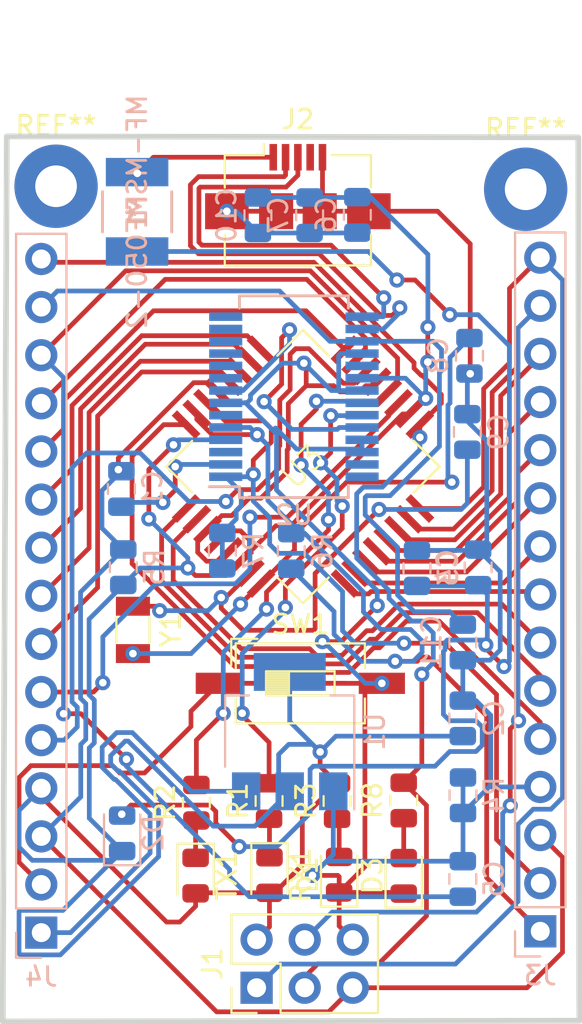
<source format=kicad_pcb>
(kicad_pcb (version 20171130) (host pcbnew "(5.1.6)-1")

  (general
    (thickness 1.6)
    (drawings 20)
    (tracks 723)
    (zones 0)
    (modules 36)
    (nets 54)
  )

  (page A4)
  (layers
    (0 F.Cu signal)
    (31 B.Cu signal)
    (32 B.Adhes user hide)
    (33 F.Adhes user hide)
    (34 B.Paste user hide)
    (35 F.Paste user hide)
    (36 B.SilkS user hide)
    (37 F.SilkS user hide)
    (38 B.Mask user hide)
    (39 F.Mask user hide)
    (40 Dwgs.User user hide)
    (41 Cmts.User user hide)
    (42 Eco1.User user hide)
    (43 Eco2.User user hide)
    (44 Edge.Cuts user)
    (45 Margin user hide)
    (46 B.CrtYd user hide)
    (47 F.CrtYd user hide)
    (48 B.Fab user hide)
    (49 F.Fab user hide)
  )

  (setup
    (last_trace_width 0.25)
    (trace_clearance 0.2)
    (zone_clearance 0.508)
    (zone_45_only no)
    (trace_min 0.2)
    (via_size 0.8)
    (via_drill 0.4)
    (via_min_size 0.4)
    (via_min_drill 0.3)
    (blind_buried_vias_allowed yes)
    (uvia_size 0.3)
    (uvia_drill 0.1)
    (uvias_allowed yes)
    (uvia_min_size 0.2)
    (uvia_min_drill 0.1)
    (edge_width 0.3)
    (segment_width 0.2)
    (pcb_text_width 0.3)
    (pcb_text_size 1.5 1.5)
    (mod_edge_width 0.3)
    (mod_text_size 1 1)
    (mod_text_width 0.15)
    (pad_size 1.75 0.4)
    (pad_drill 0)
    (pad_to_mask_clearance 0.05)
    (aux_axis_origin 99.47 94.44)
    (grid_origin 118.52 73.91)
    (visible_elements 7FFDFFFF)
    (pcbplotparams
      (layerselection 0x010fc_ffffffff)
      (usegerberextensions false)
      (usegerberattributes true)
      (usegerberadvancedattributes true)
      (creategerberjobfile true)
      (excludeedgelayer true)
      (linewidth 0.100000)
      (plotframeref false)
      (viasonmask false)
      (mode 1)
      (useauxorigin false)
      (hpglpennumber 1)
      (hpglpenspeed 20)
      (hpglpendiameter 15.000000)
      (psnegative false)
      (psa4output false)
      (plotreference true)
      (plotvalue true)
      (plotinvisibletext false)
      (padsonsilk false)
      (subtractmaskfromsilk false)
      (outputformat 1)
      (mirror false)
      (drillshape 1)
      (scaleselection 1)
      (outputdirectory ""))
  )

  (net 0 "")
  (net 1 /RESET)
  (net 2 "Net-(C1-Pad1)")
  (net 3 GND)
  (net 4 +5V)
  (net 5 /AREF)
  (net 6 "Net-(C8-Pad1)")
  (net 7 "Net-(C9-Pad1)")
  (net 8 +3V3)
  (net 9 "Net-(D1-Pad2)")
  (net 10 "Net-(D3-Pad2)")
  (net 11 "Net-(F1-Pad2)")
  (net 12 /D11)
  (net 13 /D13)
  (net 14 /D12)
  (net 15 "Net-(J2-Pad3)")
  (net 16 "Net-(J2-Pad2)")
  (net 17 /D10)
  (net 18 /D9)
  (net 19 /A0)
  (net 20 /D8)
  (net 21 /A1)
  (net 22 /D7)
  (net 23 /A2)
  (net 24 /D6)
  (net 25 /A3)
  (net 26 /D5)
  (net 27 /A4)
  (net 28 /D4)
  (net 29 /A5)
  (net 30 /D3)
  (net 31 /A6)
  (net 32 /D2)
  (net 33 /A7)
  (net 34 /D0)
  (net 35 /D1)
  (net 36 "Net-(R1-Pad2)")
  (net 37 "Net-(R1-Pad1)")
  (net 38 "Net-(R2-Pad2)")
  (net 39 "Net-(R2-Pad1)")
  (net 40 "Net-(U2-Pad28)")
  (net 41 "Net-(U2-Pad27)")
  (net 42 "Net-(U2-Pad19)")
  (net 43 "Net-(U2-Pad14)")
  (net 44 "Net-(U2-Pad13)")
  (net 45 "Net-(U2-Pad12)")
  (net 46 "Net-(U2-Pad11)")
  (net 47 "Net-(U2-Pad10)")
  (net 48 "Net-(U2-Pad9)")
  (net 49 "Net-(U2-Pad6)")
  (net 50 "Net-(U2-Pad3)")
  (net 51 "Net-(J2-Pad4)")
  (net 52 VUSB)
  (net 53 VIN)

  (net_class Default "This is the default net class."
    (clearance 0.2)
    (trace_width 0.25)
    (via_dia 0.8)
    (via_drill 0.4)
    (uvia_dia 0.3)
    (uvia_drill 0.1)
    (add_net +3V3)
    (add_net +5V)
    (add_net /A0)
    (add_net /A1)
    (add_net /A2)
    (add_net /A3)
    (add_net /A4)
    (add_net /A5)
    (add_net /A6)
    (add_net /A7)
    (add_net /AREF)
    (add_net /D0)
    (add_net /D1)
    (add_net /D10)
    (add_net /D11)
    (add_net /D12)
    (add_net /D13)
    (add_net /D2)
    (add_net /D3)
    (add_net /D4)
    (add_net /D5)
    (add_net /D6)
    (add_net /D7)
    (add_net /D8)
    (add_net /D9)
    (add_net /RESET)
    (add_net GND)
    (add_net "Net-(C1-Pad1)")
    (add_net "Net-(C8-Pad1)")
    (add_net "Net-(C9-Pad1)")
    (add_net "Net-(D1-Pad2)")
    (add_net "Net-(D3-Pad2)")
    (add_net "Net-(F1-Pad2)")
    (add_net "Net-(J2-Pad2)")
    (add_net "Net-(J2-Pad3)")
    (add_net "Net-(J2-Pad4)")
    (add_net "Net-(R1-Pad1)")
    (add_net "Net-(R1-Pad2)")
    (add_net "Net-(R2-Pad1)")
    (add_net "Net-(R2-Pad2)")
    (add_net "Net-(U2-Pad10)")
    (add_net "Net-(U2-Pad11)")
    (add_net "Net-(U2-Pad12)")
    (add_net "Net-(U2-Pad13)")
    (add_net "Net-(U2-Pad14)")
    (add_net "Net-(U2-Pad19)")
    (add_net "Net-(U2-Pad27)")
    (add_net "Net-(U2-Pad28)")
    (add_net "Net-(U2-Pad3)")
    (add_net "Net-(U2-Pad6)")
    (add_net "Net-(U2-Pad9)")
    (add_net VIN)
    (add_net VUSB)
  )

  (module MountingHole:MountingHole_2.2mm_M2_Pad (layer F.Cu) (tedit 56D1B4CB) (tstamp 5F5BC68A)
    (at 102.67 51.27)
    (descr "Mounting Hole 2.2mm, M2")
    (tags "mounting hole 2.2mm m2")
    (attr virtual)
    (fp_text reference REF** (at 0 -3.2) (layer F.SilkS)
      (effects (font (size 1 1) (thickness 0.15)))
    )
    (fp_text value MountingHole_2.2mm_M2_Pad (at 0 3.2) (layer F.Fab)
      (effects (font (size 1 1) (thickness 0.15)))
    )
    (fp_circle (center 0 0) (end 2.45 0) (layer F.CrtYd) (width 0.05))
    (fp_circle (center 0 0) (end 2.2 0) (layer Cmts.User) (width 0.15))
    (fp_text user %R (at 0.3 0) (layer F.Fab)
      (effects (font (size 1 1) (thickness 0.15)))
    )
    (pad 1 thru_hole circle (at 0 0) (size 4.4 4.4) (drill 2.2) (layers *.Cu *.Mask))
  )

  (module MountingHole:MountingHole_2.2mm_M2_Pad (layer F.Cu) (tedit 56D1B4CB) (tstamp 5F5BC688)
    (at 127.47 51.43)
    (descr "Mounting Hole 2.2mm, M2")
    (tags "mounting hole 2.2mm m2")
    (attr virtual)
    (fp_text reference REF** (at 0 -3.2) (layer F.SilkS)
      (effects (font (size 1 1) (thickness 0.15)))
    )
    (fp_text value MountingHole_2.2mm_M2_Pad (at 0 3.2) (layer F.Fab)
      (effects (font (size 1 1) (thickness 0.15)))
    )
    (fp_circle (center 0 0) (end 2.2 0) (layer Cmts.User) (width 0.15))
    (fp_circle (center 0 0) (end 2.45 0) (layer F.CrtYd) (width 0.05))
    (fp_text user %R (at 0.3 0) (layer F.Fab)
      (effects (font (size 1 1) (thickness 0.15)))
    )
    (pad 1 thru_hole circle (at 0 0) (size 4.4 4.4) (drill 2.2) (layers *.Cu *.Mask))
  )

  (module LED_SMD:LED_0805_2012Metric (layer F.Cu) (tedit 5B36C52C) (tstamp 5F5ABEF1)
    (at 113.94 87.63 270)
    (descr "LED SMD 0805 (2012 Metric), square (rectangular) end terminal, IPC_7351 nominal, (Body size source: https://docs.google.com/spreadsheets/d/1BsfQQcO9C6DZCsRaXUlFlo91Tg2WpOkGARC1WS5S8t0/edit?usp=sharing), generated with kicad-footprint-generator")
    (tags diode)
    (path /5F644689)
    (attr smd)
    (fp_text reference RX1 (at 0 -1.65 90) (layer F.SilkS)
      (effects (font (size 1 1) (thickness 0.15)))
    )
    (fp_text value RED (at 0 1.65 90) (layer F.Fab)
      (effects (font (size 1 1) (thickness 0.15)))
    )
    (fp_line (start 1 -0.6) (end -0.7 -0.6) (layer F.Fab) (width 0.1))
    (fp_line (start -0.7 -0.6) (end -1 -0.3) (layer F.Fab) (width 0.1))
    (fp_line (start -1 -0.3) (end -1 0.6) (layer F.Fab) (width 0.1))
    (fp_line (start -1 0.6) (end 1 0.6) (layer F.Fab) (width 0.1))
    (fp_line (start 1 0.6) (end 1 -0.6) (layer F.Fab) (width 0.1))
    (fp_line (start 1 -0.96) (end -1.685 -0.96) (layer F.SilkS) (width 0.12))
    (fp_line (start -1.685 -0.96) (end -1.685 0.96) (layer F.SilkS) (width 0.12))
    (fp_line (start -1.685 0.96) (end 1 0.96) (layer F.SilkS) (width 0.12))
    (fp_line (start -1.68 0.95) (end -1.68 -0.95) (layer F.CrtYd) (width 0.05))
    (fp_line (start -1.68 -0.95) (end 1.68 -0.95) (layer F.CrtYd) (width 0.05))
    (fp_line (start 1.68 -0.95) (end 1.68 0.95) (layer F.CrtYd) (width 0.05))
    (fp_line (start 1.68 0.95) (end -1.68 0.95) (layer F.CrtYd) (width 0.05))
    (fp_text user %R (at 0 0 90) (layer F.Fab)
      (effects (font (size 0.5 0.5) (thickness 0.08)))
    )
    (pad 2 smd roundrect (at 0.9375 0 270) (size 0.975 1.4) (layers F.Cu F.Paste F.Mask) (roundrect_rratio 0.25)
      (net 4 +5V))
    (pad 1 smd roundrect (at -0.9375 0 270) (size 0.975 1.4) (layers F.Cu F.Paste F.Mask) (roundrect_rratio 0.25)
      (net 37 "Net-(R1-Pad1)"))
    (model ${KISYS3DMOD}/LED_SMD.3dshapes/LED_0805_2012Metric.wrl
      (at (xyz 0 0 0))
      (scale (xyz 1 1 1))
      (rotate (xyz 0 0 0))
    )
  )

  (module Connector_PinHeader_2.54mm:PinHeader_2x03_P2.54mm_Vertical (layer F.Cu) (tedit 59FED5CC) (tstamp 5F5ABDFC)
    (at 113.26 93.58 90)
    (descr "Through hole straight pin header, 2x03, 2.54mm pitch, double rows")
    (tags "Through hole pin header THT 2x03 2.54mm double row")
    (path /5F618158)
    (fp_text reference J1 (at 1.27 -2.33 90) (layer F.SilkS)
      (effects (font (size 1 1) (thickness 0.15)))
    )
    (fp_text value ICSP (at 1.27 7.41 90) (layer F.Fab)
      (effects (font (size 1 1) (thickness 0.15)))
    )
    (fp_line (start 4.35 -1.8) (end -1.8 -1.8) (layer F.CrtYd) (width 0.05))
    (fp_line (start 4.35 6.85) (end 4.35 -1.8) (layer F.CrtYd) (width 0.05))
    (fp_line (start -1.8 6.85) (end 4.35 6.85) (layer F.CrtYd) (width 0.05))
    (fp_line (start -1.8 -1.8) (end -1.8 6.85) (layer F.CrtYd) (width 0.05))
    (fp_line (start -1.33 -1.33) (end 0 -1.33) (layer F.SilkS) (width 0.12))
    (fp_line (start -1.33 0) (end -1.33 -1.33) (layer F.SilkS) (width 0.12))
    (fp_line (start 1.27 -1.33) (end 3.87 -1.33) (layer F.SilkS) (width 0.12))
    (fp_line (start 1.27 1.27) (end 1.27 -1.33) (layer F.SilkS) (width 0.12))
    (fp_line (start -1.33 1.27) (end 1.27 1.27) (layer F.SilkS) (width 0.12))
    (fp_line (start 3.87 -1.33) (end 3.87 6.41) (layer F.SilkS) (width 0.12))
    (fp_line (start -1.33 1.27) (end -1.33 6.41) (layer F.SilkS) (width 0.12))
    (fp_line (start -1.33 6.41) (end 3.87 6.41) (layer F.SilkS) (width 0.12))
    (fp_line (start -1.27 0) (end 0 -1.27) (layer F.Fab) (width 0.1))
    (fp_line (start -1.27 6.35) (end -1.27 0) (layer F.Fab) (width 0.1))
    (fp_line (start 3.81 6.35) (end -1.27 6.35) (layer F.Fab) (width 0.1))
    (fp_line (start 3.81 -1.27) (end 3.81 6.35) (layer F.Fab) (width 0.1))
    (fp_line (start 0 -1.27) (end 3.81 -1.27) (layer F.Fab) (width 0.1))
    (fp_text user %R (at 1.27 2.54) (layer F.Fab)
      (effects (font (size 1 1) (thickness 0.15)))
    )
    (pad 6 thru_hole oval (at 2.54 5.08 90) (size 1.7 1.7) (drill 1) (layers *.Cu *.Mask)
      (net 3 GND))
    (pad 5 thru_hole oval (at 0 5.08 90) (size 1.7 1.7) (drill 1) (layers *.Cu *.Mask)
      (net 1 /RESET))
    (pad 4 thru_hole oval (at 2.54 2.54 90) (size 1.7 1.7) (drill 1) (layers *.Cu *.Mask)
      (net 12 /D11))
    (pad 3 thru_hole oval (at 0 2.54 90) (size 1.7 1.7) (drill 1) (layers *.Cu *.Mask)
      (net 13 /D13))
    (pad 2 thru_hole oval (at 2.54 0 90) (size 1.7 1.7) (drill 1) (layers *.Cu *.Mask)
      (net 4 +5V))
    (pad 1 thru_hole rect (at 0 0 90) (size 1.7 1.7) (drill 1) (layers *.Cu *.Mask)
      (net 14 /D12))
    (model ${KISYS3DMOD}/Connector_PinHeader_2.54mm.3dshapes/PinHeader_2x03_P2.54mm_Vertical.wrl
      (at (xyz 0 0 0))
      (scale (xyz 1 1 1))
      (rotate (xyz 0 0 0))
    )
  )

  (module Resistor_SMD:R_0805_2012Metric (layer B.Cu) (tedit 5B36C52B) (tstamp 5F5ABEAB)
    (at 106.22 71.38 90)
    (descr "Resistor SMD 0805 (2012 Metric), square (rectangular) end terminal, IPC_7351 nominal, (Body size source: https://docs.google.com/spreadsheets/d/1BsfQQcO9C6DZCsRaXUlFlo91Tg2WpOkGARC1WS5S8t0/edit?usp=sharing), generated with kicad-footprint-generator")
    (tags resistor)
    (path /5F8D4B25)
    (attr smd)
    (fp_text reference R5 (at 0 1.65 90) (layer B.SilkS)
      (effects (font (size 1 1) (thickness 0.15)) (justify mirror))
    )
    (fp_text value R (at 0 -1.65 90) (layer B.Fab)
      (effects (font (size 1 1) (thickness 0.15)) (justify mirror))
    )
    (fp_line (start -1 -0.6) (end -1 0.6) (layer B.Fab) (width 0.1))
    (fp_line (start -1 0.6) (end 1 0.6) (layer B.Fab) (width 0.1))
    (fp_line (start 1 0.6) (end 1 -0.6) (layer B.Fab) (width 0.1))
    (fp_line (start 1 -0.6) (end -1 -0.6) (layer B.Fab) (width 0.1))
    (fp_line (start -0.258578 0.71) (end 0.258578 0.71) (layer B.SilkS) (width 0.12))
    (fp_line (start -0.258578 -0.71) (end 0.258578 -0.71) (layer B.SilkS) (width 0.12))
    (fp_line (start -1.68 -0.95) (end -1.68 0.95) (layer B.CrtYd) (width 0.05))
    (fp_line (start -1.68 0.95) (end 1.68 0.95) (layer B.CrtYd) (width 0.05))
    (fp_line (start 1.68 0.95) (end 1.68 -0.95) (layer B.CrtYd) (width 0.05))
    (fp_line (start 1.68 -0.95) (end -1.68 -0.95) (layer B.CrtYd) (width 0.05))
    (fp_text user %R (at 0 0 90) (layer B.Fab)
      (effects (font (size 0.5 0.5) (thickness 0.08)) (justify mirror))
    )
    (pad 2 smd roundrect (at 0.9375 0 90) (size 0.975 1.4) (layers B.Cu B.Paste B.Mask) (roundrect_rratio 0.25)
      (net 1 /RESET))
    (pad 1 smd roundrect (at -0.9375 0 90) (size 0.975 1.4) (layers B.Cu B.Paste B.Mask) (roundrect_rratio 0.25)
      (net 4 +5V))
    (model ${KISYS3DMOD}/Resistor_SMD.3dshapes/R_0805_2012Metric.wrl
      (at (xyz 0 0 0))
      (scale (xyz 1 1 1))
      (rotate (xyz 0 0 0))
    )
  )

  (module Button_Switch_SMD:SW_DIP_SPSTx01_Slide_6.7x4.1mm_W8.61mm_P2.54mm_LowProfile (layer F.Cu) (tedit 5A4E1404) (tstamp 5F5A3DEB)
    (at 115.57 77.51)
    (descr "SMD 1x-dip-switch SPST , Slide, row spacing 8.61 mm (338 mils), body size 6.7x4.1mm (see e.g. https://www.ctscorp.com/wp-content/uploads/219.pdf), SMD, LowProfile")
    (tags "SMD DIP Switch SPST Slide 8.61mm 338mil SMD LowProfile")
    (path /5F614E9F)
    (attr smd)
    (fp_text reference SW1 (at 0 -3.11) (layer F.SilkS)
      (effects (font (size 1 1) (thickness 0.15)))
    )
    (fp_text value SW_MEC_5G (at 0 3.11) (layer F.Fab)
      (effects (font (size 1 1) (thickness 0.15)))
    )
    (fp_line (start -2.35 -2.05) (end 3.35 -2.05) (layer F.Fab) (width 0.1))
    (fp_line (start 3.35 -2.05) (end 3.35 2.05) (layer F.Fab) (width 0.1))
    (fp_line (start 3.35 2.05) (end -3.35 2.05) (layer F.Fab) (width 0.1))
    (fp_line (start -3.35 2.05) (end -3.35 -1.05) (layer F.Fab) (width 0.1))
    (fp_line (start -3.35 -1.05) (end -2.35 -2.05) (layer F.Fab) (width 0.1))
    (fp_line (start -1.81 -0.635) (end -1.81 0.635) (layer F.Fab) (width 0.1))
    (fp_line (start -1.81 0.635) (end 1.81 0.635) (layer F.Fab) (width 0.1))
    (fp_line (start 1.81 0.635) (end 1.81 -0.635) (layer F.Fab) (width 0.1))
    (fp_line (start 1.81 -0.635) (end -1.81 -0.635) (layer F.Fab) (width 0.1))
    (fp_line (start -1.81 -0.535) (end -0.603333 -0.535) (layer F.Fab) (width 0.1))
    (fp_line (start -1.81 -0.435) (end -0.603333 -0.435) (layer F.Fab) (width 0.1))
    (fp_line (start -1.81 -0.335) (end -0.603333 -0.335) (layer F.Fab) (width 0.1))
    (fp_line (start -1.81 -0.235) (end -0.603333 -0.235) (layer F.Fab) (width 0.1))
    (fp_line (start -1.81 -0.135) (end -0.603333 -0.135) (layer F.Fab) (width 0.1))
    (fp_line (start -1.81 -0.035) (end -0.603333 -0.035) (layer F.Fab) (width 0.1))
    (fp_line (start -1.81 0.065) (end -0.603333 0.065) (layer F.Fab) (width 0.1))
    (fp_line (start -1.81 0.165) (end -0.603333 0.165) (layer F.Fab) (width 0.1))
    (fp_line (start -1.81 0.265) (end -0.603333 0.265) (layer F.Fab) (width 0.1))
    (fp_line (start -1.81 0.365) (end -0.603333 0.365) (layer F.Fab) (width 0.1))
    (fp_line (start -1.81 0.465) (end -0.603333 0.465) (layer F.Fab) (width 0.1))
    (fp_line (start -1.81 0.565) (end -0.603333 0.565) (layer F.Fab) (width 0.1))
    (fp_line (start -0.603333 -0.635) (end -0.603333 0.635) (layer F.Fab) (width 0.1))
    (fp_line (start -3.41 -2.11) (end 3.41 -2.11) (layer F.SilkS) (width 0.12))
    (fp_line (start -3.41 2.11) (end 3.41 2.11) (layer F.SilkS) (width 0.12))
    (fp_line (start -3.41 -2.11) (end -3.41 -0.8) (layer F.SilkS) (width 0.12))
    (fp_line (start -3.41 0.8) (end -3.41 2.11) (layer F.SilkS) (width 0.12))
    (fp_line (start 3.41 -2.11) (end 3.41 -0.8) (layer F.SilkS) (width 0.12))
    (fp_line (start 3.41 0.8) (end 3.41 2.11) (layer F.SilkS) (width 0.12))
    (fp_line (start -3.65 -2.35) (end -2.267 -2.35) (layer F.SilkS) (width 0.12))
    (fp_line (start -3.65 -2.35) (end -3.65 -0.967) (layer F.SilkS) (width 0.12))
    (fp_line (start -1.81 -0.635) (end -1.81 0.635) (layer F.SilkS) (width 0.12))
    (fp_line (start -1.81 0.635) (end 1.81 0.635) (layer F.SilkS) (width 0.12))
    (fp_line (start 1.81 0.635) (end 1.81 -0.635) (layer F.SilkS) (width 0.12))
    (fp_line (start 1.81 -0.635) (end -1.81 -0.635) (layer F.SilkS) (width 0.12))
    (fp_line (start -1.81 -0.515) (end -0.603333 -0.515) (layer F.SilkS) (width 0.12))
    (fp_line (start -1.81 -0.395) (end -0.603333 -0.395) (layer F.SilkS) (width 0.12))
    (fp_line (start -1.81 -0.275) (end -0.603333 -0.275) (layer F.SilkS) (width 0.12))
    (fp_line (start -1.81 -0.155) (end -0.603333 -0.155) (layer F.SilkS) (width 0.12))
    (fp_line (start -1.81 -0.035) (end -0.603333 -0.035) (layer F.SilkS) (width 0.12))
    (fp_line (start -1.81 0.085) (end -0.603333 0.085) (layer F.SilkS) (width 0.12))
    (fp_line (start -1.81 0.205) (end -0.603333 0.205) (layer F.SilkS) (width 0.12))
    (fp_line (start -1.81 0.325) (end -0.603333 0.325) (layer F.SilkS) (width 0.12))
    (fp_line (start -1.81 0.445) (end -0.603333 0.445) (layer F.SilkS) (width 0.12))
    (fp_line (start -1.81 0.565) (end -0.603333 0.565) (layer F.SilkS) (width 0.12))
    (fp_line (start -0.603333 -0.635) (end -0.603333 0.635) (layer F.SilkS) (width 0.12))
    (fp_line (start -5.8 -2.4) (end -5.8 2.4) (layer F.CrtYd) (width 0.05))
    (fp_line (start -5.8 2.4) (end 5.8 2.4) (layer F.CrtYd) (width 0.05))
    (fp_line (start 5.8 2.4) (end 5.8 -2.4) (layer F.CrtYd) (width 0.05))
    (fp_line (start 5.8 -2.4) (end -5.8 -2.4) (layer F.CrtYd) (width 0.05))
    (fp_text user on (at 0.4275 -1.3425) (layer F.Fab)
      (effects (font (size 0.6 0.6) (thickness 0.09)))
    )
    (fp_text user %R (at 2.58 0 90) (layer F.Fab)
      (effects (font (size 0.6 0.6) (thickness 0.09)))
    )
    (pad 2 smd rect (at 4.305 0) (size 2.44 1.12) (layers F.Cu F.Paste F.Mask)
      (net 3 GND))
    (pad 1 smd rect (at -4.305 0) (size 2.44 1.12) (layers F.Cu F.Paste F.Mask)
      (net 3 GND))
    (model ${KISYS3DMOD}/Button_Switch_SMD.3dshapes/SW_DIP_SPSTx01_Slide_6.7x4.1mm_W8.61mm_P2.54mm_LowProfile.wrl
      (at (xyz 0 0 0))
      (scale (xyz 1 1 1))
      (rotate (xyz 0 0 90))
    )
  )

  (module Capacitor_SMD:C_0805_2012Metric (layer B.Cu) (tedit 5B36C52B) (tstamp 5F5ABD10)
    (at 124.96 71.39 270)
    (descr "Capacitor SMD 0805 (2012 Metric), square (rectangular) end terminal, IPC_7351 nominal, (Body size source: https://docs.google.com/spreadsheets/d/1BsfQQcO9C6DZCsRaXUlFlo91Tg2WpOkGARC1WS5S8t0/edit?usp=sharing), generated with kicad-footprint-generator")
    (tags capacitor)
    (path /5F6C26F6)
    (attr smd)
    (fp_text reference C4 (at 0 1.65 90) (layer B.SilkS)
      (effects (font (size 1 1) (thickness 0.15)) (justify mirror))
    )
    (fp_text value C (at 0 -1.65 90) (layer B.Fab)
      (effects (font (size 1 1) (thickness 0.15)) (justify mirror))
    )
    (fp_line (start -1 -0.6) (end -1 0.6) (layer B.Fab) (width 0.1))
    (fp_line (start -1 0.6) (end 1 0.6) (layer B.Fab) (width 0.1))
    (fp_line (start 1 0.6) (end 1 -0.6) (layer B.Fab) (width 0.1))
    (fp_line (start 1 -0.6) (end -1 -0.6) (layer B.Fab) (width 0.1))
    (fp_line (start -0.258578 0.71) (end 0.258578 0.71) (layer B.SilkS) (width 0.12))
    (fp_line (start -0.258578 -0.71) (end 0.258578 -0.71) (layer B.SilkS) (width 0.12))
    (fp_line (start -1.68 -0.95) (end -1.68 0.95) (layer B.CrtYd) (width 0.05))
    (fp_line (start -1.68 0.95) (end 1.68 0.95) (layer B.CrtYd) (width 0.05))
    (fp_line (start 1.68 0.95) (end 1.68 -0.95) (layer B.CrtYd) (width 0.05))
    (fp_line (start 1.68 -0.95) (end -1.68 -0.95) (layer B.CrtYd) (width 0.05))
    (fp_text user %R (at 0 0 90) (layer B.Fab)
      (effects (font (size 0.5 0.5) (thickness 0.08)) (justify mirror))
    )
    (pad 2 smd roundrect (at 0.9375 0 270) (size 0.975 1.4) (layers B.Cu B.Paste B.Mask) (roundrect_rratio 0.25)
      (net 52 VUSB))
    (pad 1 smd roundrect (at -0.9375 0 270) (size 0.975 1.4) (layers B.Cu B.Paste B.Mask) (roundrect_rratio 0.25)
      (net 3 GND))
    (model ${KISYS3DMOD}/Capacitor_SMD.3dshapes/C_0805_2012Metric.wrl
      (at (xyz 0 0 0))
      (scale (xyz 1 1 1))
      (rotate (xyz 0 0 0))
    )
  )

  (module Resistor_SMD:R_0805_2012Metric (layer F.Cu) (tedit 5B36C52B) (tstamp 5F5ABE67)
    (at 113.92 83.7225 90)
    (descr "Resistor SMD 0805 (2012 Metric), square (rectangular) end terminal, IPC_7351 nominal, (Body size source: https://docs.google.com/spreadsheets/d/1BsfQQcO9C6DZCsRaXUlFlo91Tg2WpOkGARC1WS5S8t0/edit?usp=sharing), generated with kicad-footprint-generator")
    (tags resistor)
    (path /5F643564)
    (attr smd)
    (fp_text reference R1 (at 0 -1.65 90) (layer F.SilkS)
      (effects (font (size 1 1) (thickness 0.15)))
    )
    (fp_text value R (at 0 1.65 90) (layer F.Fab)
      (effects (font (size 1 1) (thickness 0.15)))
    )
    (fp_line (start -1 0.6) (end -1 -0.6) (layer F.Fab) (width 0.1))
    (fp_line (start -1 -0.6) (end 1 -0.6) (layer F.Fab) (width 0.1))
    (fp_line (start 1 -0.6) (end 1 0.6) (layer F.Fab) (width 0.1))
    (fp_line (start 1 0.6) (end -1 0.6) (layer F.Fab) (width 0.1))
    (fp_line (start -0.258578 -0.71) (end 0.258578 -0.71) (layer F.SilkS) (width 0.12))
    (fp_line (start -0.258578 0.71) (end 0.258578 0.71) (layer F.SilkS) (width 0.12))
    (fp_line (start -1.68 0.95) (end -1.68 -0.95) (layer F.CrtYd) (width 0.05))
    (fp_line (start -1.68 -0.95) (end 1.68 -0.95) (layer F.CrtYd) (width 0.05))
    (fp_line (start 1.68 -0.95) (end 1.68 0.95) (layer F.CrtYd) (width 0.05))
    (fp_line (start 1.68 0.95) (end -1.68 0.95) (layer F.CrtYd) (width 0.05))
    (fp_text user %R (at 0 0 90) (layer F.Fab)
      (effects (font (size 0.5 0.5) (thickness 0.08)))
    )
    (pad 2 smd roundrect (at 0.9375 0 90) (size 0.975 1.4) (layers F.Cu F.Paste F.Mask) (roundrect_rratio 0.25)
      (net 36 "Net-(R1-Pad2)"))
    (pad 1 smd roundrect (at -0.9375 0 90) (size 0.975 1.4) (layers F.Cu F.Paste F.Mask) (roundrect_rratio 0.25)
      (net 37 "Net-(R1-Pad1)"))
    (model ${KISYS3DMOD}/Resistor_SMD.3dshapes/R_0805_2012Metric.wrl
      (at (xyz 0 0 0))
      (scale (xyz 1 1 1))
      (rotate (xyz 0 0 0))
    )
  )

  (module Resistor_SMD:R_0805_2012Metric (layer F.Cu) (tedit 5B36C52B) (tstamp 5F5ABE78)
    (at 110.08 83.8125 90)
    (descr "Resistor SMD 0805 (2012 Metric), square (rectangular) end terminal, IPC_7351 nominal, (Body size source: https://docs.google.com/spreadsheets/d/1BsfQQcO9C6DZCsRaXUlFlo91Tg2WpOkGARC1WS5S8t0/edit?usp=sharing), generated with kicad-footprint-generator")
    (tags resistor)
    (path /5F64B506)
    (attr smd)
    (fp_text reference R2 (at 0 -1.65 90) (layer F.SilkS)
      (effects (font (size 1 1) (thickness 0.15)))
    )
    (fp_text value R (at 0 1.65 90) (layer F.Fab)
      (effects (font (size 1 1) (thickness 0.15)))
    )
    (fp_line (start -1 0.6) (end -1 -0.6) (layer F.Fab) (width 0.1))
    (fp_line (start -1 -0.6) (end 1 -0.6) (layer F.Fab) (width 0.1))
    (fp_line (start 1 -0.6) (end 1 0.6) (layer F.Fab) (width 0.1))
    (fp_line (start 1 0.6) (end -1 0.6) (layer F.Fab) (width 0.1))
    (fp_line (start -0.258578 -0.71) (end 0.258578 -0.71) (layer F.SilkS) (width 0.12))
    (fp_line (start -0.258578 0.71) (end 0.258578 0.71) (layer F.SilkS) (width 0.12))
    (fp_line (start -1.68 0.95) (end -1.68 -0.95) (layer F.CrtYd) (width 0.05))
    (fp_line (start -1.68 -0.95) (end 1.68 -0.95) (layer F.CrtYd) (width 0.05))
    (fp_line (start 1.68 -0.95) (end 1.68 0.95) (layer F.CrtYd) (width 0.05))
    (fp_line (start 1.68 0.95) (end -1.68 0.95) (layer F.CrtYd) (width 0.05))
    (fp_text user %R (at 0 0 90) (layer F.Fab)
      (effects (font (size 0.5 0.5) (thickness 0.08)))
    )
    (pad 2 smd roundrect (at 0.9375 0 90) (size 0.975 1.4) (layers F.Cu F.Paste F.Mask) (roundrect_rratio 0.25)
      (net 38 "Net-(R2-Pad2)"))
    (pad 1 smd roundrect (at -0.9375 0 90) (size 0.975 1.4) (layers F.Cu F.Paste F.Mask) (roundrect_rratio 0.25)
      (net 39 "Net-(R2-Pad1)"))
    (model ${KISYS3DMOD}/Resistor_SMD.3dshapes/R_0805_2012Metric.wrl
      (at (xyz 0 0 0))
      (scale (xyz 1 1 1))
      (rotate (xyz 0 0 0))
    )
  )

  (module LED_SMD:LED_0805_2012Metric (layer F.Cu) (tedit 5B36C52C) (tstamp 5F5ABD9A)
    (at 117.62 87.6125 90)
    (descr "LED SMD 0805 (2012 Metric), square (rectangular) end terminal, IPC_7351 nominal, (Body size source: https://docs.google.com/spreadsheets/d/1BsfQQcO9C6DZCsRaXUlFlo91Tg2WpOkGARC1WS5S8t0/edit?usp=sharing), generated with kicad-footprint-generator")
    (tags diode)
    (path /5F60F33B)
    (attr smd)
    (fp_text reference D1 (at 0 -1.65 90) (layer F.SilkS)
      (effects (font (size 1 1) (thickness 0.15)))
    )
    (fp_text value LED (at 0 1.65 90) (layer F.Fab)
      (effects (font (size 1 1) (thickness 0.15)))
    )
    (fp_line (start 1 -0.6) (end -0.7 -0.6) (layer F.Fab) (width 0.1))
    (fp_line (start -0.7 -0.6) (end -1 -0.3) (layer F.Fab) (width 0.1))
    (fp_line (start -1 -0.3) (end -1 0.6) (layer F.Fab) (width 0.1))
    (fp_line (start -1 0.6) (end 1 0.6) (layer F.Fab) (width 0.1))
    (fp_line (start 1 0.6) (end 1 -0.6) (layer F.Fab) (width 0.1))
    (fp_line (start 1 -0.96) (end -1.685 -0.96) (layer F.SilkS) (width 0.12))
    (fp_line (start -1.685 -0.96) (end -1.685 0.96) (layer F.SilkS) (width 0.12))
    (fp_line (start -1.685 0.96) (end 1 0.96) (layer F.SilkS) (width 0.12))
    (fp_line (start -1.68 0.95) (end -1.68 -0.95) (layer F.CrtYd) (width 0.05))
    (fp_line (start -1.68 -0.95) (end 1.68 -0.95) (layer F.CrtYd) (width 0.05))
    (fp_line (start 1.68 -0.95) (end 1.68 0.95) (layer F.CrtYd) (width 0.05))
    (fp_line (start 1.68 0.95) (end -1.68 0.95) (layer F.CrtYd) (width 0.05))
    (fp_text user %R (at 0 0 90) (layer F.Fab)
      (effects (font (size 0.5 0.5) (thickness 0.08)))
    )
    (pad 2 smd roundrect (at 0.9375 0 90) (size 0.975 1.4) (layers F.Cu F.Paste F.Mask) (roundrect_rratio 0.25)
      (net 9 "Net-(D1-Pad2)"))
    (pad 1 smd roundrect (at -0.9375 0 90) (size 0.975 1.4) (layers F.Cu F.Paste F.Mask) (roundrect_rratio 0.25)
      (net 3 GND))
    (model ${KISYS3DMOD}/LED_SMD.3dshapes/LED_0805_2012Metric.wrl
      (at (xyz 0 0 0))
      (scale (xyz 1 1 1))
      (rotate (xyz 0 0 0))
    )
  )

  (module Resistor_SMD:R_0805_2012Metric (layer F.Cu) (tedit 5B36C52B) (tstamp 5F5ABE89)
    (at 117.51 83.7225 90)
    (descr "Resistor SMD 0805 (2012 Metric), square (rectangular) end terminal, IPC_7351 nominal, (Body size source: https://docs.google.com/spreadsheets/d/1BsfQQcO9C6DZCsRaXUlFlo91Tg2WpOkGARC1WS5S8t0/edit?usp=sharing), generated with kicad-footprint-generator")
    (tags resistor)
    (path /5F60EDB0)
    (attr smd)
    (fp_text reference R3 (at 0 -1.65 90) (layer F.SilkS)
      (effects (font (size 1 1) (thickness 0.15)))
    )
    (fp_text value R (at 0 1.65 90) (layer F.Fab)
      (effects (font (size 1 1) (thickness 0.15)))
    )
    (fp_line (start -1 0.6) (end -1 -0.6) (layer F.Fab) (width 0.1))
    (fp_line (start -1 -0.6) (end 1 -0.6) (layer F.Fab) (width 0.1))
    (fp_line (start 1 -0.6) (end 1 0.6) (layer F.Fab) (width 0.1))
    (fp_line (start 1 0.6) (end -1 0.6) (layer F.Fab) (width 0.1))
    (fp_line (start -0.258578 -0.71) (end 0.258578 -0.71) (layer F.SilkS) (width 0.12))
    (fp_line (start -0.258578 0.71) (end 0.258578 0.71) (layer F.SilkS) (width 0.12))
    (fp_line (start -1.68 0.95) (end -1.68 -0.95) (layer F.CrtYd) (width 0.05))
    (fp_line (start -1.68 -0.95) (end 1.68 -0.95) (layer F.CrtYd) (width 0.05))
    (fp_line (start 1.68 -0.95) (end 1.68 0.95) (layer F.CrtYd) (width 0.05))
    (fp_line (start 1.68 0.95) (end -1.68 0.95) (layer F.CrtYd) (width 0.05))
    (fp_text user %R (at 0 0 90) (layer F.Fab)
      (effects (font (size 0.5 0.5) (thickness 0.08)))
    )
    (pad 2 smd roundrect (at 0.9375 0 90) (size 0.975 1.4) (layers F.Cu F.Paste F.Mask) (roundrect_rratio 0.25)
      (net 4 +5V))
    (pad 1 smd roundrect (at -0.9375 0 90) (size 0.975 1.4) (layers F.Cu F.Paste F.Mask) (roundrect_rratio 0.25)
      (net 9 "Net-(D1-Pad2)"))
    (model ${KISYS3DMOD}/Resistor_SMD.3dshapes/R_0805_2012Metric.wrl
      (at (xyz 0 0 0))
      (scale (xyz 1 1 1))
      (rotate (xyz 0 0 0))
    )
  )

  (module Capacitor_SMD:C_0805_2012Metric (layer B.Cu) (tedit 5B36C52B) (tstamp 5F5ABD54)
    (at 124.5 60.22 270)
    (descr "Capacitor SMD 0805 (2012 Metric), square (rectangular) end terminal, IPC_7351 nominal, (Body size source: https://docs.google.com/spreadsheets/d/1BsfQQcO9C6DZCsRaXUlFlo91Tg2WpOkGARC1WS5S8t0/edit?usp=sharing), generated with kicad-footprint-generator")
    (tags capacitor)
    (path /5F88E477)
    (attr smd)
    (fp_text reference C8 (at 0 1.65 90) (layer B.SilkS)
      (effects (font (size 1 1) (thickness 0.15)) (justify mirror))
    )
    (fp_text value C (at 0 -1.65 90) (layer B.Fab)
      (effects (font (size 1 1) (thickness 0.15)) (justify mirror))
    )
    (fp_line (start -1 -0.6) (end -1 0.6) (layer B.Fab) (width 0.1))
    (fp_line (start -1 0.6) (end 1 0.6) (layer B.Fab) (width 0.1))
    (fp_line (start 1 0.6) (end 1 -0.6) (layer B.Fab) (width 0.1))
    (fp_line (start 1 -0.6) (end -1 -0.6) (layer B.Fab) (width 0.1))
    (fp_line (start -0.258578 0.71) (end 0.258578 0.71) (layer B.SilkS) (width 0.12))
    (fp_line (start -0.258578 -0.71) (end 0.258578 -0.71) (layer B.SilkS) (width 0.12))
    (fp_line (start -1.68 -0.95) (end -1.68 0.95) (layer B.CrtYd) (width 0.05))
    (fp_line (start -1.68 0.95) (end 1.68 0.95) (layer B.CrtYd) (width 0.05))
    (fp_line (start 1.68 0.95) (end 1.68 -0.95) (layer B.CrtYd) (width 0.05))
    (fp_line (start 1.68 -0.95) (end -1.68 -0.95) (layer B.CrtYd) (width 0.05))
    (fp_text user %R (at 0 0 90) (layer B.Fab)
      (effects (font (size 0.5 0.5) (thickness 0.08)) (justify mirror))
    )
    (pad 2 smd roundrect (at 0.9375 0 270) (size 0.975 1.4) (layers B.Cu B.Paste B.Mask) (roundrect_rratio 0.25)
      (net 3 GND))
    (pad 1 smd roundrect (at -0.9375 0 270) (size 0.975 1.4) (layers B.Cu B.Paste B.Mask) (roundrect_rratio 0.25)
      (net 6 "Net-(C8-Pad1)"))
    (model ${KISYS3DMOD}/Capacitor_SMD.3dshapes/C_0805_2012Metric.wrl
      (at (xyz 0 0 0))
      (scale (xyz 1 1 1))
      (rotate (xyz 0 0 0))
    )
  )

  (module Capacitor_SMD:C_0805_2012Metric (layer B.Cu) (tedit 5B36C52B) (tstamp 5F5ABD32)
    (at 118.58 52.7825 270)
    (descr "Capacitor SMD 0805 (2012 Metric), square (rectangular) end terminal, IPC_7351 nominal, (Body size source: https://docs.google.com/spreadsheets/d/1BsfQQcO9C6DZCsRaXUlFlo91Tg2WpOkGARC1WS5S8t0/edit?usp=sharing), generated with kicad-footprint-generator")
    (tags capacitor)
    (path /5F79E6C7)
    (attr smd)
    (fp_text reference C6 (at 0 1.65 90) (layer B.SilkS)
      (effects (font (size 1 1) (thickness 0.15)) (justify mirror))
    )
    (fp_text value C (at 0 -1.65 90) (layer B.Fab)
      (effects (font (size 1 1) (thickness 0.15)) (justify mirror))
    )
    (fp_line (start -1 -0.6) (end -1 0.6) (layer B.Fab) (width 0.1))
    (fp_line (start -1 0.6) (end 1 0.6) (layer B.Fab) (width 0.1))
    (fp_line (start 1 0.6) (end 1 -0.6) (layer B.Fab) (width 0.1))
    (fp_line (start 1 -0.6) (end -1 -0.6) (layer B.Fab) (width 0.1))
    (fp_line (start -0.258578 0.71) (end 0.258578 0.71) (layer B.SilkS) (width 0.12))
    (fp_line (start -0.258578 -0.71) (end 0.258578 -0.71) (layer B.SilkS) (width 0.12))
    (fp_line (start -1.68 -0.95) (end -1.68 0.95) (layer B.CrtYd) (width 0.05))
    (fp_line (start -1.68 0.95) (end 1.68 0.95) (layer B.CrtYd) (width 0.05))
    (fp_line (start 1.68 0.95) (end 1.68 -0.95) (layer B.CrtYd) (width 0.05))
    (fp_line (start 1.68 -0.95) (end -1.68 -0.95) (layer B.CrtYd) (width 0.05))
    (fp_text user %R (at 0 0 90) (layer B.Fab)
      (effects (font (size 0.5 0.5) (thickness 0.08)) (justify mirror))
    )
    (pad 2 smd roundrect (at 0.9375 0 270) (size 0.975 1.4) (layers B.Cu B.Paste B.Mask) (roundrect_rratio 0.25)
      (net 3 GND))
    (pad 1 smd roundrect (at -0.9375 0 270) (size 0.975 1.4) (layers B.Cu B.Paste B.Mask) (roundrect_rratio 0.25)
      (net 4 +5V))
    (model ${KISYS3DMOD}/Capacitor_SMD.3dshapes/C_0805_2012Metric.wrl
      (at (xyz 0 0 0))
      (scale (xyz 1 1 1))
      (rotate (xyz 0 0 0))
    )
  )

  (module Capacitor_SMD:C_0805_2012Metric (layer B.Cu) (tedit 5B36C52B) (tstamp 5F5ABD76)
    (at 113.33 52.8 270)
    (descr "Capacitor SMD 0805 (2012 Metric), square (rectangular) end terminal, IPC_7351 nominal, (Body size source: https://docs.google.com/spreadsheets/d/1BsfQQcO9C6DZCsRaXUlFlo91Tg2WpOkGARC1WS5S8t0/edit?usp=sharing), generated with kicad-footprint-generator")
    (tags capacitor)
    (path /5F84EC98)
    (attr smd)
    (fp_text reference C10 (at 0 1.65 90) (layer B.SilkS)
      (effects (font (size 1 1) (thickness 0.15)) (justify mirror))
    )
    (fp_text value C (at 0 -1.65 90) (layer B.Fab)
      (effects (font (size 1 1) (thickness 0.15)) (justify mirror))
    )
    (fp_line (start -1 -0.6) (end -1 0.6) (layer B.Fab) (width 0.1))
    (fp_line (start -1 0.6) (end 1 0.6) (layer B.Fab) (width 0.1))
    (fp_line (start 1 0.6) (end 1 -0.6) (layer B.Fab) (width 0.1))
    (fp_line (start 1 -0.6) (end -1 -0.6) (layer B.Fab) (width 0.1))
    (fp_line (start -0.258578 0.71) (end 0.258578 0.71) (layer B.SilkS) (width 0.12))
    (fp_line (start -0.258578 -0.71) (end 0.258578 -0.71) (layer B.SilkS) (width 0.12))
    (fp_line (start -1.68 -0.95) (end -1.68 0.95) (layer B.CrtYd) (width 0.05))
    (fp_line (start -1.68 0.95) (end 1.68 0.95) (layer B.CrtYd) (width 0.05))
    (fp_line (start 1.68 0.95) (end 1.68 -0.95) (layer B.CrtYd) (width 0.05))
    (fp_line (start 1.68 -0.95) (end -1.68 -0.95) (layer B.CrtYd) (width 0.05))
    (fp_text user %R (at 0 0 90) (layer B.Fab)
      (effects (font (size 0.5 0.5) (thickness 0.08)) (justify mirror))
    )
    (pad 2 smd roundrect (at 0.9375 0 270) (size 0.975 1.4) (layers B.Cu B.Paste B.Mask) (roundrect_rratio 0.25)
      (net 3 GND))
    (pad 1 smd roundrect (at -0.9375 0 270) (size 0.975 1.4) (layers B.Cu B.Paste B.Mask) (roundrect_rratio 0.25)
      (net 4 +5V))
    (model ${KISYS3DMOD}/Capacitor_SMD.3dshapes/C_0805_2012Metric.wrl
      (at (xyz 0 0 0))
      (scale (xyz 1 1 1))
      (rotate (xyz 0 0 0))
    )
  )

  (module Package_SO:SSOP-28_5.3x10.2mm_P0.65mm (layer B.Cu) (tedit 5A02F25C) (tstamp 5F5ABF84)
    (at 115.23 62.38)
    (descr "28-Lead Plastic Shrink Small Outline (SS)-5.30 mm Body [SSOP] (see Microchip Packaging Specification 00000049BS.pdf)")
    (tags "SSOP 0.65")
    (path /5F5B50BD)
    (attr smd)
    (fp_text reference U2 (at 0 6.25) (layer B.SilkS)
      (effects (font (size 1 1) (thickness 0.15)) (justify mirror))
    )
    (fp_text value FT232RL (at 0 -6.25) (layer B.Fab)
      (effects (font (size 1 1) (thickness 0.15)) (justify mirror))
    )
    (fp_line (start -1.65 5.1) (end 2.65 5.1) (layer B.Fab) (width 0.15))
    (fp_line (start 2.65 5.1) (end 2.65 -5.1) (layer B.Fab) (width 0.15))
    (fp_line (start 2.65 -5.1) (end -2.65 -5.1) (layer B.Fab) (width 0.15))
    (fp_line (start -2.65 -5.1) (end -2.65 4.1) (layer B.Fab) (width 0.15))
    (fp_line (start -2.65 4.1) (end -1.65 5.1) (layer B.Fab) (width 0.15))
    (fp_line (start -4.75 5.5) (end -4.75 -5.5) (layer B.CrtYd) (width 0.05))
    (fp_line (start 4.75 5.5) (end 4.75 -5.5) (layer B.CrtYd) (width 0.05))
    (fp_line (start -4.75 5.5) (end 4.75 5.5) (layer B.CrtYd) (width 0.05))
    (fp_line (start -4.75 -5.5) (end 4.75 -5.5) (layer B.CrtYd) (width 0.05))
    (fp_line (start -2.875 5.325) (end -2.875 4.75) (layer B.SilkS) (width 0.15))
    (fp_line (start 2.875 5.325) (end 2.875 4.675) (layer B.SilkS) (width 0.15))
    (fp_line (start 2.875 -5.325) (end 2.875 -4.675) (layer B.SilkS) (width 0.15))
    (fp_line (start -2.875 -5.325) (end -2.875 -4.675) (layer B.SilkS) (width 0.15))
    (fp_line (start -2.875 5.325) (end 2.875 5.325) (layer B.SilkS) (width 0.15))
    (fp_line (start -2.875 -5.325) (end 2.875 -5.325) (layer B.SilkS) (width 0.15))
    (fp_line (start -2.875 4.75) (end -4.475 4.75) (layer B.SilkS) (width 0.15))
    (fp_text user %R (at 0 0) (layer B.Fab)
      (effects (font (size 0.8 0.8) (thickness 0.15)) (justify mirror))
    )
    (pad 28 smd rect (at 3.6 4.225) (size 1.75 0.45) (layers B.Cu B.Paste B.Mask)
      (net 40 "Net-(U2-Pad28)"))
    (pad 27 smd rect (at 3.6 3.575) (size 1.75 0.45) (layers B.Cu B.Paste B.Mask)
      (net 41 "Net-(U2-Pad27)"))
    (pad 26 smd rect (at 3.6 2.925) (size 1.75 0.45) (layers B.Cu B.Paste B.Mask)
      (net 3 GND))
    (pad 25 smd rect (at 3.6 2.275) (size 1.75 0.45) (layers B.Cu B.Paste B.Mask)
      (net 3 GND))
    (pad 24 smd rect (at 3.6 1.625) (size 1.75 0.45) (layers B.Cu B.Paste B.Mask))
    (pad 23 smd rect (at 3.6 0.975) (size 1.75 0.45) (layers B.Cu B.Paste B.Mask)
      (net 36 "Net-(R1-Pad2)"))
    (pad 22 smd rect (at 3.6 0.325) (size 1.75 0.45) (layers B.Cu B.Paste B.Mask)
      (net 38 "Net-(R2-Pad2)"))
    (pad 21 smd rect (at 3.6 -0.325) (size 1.75 0.45) (layers B.Cu B.Paste B.Mask)
      (net 3 GND))
    (pad 20 smd rect (at 3.6 -0.975) (size 1.75 0.45) (layers B.Cu B.Paste B.Mask)
      (net 4 +5V))
    (pad 19 smd rect (at 3.6 -1.625) (size 1.75 0.45) (layers B.Cu B.Paste B.Mask)
      (net 42 "Net-(U2-Pad19)"))
    (pad 18 smd rect (at 3.6 -2.275) (size 1.75 0.45) (layers B.Cu B.Paste B.Mask)
      (net 3 GND))
    (pad 17 smd rect (at 3.6 -2.925) (size 1.75 0.45) (layers B.Cu B.Paste B.Mask)
      (net 8 +3V3))
    (pad 16 smd rect (at 3.6 -3.575) (size 1.75 0.45) (layers B.Cu B.Paste B.Mask)
      (net 16 "Net-(J2-Pad2)"))
    (pad 15 smd rect (at 3.6 -4.225) (size 1.75 0.45) (layers B.Cu B.Paste B.Mask)
      (net 15 "Net-(J2-Pad3)"))
    (pad 14 smd rect (at -3.6 -4.225) (size 1.75 0.45) (layers B.Cu B.Paste B.Mask)
      (net 43 "Net-(U2-Pad14)"))
    (pad 13 smd rect (at -3.6 -3.575) (size 1.75 0.45) (layers B.Cu B.Paste B.Mask)
      (net 44 "Net-(U2-Pad13)"))
    (pad 12 smd rect (at -3.6 -2.925) (size 1.75 0.45) (layers B.Cu B.Paste B.Mask)
      (net 45 "Net-(U2-Pad12)"))
    (pad 11 smd rect (at -3.6 -2.275) (size 1.75 0.45) (layers B.Cu B.Paste B.Mask)
      (net 46 "Net-(U2-Pad11)"))
    (pad 10 smd rect (at -3.6 -1.625) (size 1.75 0.45) (layers B.Cu B.Paste B.Mask)
      (net 47 "Net-(U2-Pad10)"))
    (pad 9 smd rect (at -3.6 -0.975) (size 1.75 0.45) (layers B.Cu B.Paste B.Mask)
      (net 48 "Net-(U2-Pad9)"))
    (pad 8 smd rect (at -3.6 -0.325) (size 1.75 0.45) (layers B.Cu B.Paste B.Mask))
    (pad 7 smd rect (at -3.6 0.325) (size 1.75 0.45) (layers B.Cu B.Paste B.Mask)
      (net 3 GND))
    (pad 6 smd rect (at -3.6 0.975) (size 1.75 0.45) (layers B.Cu B.Paste B.Mask)
      (net 49 "Net-(U2-Pad6)"))
    (pad 5 smd rect (at -3.6 1.625) (size 1.75 0.45) (layers B.Cu B.Paste B.Mask)
      (net 35 /D1))
    (pad 4 smd rect (at -3.6 2.275) (size 1.75 0.45) (layers B.Cu B.Paste B.Mask)
      (net 4 +5V))
    (pad 3 smd rect (at -3.6 2.925) (size 1.75 0.45) (layers B.Cu B.Paste B.Mask)
      (net 50 "Net-(U2-Pad3)"))
    (pad 2 smd rect (at -3.6 3.575) (size 1.75 0.45) (layers B.Cu B.Paste B.Mask)
      (net 2 "Net-(C1-Pad1)"))
    (pad 1 smd rect (at -3.6 4.225) (size 1.75 0.45) (layers B.Cu B.Paste B.Mask)
      (net 34 /D0))
    (model ${KISYS3DMOD}/Package_SO.3dshapes/SSOP-28_5.3x10.2mm_P0.65mm.wrl
      (at (xyz 0 0 0))
      (scale (xyz 1 1 1))
      (rotate (xyz 0 0 0))
    )
  )

  (module Arduino_nano_pcb:QFP32P80_1290X1290X120L90X22N (layer F.Cu) (tedit 5F58F8C3) (tstamp 5F5A3C1D)
    (at 115.71 66.07 45)
    (descr "Quad Flat Pack (QFP), 0.80 mm pitch; square, 8 pin X 8 pin, 10.00 mm L X 10.00 mm W X 1.20 mm H body")
    (path /5F58D557)
    (attr smd)
    (fp_text reference U3 (at 0 0 45) (layer F.SilkS)
      (effects (font (size 1.2 1.2) (thickness 0.12)))
    )
    (fp_text value ATMEGA328P_AU (at 0 0 45) (layer F.Fab)
      (effects (font (size 1.2 1.2) (thickness 0.12)))
    )
    (fp_line (start -5.3 3.2) (end -5.3 5.3) (layer F.CrtYd) (width 0.05))
    (fp_line (start -7.005 3.2) (end -5.3 3.2) (layer F.CrtYd) (width 0.05))
    (fp_line (start -7.005 -3.2) (end -7.005 3.2) (layer F.CrtYd) (width 0.05))
    (fp_line (start -5.3 -3.2) (end -7.005 -3.2) (layer F.CrtYd) (width 0.05))
    (fp_line (start -5.3 -5.3) (end -5.3 -3.2) (layer F.CrtYd) (width 0.05))
    (fp_line (start -3.2 -5.3) (end -5.3 -5.3) (layer F.CrtYd) (width 0.05))
    (fp_line (start -3.2 -7.005) (end -3.2 -5.3) (layer F.CrtYd) (width 0.05))
    (fp_line (start 3.2 -7.005) (end -3.2 -7.005) (layer F.CrtYd) (width 0.05))
    (fp_line (start 3.2 -5.3) (end 3.2 -7.005) (layer F.CrtYd) (width 0.05))
    (fp_line (start 5.3 -5.3) (end 3.2 -5.3) (layer F.CrtYd) (width 0.05))
    (fp_line (start 5.3 -3.2) (end 5.3 -5.3) (layer F.CrtYd) (width 0.05))
    (fp_line (start 7.005 -3.2) (end 5.3 -3.2) (layer F.CrtYd) (width 0.05))
    (fp_line (start 7.005 3.2) (end 7.005 -3.2) (layer F.CrtYd) (width 0.05))
    (fp_line (start 5.3 3.2) (end 7.005 3.2) (layer F.CrtYd) (width 0.05))
    (fp_line (start 5.3 5.3) (end 5.3 3.2) (layer F.CrtYd) (width 0.05))
    (fp_line (start 3.2 5.3) (end 5.3 5.3) (layer F.CrtYd) (width 0.05))
    (fp_line (start 3.2 7.005) (end 3.2 5.3) (layer F.CrtYd) (width 0.05))
    (fp_line (start -3.2 7.005) (end 3.2 7.005) (layer F.CrtYd) (width 0.05))
    (fp_line (start -3.2 5.3) (end -3.2 7.005) (layer F.CrtYd) (width 0.05))
    (fp_line (start -5.3 5.3) (end -3.2 5.3) (layer F.CrtYd) (width 0.05))
    (fp_line (start 5.1 -5.1) (end 3.18 -5.1) (layer F.SilkS) (width 0.12))
    (fp_line (start 5.1 -3.18) (end 5.1 -5.1) (layer F.SilkS) (width 0.12))
    (fp_line (start 5.1 5.1) (end 3.18 5.1) (layer F.SilkS) (width 0.12))
    (fp_line (start 5.1 3.18) (end 5.1 5.1) (layer F.SilkS) (width 0.12))
    (fp_line (start -5.1 5.1) (end -3.18 5.1) (layer F.SilkS) (width 0.12))
    (fp_line (start -5.1 3.18) (end -5.1 5.1) (layer F.SilkS) (width 0.12))
    (fp_line (start -5.1 -5.1) (end -3.18 -5.1) (layer F.SilkS) (width 0.12))
    (fp_line (start -5.1 -3.18) (end -5.1 -5.1) (layer F.SilkS) (width 0.12))
    (fp_line (start 0 -0.35) (end 0 0.35) (layer F.CrtYd) (width 0.05))
    (fp_line (start 0.35 0) (end -0.35 0) (layer F.CrtYd) (width 0.05))
    (fp_circle (center 0 0) (end 0 0.25) (layer F.CrtYd) (width 0.05))
    (fp_line (start 5.1 5.1) (end -5.1 5.1) (layer F.Fab) (width 0.12))
    (fp_line (start 5.1 -5.1) (end 5.1 5.1) (layer F.Fab) (width 0.12))
    (fp_line (start -5.1 -5.1) (end 5.1 -5.1) (layer F.Fab) (width 0.12))
    (fp_line (start -5.1 5.1) (end -5.1 -5.1) (layer F.Fab) (width 0.12))
    (fp_line (start 5 5) (end -5 5) (layer Dwgs.User) (width 0.025))
    (fp_line (start 5 -5) (end 5 5) (layer Dwgs.User) (width 0.025))
    (fp_line (start -5 -5) (end 5 -5) (layer Dwgs.User) (width 0.025))
    (fp_line (start -5 5) (end -5 -5) (layer Dwgs.User) (width 0.025))
    (fp_line (start -2.69 -6.45) (end -2.69 -5.545) (layer Dwgs.User) (width 0.025))
    (fp_line (start -2.91 -6.45) (end -2.69 -6.45) (layer Dwgs.User) (width 0.025))
    (fp_line (start -2.91 -5.545) (end -2.91 -6.45) (layer Dwgs.User) (width 0.025))
    (fp_line (start -2.69 -5.545) (end -2.91 -5.545) (layer Dwgs.User) (width 0.025))
    (fp_line (start -1.89 -6.45) (end -1.89 -5.545) (layer Dwgs.User) (width 0.025))
    (fp_line (start -2.11 -6.45) (end -1.89 -6.45) (layer Dwgs.User) (width 0.025))
    (fp_line (start -2.11 -5.545) (end -2.11 -6.45) (layer Dwgs.User) (width 0.025))
    (fp_line (start -1.89 -5.545) (end -2.11 -5.545) (layer Dwgs.User) (width 0.025))
    (fp_line (start -1.09 -6.45) (end -1.09 -5.545) (layer Dwgs.User) (width 0.025))
    (fp_line (start -1.31 -6.45) (end -1.09 -6.45) (layer Dwgs.User) (width 0.025))
    (fp_line (start -1.31 -5.545) (end -1.31 -6.45) (layer Dwgs.User) (width 0.025))
    (fp_line (start -1.09 -5.545) (end -1.31 -5.545) (layer Dwgs.User) (width 0.025))
    (fp_line (start -0.29 -6.45) (end -0.29 -5.545) (layer Dwgs.User) (width 0.025))
    (fp_line (start -0.51 -6.45) (end -0.29 -6.45) (layer Dwgs.User) (width 0.025))
    (fp_line (start -0.51 -5.545) (end -0.51 -6.45) (layer Dwgs.User) (width 0.025))
    (fp_line (start -0.29 -5.545) (end -0.51 -5.545) (layer Dwgs.User) (width 0.025))
    (fp_line (start 0.51 -6.45) (end 0.51 -5.545) (layer Dwgs.User) (width 0.025))
    (fp_line (start 0.29 -6.45) (end 0.51 -6.45) (layer Dwgs.User) (width 0.025))
    (fp_line (start 0.29 -5.545) (end 0.29 -6.45) (layer Dwgs.User) (width 0.025))
    (fp_line (start 0.51 -5.545) (end 0.29 -5.545) (layer Dwgs.User) (width 0.025))
    (fp_line (start 1.31 -6.45) (end 1.31 -5.545) (layer Dwgs.User) (width 0.025))
    (fp_line (start 1.09 -6.45) (end 1.31 -6.45) (layer Dwgs.User) (width 0.025))
    (fp_line (start 1.09 -5.545) (end 1.09 -6.45) (layer Dwgs.User) (width 0.025))
    (fp_line (start 1.31 -5.545) (end 1.09 -5.545) (layer Dwgs.User) (width 0.025))
    (fp_line (start 2.11 -6.45) (end 2.11 -5.545) (layer Dwgs.User) (width 0.025))
    (fp_line (start 1.89 -6.45) (end 2.11 -6.45) (layer Dwgs.User) (width 0.025))
    (fp_line (start 1.89 -5.545) (end 1.89 -6.45) (layer Dwgs.User) (width 0.025))
    (fp_line (start 2.11 -5.545) (end 1.89 -5.545) (layer Dwgs.User) (width 0.025))
    (fp_line (start 2.91 -6.45) (end 2.91 -5.545) (layer Dwgs.User) (width 0.025))
    (fp_line (start 2.69 -6.45) (end 2.91 -6.45) (layer Dwgs.User) (width 0.025))
    (fp_line (start 2.69 -5.545) (end 2.69 -6.45) (layer Dwgs.User) (width 0.025))
    (fp_line (start 2.91 -5.545) (end 2.69 -5.545) (layer Dwgs.User) (width 0.025))
    (fp_line (start 6.45 -2.69) (end 5.545 -2.69) (layer Dwgs.User) (width 0.025))
    (fp_line (start 6.45 -2.91) (end 6.45 -2.69) (layer Dwgs.User) (width 0.025))
    (fp_line (start 5.545 -2.91) (end 6.45 -2.91) (layer Dwgs.User) (width 0.025))
    (fp_line (start 5.545 -2.69) (end 5.545 -2.91) (layer Dwgs.User) (width 0.025))
    (fp_line (start 6.45 -1.89) (end 5.545 -1.89) (layer Dwgs.User) (width 0.025))
    (fp_line (start 6.45 -2.11) (end 6.45 -1.89) (layer Dwgs.User) (width 0.025))
    (fp_line (start 5.545 -2.11) (end 6.45 -2.11) (layer Dwgs.User) (width 0.025))
    (fp_line (start 5.545 -1.89) (end 5.545 -2.11) (layer Dwgs.User) (width 0.025))
    (fp_line (start 6.45 -1.09) (end 5.545 -1.09) (layer Dwgs.User) (width 0.025))
    (fp_line (start 6.45 -1.31) (end 6.45 -1.09) (layer Dwgs.User) (width 0.025))
    (fp_line (start 5.545 -1.31) (end 6.45 -1.31) (layer Dwgs.User) (width 0.025))
    (fp_line (start 5.545 -1.09) (end 5.545 -1.31) (layer Dwgs.User) (width 0.025))
    (fp_line (start 6.45 -0.29) (end 5.545 -0.29) (layer Dwgs.User) (width 0.025))
    (fp_line (start 6.45 -0.51) (end 6.45 -0.29) (layer Dwgs.User) (width 0.025))
    (fp_line (start 5.545 -0.51) (end 6.45 -0.51) (layer Dwgs.User) (width 0.025))
    (fp_line (start 5.545 -0.29) (end 5.545 -0.51) (layer Dwgs.User) (width 0.025))
    (fp_line (start 6.45 0.51) (end 5.545 0.51) (layer Dwgs.User) (width 0.025))
    (fp_line (start 6.45 0.29) (end 6.45 0.51) (layer Dwgs.User) (width 0.025))
    (fp_line (start 5.545 0.29) (end 6.45 0.29) (layer Dwgs.User) (width 0.025))
    (fp_line (start 5.545 0.51) (end 5.545 0.29) (layer Dwgs.User) (width 0.025))
    (fp_line (start 6.45 1.31) (end 5.545 1.31) (layer Dwgs.User) (width 0.025))
    (fp_line (start 6.45 1.09) (end 6.45 1.31) (layer Dwgs.User) (width 0.025))
    (fp_line (start 5.545 1.09) (end 6.45 1.09) (layer Dwgs.User) (width 0.025))
    (fp_line (start 5.545 1.31) (end 5.545 1.09) (layer Dwgs.User) (width 0.025))
    (fp_line (start 6.45 2.11) (end 5.545 2.11) (layer Dwgs.User) (width 0.025))
    (fp_line (start 6.45 1.89) (end 6.45 2.11) (layer Dwgs.User) (width 0.025))
    (fp_line (start 5.545 1.89) (end 6.45 1.89) (layer Dwgs.User) (width 0.025))
    (fp_line (start 5.545 2.11) (end 5.545 1.89) (layer Dwgs.User) (width 0.025))
    (fp_line (start 6.45 2.91) (end 5.545 2.91) (layer Dwgs.User) (width 0.025))
    (fp_line (start 6.45 2.69) (end 6.45 2.91) (layer Dwgs.User) (width 0.025))
    (fp_line (start 5.545 2.69) (end 6.45 2.69) (layer Dwgs.User) (width 0.025))
    (fp_line (start 5.545 2.91) (end 5.545 2.69) (layer Dwgs.User) (width 0.025))
    (fp_line (start 2.69 6.45) (end 2.69 5.545) (layer Dwgs.User) (width 0.025))
    (fp_line (start 2.91 6.45) (end 2.69 6.45) (layer Dwgs.User) (width 0.025))
    (fp_line (start 2.91 5.545) (end 2.91 6.45) (layer Dwgs.User) (width 0.025))
    (fp_line (start 2.69 5.545) (end 2.91 5.545) (layer Dwgs.User) (width 0.025))
    (fp_line (start 1.89 6.45) (end 1.89 5.545) (layer Dwgs.User) (width 0.025))
    (fp_line (start 2.11 6.45) (end 1.89 6.45) (layer Dwgs.User) (width 0.025))
    (fp_line (start 2.11 5.545) (end 2.11 6.45) (layer Dwgs.User) (width 0.025))
    (fp_line (start 1.89 5.545) (end 2.11 5.545) (layer Dwgs.User) (width 0.025))
    (fp_line (start 1.09 6.45) (end 1.09 5.545) (layer Dwgs.User) (width 0.025))
    (fp_line (start 1.31 6.45) (end 1.09 6.45) (layer Dwgs.User) (width 0.025))
    (fp_line (start 1.31 5.545) (end 1.31 6.45) (layer Dwgs.User) (width 0.025))
    (fp_line (start 1.09 5.545) (end 1.31 5.545) (layer Dwgs.User) (width 0.025))
    (fp_line (start 0.29 6.45) (end 0.29 5.545) (layer Dwgs.User) (width 0.025))
    (fp_line (start 0.51 6.45) (end 0.29 6.45) (layer Dwgs.User) (width 0.025))
    (fp_line (start 0.51 5.545) (end 0.51 6.45) (layer Dwgs.User) (width 0.025))
    (fp_line (start 0.29 5.545) (end 0.51 5.545) (layer Dwgs.User) (width 0.025))
    (fp_line (start -0.51 6.45) (end -0.51 5.545) (layer Dwgs.User) (width 0.025))
    (fp_line (start -0.29 6.45) (end -0.51 6.45) (layer Dwgs.User) (width 0.025))
    (fp_line (start -0.29 5.545) (end -0.29 6.45) (layer Dwgs.User) (width 0.025))
    (fp_line (start -0.51 5.545) (end -0.29 5.545) (layer Dwgs.User) (width 0.025))
    (fp_line (start -1.31 6.45) (end -1.31 5.545) (layer Dwgs.User) (width 0.025))
    (fp_line (start -1.09 6.45) (end -1.31 6.45) (layer Dwgs.User) (width 0.025))
    (fp_line (start -1.09 5.545) (end -1.09 6.45) (layer Dwgs.User) (width 0.025))
    (fp_line (start -1.31 5.545) (end -1.09 5.545) (layer Dwgs.User) (width 0.025))
    (fp_line (start -2.11 6.45) (end -2.11 5.545) (layer Dwgs.User) (width 0.025))
    (fp_line (start -1.89 6.45) (end -2.11 6.45) (layer Dwgs.User) (width 0.025))
    (fp_line (start -1.89 5.545) (end -1.89 6.45) (layer Dwgs.User) (width 0.025))
    (fp_line (start -2.11 5.545) (end -1.89 5.545) (layer Dwgs.User) (width 0.025))
    (fp_line (start -2.91 6.45) (end -2.91 5.545) (layer Dwgs.User) (width 0.025))
    (fp_line (start -2.69 6.45) (end -2.91 6.45) (layer Dwgs.User) (width 0.025))
    (fp_line (start -2.69 5.545) (end -2.69 6.45) (layer Dwgs.User) (width 0.025))
    (fp_line (start -2.91 5.545) (end -2.69 5.545) (layer Dwgs.User) (width 0.025))
    (fp_line (start -6.45 2.69) (end -5.545 2.69) (layer Dwgs.User) (width 0.025))
    (fp_line (start -6.45 2.91) (end -6.45 2.69) (layer Dwgs.User) (width 0.025))
    (fp_line (start -5.545 2.91) (end -6.45 2.91) (layer Dwgs.User) (width 0.025))
    (fp_line (start -5.545 2.69) (end -5.545 2.91) (layer Dwgs.User) (width 0.025))
    (fp_line (start -6.45 1.89) (end -5.545 1.89) (layer Dwgs.User) (width 0.025))
    (fp_line (start -6.45 2.11) (end -6.45 1.89) (layer Dwgs.User) (width 0.025))
    (fp_line (start -5.545 2.11) (end -6.45 2.11) (layer Dwgs.User) (width 0.025))
    (fp_line (start -5.545 1.89) (end -5.545 2.11) (layer Dwgs.User) (width 0.025))
    (fp_line (start -6.45 1.09) (end -5.545 1.09) (layer Dwgs.User) (width 0.025))
    (fp_line (start -6.45 1.31) (end -6.45 1.09) (layer Dwgs.User) (width 0.025))
    (fp_line (start -5.545 1.31) (end -6.45 1.31) (layer Dwgs.User) (width 0.025))
    (fp_line (start -5.545 1.09) (end -5.545 1.31) (layer Dwgs.User) (width 0.025))
    (fp_line (start -6.45 0.29) (end -5.545 0.29) (layer Dwgs.User) (width 0.025))
    (fp_line (start -6.45 0.51) (end -6.45 0.29) (layer Dwgs.User) (width 0.025))
    (fp_line (start -5.545 0.51) (end -6.45 0.51) (layer Dwgs.User) (width 0.025))
    (fp_line (start -5.545 0.29) (end -5.545 0.51) (layer Dwgs.User) (width 0.025))
    (fp_line (start -6.45 -0.51) (end -5.545 -0.51) (layer Dwgs.User) (width 0.025))
    (fp_line (start -6.45 -0.29) (end -6.45 -0.51) (layer Dwgs.User) (width 0.025))
    (fp_line (start -5.545 -0.29) (end -6.45 -0.29) (layer Dwgs.User) (width 0.025))
    (fp_line (start -5.545 -0.51) (end -5.545 -0.29) (layer Dwgs.User) (width 0.025))
    (fp_line (start -6.45 -1.31) (end -5.545 -1.31) (layer Dwgs.User) (width 0.025))
    (fp_line (start -6.45 -1.09) (end -6.45 -1.31) (layer Dwgs.User) (width 0.025))
    (fp_line (start -5.545 -1.09) (end -6.45 -1.09) (layer Dwgs.User) (width 0.025))
    (fp_line (start -5.545 -1.31) (end -5.545 -1.09) (layer Dwgs.User) (width 0.025))
    (fp_line (start -6.45 -2.11) (end -5.545 -2.11) (layer Dwgs.User) (width 0.025))
    (fp_line (start -6.45 -1.89) (end -6.45 -2.11) (layer Dwgs.User) (width 0.025))
    (fp_line (start -5.545 -1.89) (end -6.45 -1.89) (layer Dwgs.User) (width 0.025))
    (fp_line (start -5.545 -2.11) (end -5.545 -1.89) (layer Dwgs.User) (width 0.025))
    (fp_line (start -6.45 -2.91) (end -5.545 -2.91) (layer Dwgs.User) (width 0.025))
    (fp_line (start -6.45 -2.69) (end -6.45 -2.91) (layer Dwgs.User) (width 0.025))
    (fp_line (start -5.545 -2.69) (end -6.45 -2.69) (layer Dwgs.User) (width 0.025))
    (fp_line (start -5.545 -2.91) (end -5.545 -2.69) (layer Dwgs.User) (width 0.025))
    (fp_text user %R (at 0 0 45) (layer F.Fab)
      (effects (font (size 2 2) (thickness 0.2)))
    )
    (pad 32 smd rect (at -2.8 -5.93 135) (size 1.75 0.4) (layers F.Cu F.Paste F.Mask)
      (net 32 /D2))
    (pad 31 smd rect (at -2 -5.93 135) (size 1.75 0.4) (layers F.Cu F.Paste F.Mask)
      (net 35 /D1))
    (pad 30 smd rect (at -1.2 -5.93 135) (size 1.75 0.4) (layers F.Cu F.Paste F.Mask)
      (net 34 /D0))
    (pad 29 smd rect (at -0.4 -5.93 135) (size 1.75 0.4) (layers F.Cu F.Paste F.Mask)
      (net 1 /RESET))
    (pad 28 smd rect (at 0.4 -5.93 135) (size 1.75 0.4) (layers F.Cu F.Paste F.Mask)
      (net 29 /A5))
    (pad 27 smd rect (at 1.2 -5.93 135) (size 1.75 0.4) (layers F.Cu F.Paste F.Mask)
      (net 27 /A4))
    (pad 26 smd rect (at 2 -5.93 135) (size 1.75 0.4) (layers F.Cu F.Paste F.Mask)
      (net 25 /A3))
    (pad 25 smd rect (at 2.8 -5.93 135) (size 1.75 0.4) (layers F.Cu F.Paste F.Mask)
      (net 23 /A2))
    (pad 24 smd rect (at 5.93 -2.8 45) (size 1.75 0.4) (layers F.Cu F.Paste F.Mask)
      (net 21 /A1))
    (pad 23 smd rect (at 5.93 -2 45) (size 1.75 0.4) (layers F.Cu F.Paste F.Mask)
      (net 19 /A0))
    (pad 22 smd rect (at 5.93 -1.2 45) (size 1.75 0.4) (layers F.Cu F.Paste F.Mask)
      (net 33 /A7))
    (pad 21 smd rect (at 5.93 -0.4 45) (size 1.75 0.4) (layers F.Cu F.Paste F.Mask)
      (net 3 GND))
    (pad 20 smd rect (at 5.93 0.4 45) (size 1.75 0.4) (layers F.Cu F.Paste F.Mask)
      (net 5 /AREF))
    (pad 19 smd rect (at 5.93 1.2 45) (size 1.75 0.4) (layers F.Cu F.Paste F.Mask)
      (net 31 /A6))
    (pad 18 smd rect (at 5.93 2 45) (size 1.75 0.4) (layers F.Cu F.Paste F.Mask)
      (net 4 +5V))
    (pad 17 smd rect (at 5.93 2.8 45) (size 1.75 0.4) (layers F.Cu F.Paste F.Mask)
      (net 13 /D13))
    (pad 16 smd rect (at 2.8 5.93 135) (size 1.75 0.4) (layers F.Cu F.Paste F.Mask)
      (net 14 /D12))
    (pad 15 smd rect (at 2 5.93 135) (size 1.75 0.4) (layers F.Cu F.Paste F.Mask)
      (net 12 /D11))
    (pad 14 smd rect (at 1.2 5.93 135) (size 1.75 0.4) (layers F.Cu F.Paste F.Mask)
      (net 17 /D10))
    (pad 13 smd rect (at 0.4 5.93 135) (size 1.75 0.4) (layers F.Cu F.Paste F.Mask)
      (net 18 /D9))
    (pad 12 smd rect (at -0.4 5.93 135) (size 1.75 0.4) (layers F.Cu F.Paste F.Mask)
      (net 20 /D8))
    (pad 11 smd rect (at -1.2 5.93 135) (size 1.75 0.4) (layers F.Cu F.Paste F.Mask)
      (net 22 /D7))
    (pad 10 smd rect (at -2 5.93 135) (size 1.75 0.4) (layers F.Cu F.Paste F.Mask)
      (net 24 /D6))
    (pad 9 smd rect (at -2.8 5.93 135) (size 1.75 0.4) (layers F.Cu F.Paste F.Mask)
      (net 26 /D5))
    (pad 8 smd rect (at -5.93 2.8 45) (size 1.75 0.4) (layers F.Cu F.Paste F.Mask)
      (net 6 "Net-(C8-Pad1)"))
    (pad 7 smd rect (at -5.93 2 45) (size 1.75 0.4) (layers F.Cu F.Paste F.Mask)
      (net 7 "Net-(C9-Pad1)"))
    (pad 6 smd rect (at -5.93 1.2 45) (size 1.75 0.4) (layers F.Cu F.Paste F.Mask)
      (net 4 +5V))
    (pad 5 smd rect (at -5.93 0.4 45) (size 1.75 0.4) (layers F.Cu F.Paste F.Mask)
      (net 3 GND))
    (pad 4 smd rect (at -5.93 -0.4 45) (size 1.75 0.4) (layers F.Cu F.Paste F.Mask)
      (net 4 +5V))
    (pad 3 smd rect (at -5.93 -1.2 45) (size 1.75 0.4) (layers F.Cu F.Paste F.Mask)
      (net 3 GND))
    (pad 2 smd rect (at -5.93 -2 45) (size 1.75 0.4) (layers F.Cu F.Paste F.Mask)
      (net 28 /D4))
    (pad 1 smd rect (at -5.93 -2.8 45) (size 1.75 0.4) (layers F.Cu F.Paste F.Mask)
      (net 30 /D3))
    (model ${KIPRJMOD}/Arduino_nano_pcb.pretty/QFP32P80_1290X1290X120L90X22.STEP
      (offset (xyz 0 0 -0.1))
      (scale (xyz 1 0.9 1))
      (rotate (xyz -90 0 0))
    )
  )

  (module Capacitor_SMD:C_0805_2012Metric (layer B.Cu) (tedit 5B36C52B) (tstamp 5F5ABD43)
    (at 116.06 52.8 270)
    (descr "Capacitor SMD 0805 (2012 Metric), square (rectangular) end terminal, IPC_7351 nominal, (Body size source: https://docs.google.com/spreadsheets/d/1BsfQQcO9C6DZCsRaXUlFlo91Tg2WpOkGARC1WS5S8t0/edit?usp=sharing), generated with kicad-footprint-generator")
    (tags capacitor)
    (path /5F79E6CD)
    (attr smd)
    (fp_text reference C7 (at 0 1.65 90) (layer B.SilkS)
      (effects (font (size 1 1) (thickness 0.15)) (justify mirror))
    )
    (fp_text value CP (at 0 -1.65 90) (layer B.Fab)
      (effects (font (size 1 1) (thickness 0.15)) (justify mirror))
    )
    (fp_line (start -1 -0.6) (end -1 0.6) (layer B.Fab) (width 0.1))
    (fp_line (start -1 0.6) (end 1 0.6) (layer B.Fab) (width 0.1))
    (fp_line (start 1 0.6) (end 1 -0.6) (layer B.Fab) (width 0.1))
    (fp_line (start 1 -0.6) (end -1 -0.6) (layer B.Fab) (width 0.1))
    (fp_line (start -0.258578 0.71) (end 0.258578 0.71) (layer B.SilkS) (width 0.12))
    (fp_line (start -0.258578 -0.71) (end 0.258578 -0.71) (layer B.SilkS) (width 0.12))
    (fp_line (start -1.68 -0.95) (end -1.68 0.95) (layer B.CrtYd) (width 0.05))
    (fp_line (start -1.68 0.95) (end 1.68 0.95) (layer B.CrtYd) (width 0.05))
    (fp_line (start 1.68 0.95) (end 1.68 -0.95) (layer B.CrtYd) (width 0.05))
    (fp_line (start 1.68 -0.95) (end -1.68 -0.95) (layer B.CrtYd) (width 0.05))
    (fp_text user %R (at 0 0 90) (layer B.Fab)
      (effects (font (size 0.5 0.5) (thickness 0.08)) (justify mirror))
    )
    (pad 2 smd roundrect (at 0.9375 0 270) (size 0.975 1.4) (layers B.Cu B.Paste B.Mask) (roundrect_rratio 0.25)
      (net 3 GND))
    (pad 1 smd roundrect (at -0.9375 0 270) (size 0.975 1.4) (layers B.Cu B.Paste B.Mask) (roundrect_rratio 0.25)
      (net 4 +5V))
    (model ${KISYS3DMOD}/Capacitor_SMD.3dshapes/C_0805_2012Metric.wrl
      (at (xyz 0 0 0))
      (scale (xyz 1 1 1))
      (rotate (xyz 0 0 0))
    )
  )

  (module LED_SMD:LED_0805_2012Metric (layer F.Cu) (tedit 5B36C52C) (tstamp 5F5ABF3D)
    (at 110.04 87.66 270)
    (descr "LED SMD 0805 (2012 Metric), square (rectangular) end terminal, IPC_7351 nominal, (Body size source: https://docs.google.com/spreadsheets/d/1BsfQQcO9C6DZCsRaXUlFlo91Tg2WpOkGARC1WS5S8t0/edit?usp=sharing), generated with kicad-footprint-generator")
    (tags diode)
    (path /5F64B50C)
    (attr smd)
    (fp_text reference TX1 (at 0 -1.65 90) (layer F.SilkS)
      (effects (font (size 1 1) (thickness 0.15)))
    )
    (fp_text value GREEN (at 0 1.65 90) (layer F.Fab)
      (effects (font (size 1 1) (thickness 0.15)))
    )
    (fp_line (start 1 -0.6) (end -0.7 -0.6) (layer F.Fab) (width 0.1))
    (fp_line (start -0.7 -0.6) (end -1 -0.3) (layer F.Fab) (width 0.1))
    (fp_line (start -1 -0.3) (end -1 0.6) (layer F.Fab) (width 0.1))
    (fp_line (start -1 0.6) (end 1 0.6) (layer F.Fab) (width 0.1))
    (fp_line (start 1 0.6) (end 1 -0.6) (layer F.Fab) (width 0.1))
    (fp_line (start 1 -0.96) (end -1.685 -0.96) (layer F.SilkS) (width 0.12))
    (fp_line (start -1.685 -0.96) (end -1.685 0.96) (layer F.SilkS) (width 0.12))
    (fp_line (start -1.685 0.96) (end 1 0.96) (layer F.SilkS) (width 0.12))
    (fp_line (start -1.68 0.95) (end -1.68 -0.95) (layer F.CrtYd) (width 0.05))
    (fp_line (start -1.68 -0.95) (end 1.68 -0.95) (layer F.CrtYd) (width 0.05))
    (fp_line (start 1.68 -0.95) (end 1.68 0.95) (layer F.CrtYd) (width 0.05))
    (fp_line (start 1.68 0.95) (end -1.68 0.95) (layer F.CrtYd) (width 0.05))
    (fp_text user %R (at 0 0 90) (layer F.Fab)
      (effects (font (size 0.5 0.5) (thickness 0.08)))
    )
    (pad 2 smd roundrect (at 0.9375 0 270) (size 0.975 1.4) (layers F.Cu F.Paste F.Mask) (roundrect_rratio 0.25)
      (net 4 +5V))
    (pad 1 smd roundrect (at -0.9375 0 270) (size 0.975 1.4) (layers F.Cu F.Paste F.Mask) (roundrect_rratio 0.25)
      (net 39 "Net-(R2-Pad1)"))
    (model ${KISYS3DMOD}/LED_SMD.3dshapes/LED_0805_2012Metric.wrl
      (at (xyz 0 0 0))
      (scale (xyz 1 1 1))
      (rotate (xyz 0 0 0))
    )
  )

  (module LED_SMD:LED_0805_2012Metric (layer F.Cu) (tedit 5B36C52C) (tstamp 5F5ABDC0)
    (at 121.03 87.6725 90)
    (descr "LED SMD 0805 (2012 Metric), square (rectangular) end terminal, IPC_7351 nominal, (Body size source: https://docs.google.com/spreadsheets/d/1BsfQQcO9C6DZCsRaXUlFlo91Tg2WpOkGARC1WS5S8t0/edit?usp=sharing), generated with kicad-footprint-generator")
    (tags diode)
    (path /5F803E9F)
    (attr smd)
    (fp_text reference D3 (at 0 -1.65 90) (layer F.SilkS)
      (effects (font (size 1 1) (thickness 0.15)))
    )
    (fp_text value YELLOW (at 0 1.65 90) (layer F.Fab)
      (effects (font (size 1 1) (thickness 0.15)))
    )
    (fp_line (start 1 -0.6) (end -0.7 -0.6) (layer F.Fab) (width 0.1))
    (fp_line (start -0.7 -0.6) (end -1 -0.3) (layer F.Fab) (width 0.1))
    (fp_line (start -1 -0.3) (end -1 0.6) (layer F.Fab) (width 0.1))
    (fp_line (start -1 0.6) (end 1 0.6) (layer F.Fab) (width 0.1))
    (fp_line (start 1 0.6) (end 1 -0.6) (layer F.Fab) (width 0.1))
    (fp_line (start 1 -0.96) (end -1.685 -0.96) (layer F.SilkS) (width 0.12))
    (fp_line (start -1.685 -0.96) (end -1.685 0.96) (layer F.SilkS) (width 0.12))
    (fp_line (start -1.685 0.96) (end 1 0.96) (layer F.SilkS) (width 0.12))
    (fp_line (start -1.68 0.95) (end -1.68 -0.95) (layer F.CrtYd) (width 0.05))
    (fp_line (start -1.68 -0.95) (end 1.68 -0.95) (layer F.CrtYd) (width 0.05))
    (fp_line (start 1.68 -0.95) (end 1.68 0.95) (layer F.CrtYd) (width 0.05))
    (fp_line (start 1.68 0.95) (end -1.68 0.95) (layer F.CrtYd) (width 0.05))
    (fp_text user %R (at 0 0 90) (layer F.Fab)
      (effects (font (size 0.5 0.5) (thickness 0.08)))
    )
    (pad 2 smd roundrect (at 0.9375 0 90) (size 0.975 1.4) (layers F.Cu F.Paste F.Mask) (roundrect_rratio 0.25)
      (net 10 "Net-(D3-Pad2)"))
    (pad 1 smd roundrect (at -0.9375 0 90) (size 0.975 1.4) (layers F.Cu F.Paste F.Mask) (roundrect_rratio 0.25)
      (net 3 GND))
    (model ${KISYS3DMOD}/LED_SMD.3dshapes/LED_0805_2012Metric.wrl
      (at (xyz 0 0 0))
      (scale (xyz 1 1 1))
      (rotate (xyz 0 0 0))
    )
  )

  (module Capacitor_SMD:C_0805_2012Metric (layer B.Cu) (tedit 5B36C52B) (tstamp 5F5ABD21)
    (at 124.15 87.8375 90)
    (descr "Capacitor SMD 0805 (2012 Metric), square (rectangular) end terminal, IPC_7351 nominal, (Body size source: https://docs.google.com/spreadsheets/d/1BsfQQcO9C6DZCsRaXUlFlo91Tg2WpOkGARC1WS5S8t0/edit?usp=sharing), generated with kicad-footprint-generator")
    (tags capacitor)
    (path /5F87DAD2)
    (attr smd)
    (fp_text reference C5 (at 0 1.65 90) (layer B.SilkS)
      (effects (font (size 1 1) (thickness 0.15)) (justify mirror))
    )
    (fp_text value C (at 0 -1.65 90) (layer B.Fab)
      (effects (font (size 1 1) (thickness 0.15)) (justify mirror))
    )
    (fp_line (start -1 -0.6) (end -1 0.6) (layer B.Fab) (width 0.1))
    (fp_line (start -1 0.6) (end 1 0.6) (layer B.Fab) (width 0.1))
    (fp_line (start 1 0.6) (end 1 -0.6) (layer B.Fab) (width 0.1))
    (fp_line (start 1 -0.6) (end -1 -0.6) (layer B.Fab) (width 0.1))
    (fp_line (start -0.258578 0.71) (end 0.258578 0.71) (layer B.SilkS) (width 0.12))
    (fp_line (start -0.258578 -0.71) (end 0.258578 -0.71) (layer B.SilkS) (width 0.12))
    (fp_line (start -1.68 -0.95) (end -1.68 0.95) (layer B.CrtYd) (width 0.05))
    (fp_line (start -1.68 0.95) (end 1.68 0.95) (layer B.CrtYd) (width 0.05))
    (fp_line (start 1.68 0.95) (end 1.68 -0.95) (layer B.CrtYd) (width 0.05))
    (fp_line (start 1.68 -0.95) (end -1.68 -0.95) (layer B.CrtYd) (width 0.05))
    (fp_text user %R (at 0 0 90) (layer B.Fab)
      (effects (font (size 0.5 0.5) (thickness 0.08)) (justify mirror))
    )
    (pad 2 smd roundrect (at 0.9375 0 90) (size 0.975 1.4) (layers B.Cu B.Paste B.Mask) (roundrect_rratio 0.25)
      (net 3 GND))
    (pad 1 smd roundrect (at -0.9375 0 90) (size 0.975 1.4) (layers B.Cu B.Paste B.Mask) (roundrect_rratio 0.25)
      (net 5 /AREF))
    (model ${KISYS3DMOD}/Capacitor_SMD.3dshapes/C_0805_2012Metric.wrl
      (at (xyz 0 0 0))
      (scale (xyz 1 1 1))
      (rotate (xyz 0 0 0))
    )
  )

  (module Diode_SMD:D_0805_2012Metric (layer B.Cu) (tedit 5B36C52B) (tstamp 5F5ABDAD)
    (at 106.16 85.43 90)
    (descr "Diode SMD 0805 (2012 Metric), square (rectangular) end terminal, IPC_7351 nominal, (Body size source: https://docs.google.com/spreadsheets/d/1BsfQQcO9C6DZCsRaXUlFlo91Tg2WpOkGARC1WS5S8t0/edit?usp=sharing), generated with kicad-footprint-generator")
    (tags diode)
    (path /5F613080)
    (attr smd)
    (fp_text reference D2 (at 0 1.65 90) (layer B.SilkS)
      (effects (font (size 1 1) (thickness 0.15)) (justify mirror))
    )
    (fp_text value SS1P3L (at 0 -1.65 90) (layer B.Fab)
      (effects (font (size 1 1) (thickness 0.15)) (justify mirror))
    )
    (fp_line (start 1 0.6) (end -0.7 0.6) (layer B.Fab) (width 0.1))
    (fp_line (start -0.7 0.6) (end -1 0.3) (layer B.Fab) (width 0.1))
    (fp_line (start -1 0.3) (end -1 -0.6) (layer B.Fab) (width 0.1))
    (fp_line (start -1 -0.6) (end 1 -0.6) (layer B.Fab) (width 0.1))
    (fp_line (start 1 -0.6) (end 1 0.6) (layer B.Fab) (width 0.1))
    (fp_line (start 1 0.96) (end -1.685 0.96) (layer B.SilkS) (width 0.12))
    (fp_line (start -1.685 0.96) (end -1.685 -0.96) (layer B.SilkS) (width 0.12))
    (fp_line (start -1.685 -0.96) (end 1 -0.96) (layer B.SilkS) (width 0.12))
    (fp_line (start -1.68 -0.95) (end -1.68 0.95) (layer B.CrtYd) (width 0.05))
    (fp_line (start -1.68 0.95) (end 1.68 0.95) (layer B.CrtYd) (width 0.05))
    (fp_line (start 1.68 0.95) (end 1.68 -0.95) (layer B.CrtYd) (width 0.05))
    (fp_line (start 1.68 -0.95) (end -1.68 -0.95) (layer B.CrtYd) (width 0.05))
    (fp_text user %R (at 0 0 90) (layer B.Fab)
      (effects (font (size 0.5 0.5) (thickness 0.08)) (justify mirror))
    )
    (pad 2 smd roundrect (at 0.9375 0 90) (size 0.975 1.4) (layers B.Cu B.Paste B.Mask) (roundrect_rratio 0.25)
      (net 52 VUSB))
    (pad 1 smd roundrect (at -0.9375 0 90) (size 0.975 1.4) (layers B.Cu B.Paste B.Mask) (roundrect_rratio 0.25)
      (net 4 +5V))
    (model ${KISYS3DMOD}/Diode_SMD.3dshapes/D_0805_2012Metric.wrl
      (at (xyz 0 0 0))
      (scale (xyz 1 1 1))
      (rotate (xyz 0 0 0))
    )
  )

  (module Crystal:Crystal_SMD_3215-2Pin_3.2x1.5mm (layer F.Cu) (tedit 5A0FD1B2) (tstamp 5F5AC061)
    (at 106.73 74.69 270)
    (descr "SMD Crystal FC-135 https://support.epson.biz/td/api/doc_check.php?dl=brief_FC-135R_en.pdf")
    (tags "SMD SMT Crystal")
    (path /5F61581B)
    (attr smd)
    (fp_text reference Y1 (at 0 -2 90) (layer F.SilkS)
      (effects (font (size 1 1) (thickness 0.15)))
    )
    (fp_text value Crystal (at 0 2 90) (layer F.Fab)
      (effects (font (size 1 1) (thickness 0.15)))
    )
    (fp_line (start -2 -1.15) (end 2 -1.15) (layer F.CrtYd) (width 0.05))
    (fp_line (start -1.6 -0.75) (end -1.6 0.75) (layer F.Fab) (width 0.1))
    (fp_line (start -0.675 0.875) (end 0.675 0.875) (layer F.SilkS) (width 0.12))
    (fp_line (start -0.675 -0.875) (end 0.675 -0.875) (layer F.SilkS) (width 0.12))
    (fp_line (start 1.6 -0.75) (end 1.6 0.75) (layer F.Fab) (width 0.1))
    (fp_line (start -1.6 -0.75) (end 1.6 -0.75) (layer F.Fab) (width 0.1))
    (fp_line (start -1.6 0.75) (end 1.6 0.75) (layer F.Fab) (width 0.1))
    (fp_line (start -2 1.15) (end 2 1.15) (layer F.CrtYd) (width 0.05))
    (fp_line (start -2 -1.15) (end -2 1.15) (layer F.CrtYd) (width 0.05))
    (fp_line (start 2 -1.15) (end 2 1.15) (layer F.CrtYd) (width 0.05))
    (fp_text user %R (at 0 -2 90) (layer F.Fab)
      (effects (font (size 1 1) (thickness 0.15)))
    )
    (pad 2 smd rect (at -1.25 0 270) (size 1 1.8) (layers F.Cu F.Paste F.Mask)
      (net 7 "Net-(C9-Pad1)"))
    (pad 1 smd rect (at 1.25 0 270) (size 1 1.8) (layers F.Cu F.Paste F.Mask)
      (net 6 "Net-(C8-Pad1)"))
    (model ${KISYS3DMOD}/Crystal.3dshapes/Crystal_SMD_3215-2Pin_3.2x1.5mm.wrl
      (at (xyz 0 0 0))
      (scale (xyz 1 1 1))
      (rotate (xyz 0 0 0))
    )
  )

  (module Resistor_SMD:R_0805_2012Metric (layer F.Cu) (tedit 5B36C52B) (tstamp 5F5ABEDE)
    (at 121.03 83.6925 90)
    (descr "Resistor SMD 0805 (2012 Metric), square (rectangular) end terminal, IPC_7351 nominal, (Body size source: https://docs.google.com/spreadsheets/d/1BsfQQcO9C6DZCsRaXUlFlo91Tg2WpOkGARC1WS5S8t0/edit?usp=sharing), generated with kicad-footprint-generator")
    (tags resistor)
    (path /5F8050F4)
    (attr smd)
    (fp_text reference R8 (at 0 -1.65 90) (layer F.SilkS)
      (effects (font (size 1 1) (thickness 0.15)))
    )
    (fp_text value R (at 0 1.65 90) (layer F.Fab)
      (effects (font (size 1 1) (thickness 0.15)))
    )
    (fp_line (start -1 0.6) (end -1 -0.6) (layer F.Fab) (width 0.1))
    (fp_line (start -1 -0.6) (end 1 -0.6) (layer F.Fab) (width 0.1))
    (fp_line (start 1 -0.6) (end 1 0.6) (layer F.Fab) (width 0.1))
    (fp_line (start 1 0.6) (end -1 0.6) (layer F.Fab) (width 0.1))
    (fp_line (start -0.258578 -0.71) (end 0.258578 -0.71) (layer F.SilkS) (width 0.12))
    (fp_line (start -0.258578 0.71) (end 0.258578 0.71) (layer F.SilkS) (width 0.12))
    (fp_line (start -1.68 0.95) (end -1.68 -0.95) (layer F.CrtYd) (width 0.05))
    (fp_line (start -1.68 -0.95) (end 1.68 -0.95) (layer F.CrtYd) (width 0.05))
    (fp_line (start 1.68 -0.95) (end 1.68 0.95) (layer F.CrtYd) (width 0.05))
    (fp_line (start 1.68 0.95) (end -1.68 0.95) (layer F.CrtYd) (width 0.05))
    (fp_text user %R (at 0 0 90) (layer F.Fab)
      (effects (font (size 0.5 0.5) (thickness 0.08)))
    )
    (pad 2 smd roundrect (at 0.9375 0 90) (size 0.975 1.4) (layers F.Cu F.Paste F.Mask) (roundrect_rratio 0.25)
      (net 13 /D13))
    (pad 1 smd roundrect (at -0.9375 0 90) (size 0.975 1.4) (layers F.Cu F.Paste F.Mask) (roundrect_rratio 0.25)
      (net 10 "Net-(D3-Pad2)"))
    (model ${KISYS3DMOD}/Resistor_SMD.3dshapes/R_0805_2012Metric.wrl
      (at (xyz 0 0 0))
      (scale (xyz 1 1 1))
      (rotate (xyz 0 0 0))
    )
  )

  (module Resistor_SMD:R_0805_2012Metric (layer B.Cu) (tedit 5B36C52B) (tstamp 5F5A4E2F)
    (at 115.09 70.5225 90)
    (descr "Resistor SMD 0805 (2012 Metric), square (rectangular) end terminal, IPC_7351 nominal, (Body size source: https://docs.google.com/spreadsheets/d/1BsfQQcO9C6DZCsRaXUlFlo91Tg2WpOkGARC1WS5S8t0/edit?usp=sharing), generated with kicad-footprint-generator")
    (tags resistor)
    (path /5F81A3F9)
    (attr smd)
    (fp_text reference R6 (at 0 1.65 90) (layer B.SilkS)
      (effects (font (size 1 1) (thickness 0.15)) (justify mirror))
    )
    (fp_text value R (at 0 -1.65 90) (layer B.Fab)
      (effects (font (size 1 1) (thickness 0.15)) (justify mirror))
    )
    (fp_line (start -1 -0.6) (end -1 0.6) (layer B.Fab) (width 0.1))
    (fp_line (start -1 0.6) (end 1 0.6) (layer B.Fab) (width 0.1))
    (fp_line (start 1 0.6) (end 1 -0.6) (layer B.Fab) (width 0.1))
    (fp_line (start 1 -0.6) (end -1 -0.6) (layer B.Fab) (width 0.1))
    (fp_line (start -0.258578 0.71) (end 0.258578 0.71) (layer B.SilkS) (width 0.12))
    (fp_line (start -0.258578 -0.71) (end 0.258578 -0.71) (layer B.SilkS) (width 0.12))
    (fp_line (start -1.68 -0.95) (end -1.68 0.95) (layer B.CrtYd) (width 0.05))
    (fp_line (start -1.68 0.95) (end 1.68 0.95) (layer B.CrtYd) (width 0.05))
    (fp_line (start 1.68 0.95) (end 1.68 -0.95) (layer B.CrtYd) (width 0.05))
    (fp_line (start 1.68 -0.95) (end -1.68 -0.95) (layer B.CrtYd) (width 0.05))
    (fp_text user %R (at 0 0 90) (layer B.Fab)
      (effects (font (size 0.5 0.5) (thickness 0.08)) (justify mirror))
    )
    (pad 2 smd roundrect (at 0.9375 0 90) (size 0.975 1.4) (layers B.Cu B.Paste B.Mask) (roundrect_rratio 0.25)
      (net 35 /D1))
    (pad 1 smd roundrect (at -0.9375 0 90) (size 0.975 1.4) (layers B.Cu B.Paste B.Mask) (roundrect_rratio 0.25)
      (net 35 /D1))
    (model ${KISYS3DMOD}/Resistor_SMD.3dshapes/R_0805_2012Metric.wrl
      (at (xyz 0 0 0))
      (scale (xyz 1 1 1))
      (rotate (xyz 0 0 0))
    )
  )

  (module Resistor_SMD:R_0805_2012Metric (layer B.Cu) (tedit 5B36C52B) (tstamp 5F5ABECD)
    (at 111.45 70.5075 90)
    (descr "Resistor SMD 0805 (2012 Metric), square (rectangular) end terminal, IPC_7351 nominal, (Body size source: https://docs.google.com/spreadsheets/d/1BsfQQcO9C6DZCsRaXUlFlo91Tg2WpOkGARC1WS5S8t0/edit?usp=sharing), generated with kicad-footprint-generator")
    (tags resistor)
    (path /5F8299C2)
    (attr smd)
    (fp_text reference R7 (at 0 1.65 90) (layer B.SilkS)
      (effects (font (size 1 1) (thickness 0.15)) (justify mirror))
    )
    (fp_text value R (at 0 -1.65 90) (layer B.Fab)
      (effects (font (size 1 1) (thickness 0.15)) (justify mirror))
    )
    (fp_line (start -1 -0.6) (end -1 0.6) (layer B.Fab) (width 0.1))
    (fp_line (start -1 0.6) (end 1 0.6) (layer B.Fab) (width 0.1))
    (fp_line (start 1 0.6) (end 1 -0.6) (layer B.Fab) (width 0.1))
    (fp_line (start 1 -0.6) (end -1 -0.6) (layer B.Fab) (width 0.1))
    (fp_line (start -0.258578 0.71) (end 0.258578 0.71) (layer B.SilkS) (width 0.12))
    (fp_line (start -0.258578 -0.71) (end 0.258578 -0.71) (layer B.SilkS) (width 0.12))
    (fp_line (start -1.68 -0.95) (end -1.68 0.95) (layer B.CrtYd) (width 0.05))
    (fp_line (start -1.68 0.95) (end 1.68 0.95) (layer B.CrtYd) (width 0.05))
    (fp_line (start 1.68 0.95) (end 1.68 -0.95) (layer B.CrtYd) (width 0.05))
    (fp_line (start 1.68 -0.95) (end -1.68 -0.95) (layer B.CrtYd) (width 0.05))
    (fp_text user %R (at 0 0 90) (layer B.Fab)
      (effects (font (size 0.5 0.5) (thickness 0.08)) (justify mirror))
    )
    (pad 2 smd roundrect (at 0.9375 0 90) (size 0.975 1.4) (layers B.Cu B.Paste B.Mask) (roundrect_rratio 0.25)
      (net 34 /D0))
    (pad 1 smd roundrect (at -0.9375 0 90) (size 0.975 1.4) (layers B.Cu B.Paste B.Mask) (roundrect_rratio 0.25)
      (net 34 /D0))
    (model ${KISYS3DMOD}/Resistor_SMD.3dshapes/R_0805_2012Metric.wrl
      (at (xyz 0 0 0))
      (scale (xyz 1 1 1))
      (rotate (xyz 0 0 0))
    )
  )

  (module Capacitor_SMD:C_0805_2012Metric (layer B.Cu) (tedit 5B36C52B) (tstamp 5F5ABCDD)
    (at 106.12 67.25 90)
    (descr "Capacitor SMD 0805 (2012 Metric), square (rectangular) end terminal, IPC_7351 nominal, (Body size source: https://docs.google.com/spreadsheets/d/1BsfQQcO9C6DZCsRaXUlFlo91Tg2WpOkGARC1WS5S8t0/edit?usp=sharing), generated with kicad-footprint-generator")
    (tags capacitor)
    (path /5F63666A)
    (attr smd)
    (fp_text reference C1 (at 0 1.65 90) (layer B.SilkS)
      (effects (font (size 1 1) (thickness 0.15)) (justify mirror))
    )
    (fp_text value C (at 0 -1.65 90) (layer B.Fab)
      (effects (font (size 1 1) (thickness 0.15)) (justify mirror))
    )
    (fp_line (start -1 -0.6) (end -1 0.6) (layer B.Fab) (width 0.1))
    (fp_line (start -1 0.6) (end 1 0.6) (layer B.Fab) (width 0.1))
    (fp_line (start 1 0.6) (end 1 -0.6) (layer B.Fab) (width 0.1))
    (fp_line (start 1 -0.6) (end -1 -0.6) (layer B.Fab) (width 0.1))
    (fp_line (start -0.258578 0.71) (end 0.258578 0.71) (layer B.SilkS) (width 0.12))
    (fp_line (start -0.258578 -0.71) (end 0.258578 -0.71) (layer B.SilkS) (width 0.12))
    (fp_line (start -1.68 -0.95) (end -1.68 0.95) (layer B.CrtYd) (width 0.05))
    (fp_line (start -1.68 0.95) (end 1.68 0.95) (layer B.CrtYd) (width 0.05))
    (fp_line (start 1.68 0.95) (end 1.68 -0.95) (layer B.CrtYd) (width 0.05))
    (fp_line (start 1.68 -0.95) (end -1.68 -0.95) (layer B.CrtYd) (width 0.05))
    (fp_text user %R (at 0 0 90) (layer B.Fab)
      (effects (font (size 0.5 0.5) (thickness 0.08)) (justify mirror))
    )
    (pad 2 smd roundrect (at 0.9375 0 90) (size 0.975 1.4) (layers B.Cu B.Paste B.Mask) (roundrect_rratio 0.25)
      (net 1 /RESET))
    (pad 1 smd roundrect (at -0.9375 0 90) (size 0.975 1.4) (layers B.Cu B.Paste B.Mask) (roundrect_rratio 0.25)
      (net 2 "Net-(C1-Pad1)"))
    (model ${KISYS3DMOD}/Capacitor_SMD.3dshapes/C_0805_2012Metric.wrl
      (at (xyz 0 0 0))
      (scale (xyz 1 1 1))
      (rotate (xyz 0 0 0))
    )
  )

  (module Capacitor_SMD:C_0805_2012Metric (layer B.Cu) (tedit 5B36C52B) (tstamp 5F5ABCEE)
    (at 124.15 79.36 90)
    (descr "Capacitor SMD 0805 (2012 Metric), square (rectangular) end terminal, IPC_7351 nominal, (Body size source: https://docs.google.com/spreadsheets/d/1BsfQQcO9C6DZCsRaXUlFlo91Tg2WpOkGARC1WS5S8t0/edit?usp=sharing), generated with kicad-footprint-generator")
    (tags capacitor)
    (path /5F60DB75)
    (attr smd)
    (fp_text reference C2 (at 0 1.65 90) (layer B.SilkS)
      (effects (font (size 1 1) (thickness 0.15)) (justify mirror))
    )
    (fp_text value C (at 0 -1.65 90) (layer B.Fab)
      (effects (font (size 1 1) (thickness 0.15)) (justify mirror))
    )
    (fp_line (start 1.68 -0.95) (end -1.68 -0.95) (layer B.CrtYd) (width 0.05))
    (fp_line (start 1.68 0.95) (end 1.68 -0.95) (layer B.CrtYd) (width 0.05))
    (fp_line (start -1.68 0.95) (end 1.68 0.95) (layer B.CrtYd) (width 0.05))
    (fp_line (start -1.68 -0.95) (end -1.68 0.95) (layer B.CrtYd) (width 0.05))
    (fp_line (start -0.258578 -0.71) (end 0.258578 -0.71) (layer B.SilkS) (width 0.12))
    (fp_line (start -0.258578 0.71) (end 0.258578 0.71) (layer B.SilkS) (width 0.12))
    (fp_line (start 1 -0.6) (end -1 -0.6) (layer B.Fab) (width 0.1))
    (fp_line (start 1 0.6) (end 1 -0.6) (layer B.Fab) (width 0.1))
    (fp_line (start -1 0.6) (end 1 0.6) (layer B.Fab) (width 0.1))
    (fp_line (start -1 -0.6) (end -1 0.6) (layer B.Fab) (width 0.1))
    (fp_text user %R (at 0 0 90) (layer B.Fab)
      (effects (font (size 0.5 0.5) (thickness 0.08)) (justify mirror))
    )
    (pad 1 smd roundrect (at -0.9375 0 90) (size 0.975 1.4) (layers B.Cu B.Paste B.Mask) (roundrect_rratio 0.25)
      (net 4 +5V))
    (pad 2 smd roundrect (at 0.9375 0 90) (size 0.975 1.4) (layers B.Cu B.Paste B.Mask) (roundrect_rratio 0.25)
      (net 3 GND))
    (model ${KISYS3DMOD}/Capacitor_SMD.3dshapes/C_0805_2012Metric.wrl
      (at (xyz 0 0 0))
      (scale (xyz 1 1 1))
      (rotate (xyz 0 0 0))
    )
  )

  (module Capacitor_SMD:C_0805_2012Metric (layer B.Cu) (tedit 5B36C52B) (tstamp 5F5ABD87)
    (at 124.15 75.35 270)
    (descr "Capacitor SMD 0805 (2012 Metric), square (rectangular) end terminal, IPC_7351 nominal, (Body size source: https://docs.google.com/spreadsheets/d/1BsfQQcO9C6DZCsRaXUlFlo91Tg2WpOkGARC1WS5S8t0/edit?usp=sharing), generated with kicad-footprint-generator")
    (tags capacitor)
    (path /5F98465B)
    (attr smd)
    (fp_text reference C11 (at 0 1.65 90) (layer B.SilkS)
      (effects (font (size 1 1) (thickness 0.15)) (justify mirror))
    )
    (fp_text value C (at 0 -1.65 90) (layer B.Fab)
      (effects (font (size 1 1) (thickness 0.15)) (justify mirror))
    )
    (fp_line (start -1 -0.6) (end -1 0.6) (layer B.Fab) (width 0.1))
    (fp_line (start -1 0.6) (end 1 0.6) (layer B.Fab) (width 0.1))
    (fp_line (start 1 0.6) (end 1 -0.6) (layer B.Fab) (width 0.1))
    (fp_line (start 1 -0.6) (end -1 -0.6) (layer B.Fab) (width 0.1))
    (fp_line (start -0.258578 0.71) (end 0.258578 0.71) (layer B.SilkS) (width 0.12))
    (fp_line (start -0.258578 -0.71) (end 0.258578 -0.71) (layer B.SilkS) (width 0.12))
    (fp_line (start -1.68 -0.95) (end -1.68 0.95) (layer B.CrtYd) (width 0.05))
    (fp_line (start -1.68 0.95) (end 1.68 0.95) (layer B.CrtYd) (width 0.05))
    (fp_line (start 1.68 0.95) (end 1.68 -0.95) (layer B.CrtYd) (width 0.05))
    (fp_line (start 1.68 -0.95) (end -1.68 -0.95) (layer B.CrtYd) (width 0.05))
    (fp_text user %R (at 0 0 90) (layer B.Fab)
      (effects (font (size 0.5 0.5) (thickness 0.08)) (justify mirror))
    )
    (pad 2 smd roundrect (at 0.9375 0 270) (size 0.975 1.4) (layers B.Cu B.Paste B.Mask) (roundrect_rratio 0.25)
      (net 3 GND))
    (pad 1 smd roundrect (at -0.9375 0 270) (size 0.975 1.4) (layers B.Cu B.Paste B.Mask) (roundrect_rratio 0.25)
      (net 8 +3V3))
    (model ${KISYS3DMOD}/Capacitor_SMD.3dshapes/C_0805_2012Metric.wrl
      (at (xyz 0 0 0))
      (scale (xyz 1 1 1))
      (rotate (xyz 0 0 0))
    )
  )

  (module Resistor_SMD:R_0805_2012Metric (layer B.Cu) (tedit 5B36C52B) (tstamp 5F5ABE9A)
    (at 124.16 83.4175 90)
    (descr "Resistor SMD 0805 (2012 Metric), square (rectangular) end terminal, IPC_7351 nominal, (Body size source: https://docs.google.com/spreadsheets/d/1BsfQQcO9C6DZCsRaXUlFlo91Tg2WpOkGARC1WS5S8t0/edit?usp=sharing), generated with kicad-footprint-generator")
    (tags resistor)
    (path /5F6DC203)
    (attr smd)
    (fp_text reference R4 (at 0 1.65 90) (layer B.SilkS)
      (effects (font (size 1 1) (thickness 0.15)) (justify mirror))
    )
    (fp_text value R (at 0 -1.65 90) (layer B.Fab)
      (effects (font (size 1 1) (thickness 0.15)) (justify mirror))
    )
    (fp_line (start -1 -0.6) (end -1 0.6) (layer B.Fab) (width 0.1))
    (fp_line (start -1 0.6) (end 1 0.6) (layer B.Fab) (width 0.1))
    (fp_line (start 1 0.6) (end 1 -0.6) (layer B.Fab) (width 0.1))
    (fp_line (start 1 -0.6) (end -1 -0.6) (layer B.Fab) (width 0.1))
    (fp_line (start -0.258578 0.71) (end 0.258578 0.71) (layer B.SilkS) (width 0.12))
    (fp_line (start -0.258578 -0.71) (end 0.258578 -0.71) (layer B.SilkS) (width 0.12))
    (fp_line (start -1.68 -0.95) (end -1.68 0.95) (layer B.CrtYd) (width 0.05))
    (fp_line (start -1.68 0.95) (end 1.68 0.95) (layer B.CrtYd) (width 0.05))
    (fp_line (start 1.68 0.95) (end 1.68 -0.95) (layer B.CrtYd) (width 0.05))
    (fp_line (start 1.68 -0.95) (end -1.68 -0.95) (layer B.CrtYd) (width 0.05))
    (fp_text user %R (at 0 0 90) (layer B.Fab)
      (effects (font (size 0.5 0.5) (thickness 0.08)) (justify mirror))
    )
    (pad 2 smd roundrect (at 0.9375 0 90) (size 0.975 1.4) (layers B.Cu B.Paste B.Mask) (roundrect_rratio 0.25)
      (net 3 GND))
    (pad 1 smd roundrect (at -0.9375 0 90) (size 0.975 1.4) (layers B.Cu B.Paste B.Mask) (roundrect_rratio 0.25)
      (net 3 GND))
    (model ${KISYS3DMOD}/Resistor_SMD.3dshapes/R_0805_2012Metric.wrl
      (at (xyz 0 0 0))
      (scale (xyz 1 1 1))
      (rotate (xyz 0 0 0))
    )
  )

  (module Capacitor_SMD:C_0805_2012Metric (layer B.Cu) (tedit 5B36C52B) (tstamp 5F5ABD65)
    (at 124.39 64.24 90)
    (descr "Capacitor SMD 0805 (2012 Metric), square (rectangular) end terminal, IPC_7351 nominal, (Body size source: https://docs.google.com/spreadsheets/d/1BsfQQcO9C6DZCsRaXUlFlo91Tg2WpOkGARC1WS5S8t0/edit?usp=sharing), generated with kicad-footprint-generator")
    (tags capacitor)
    (path /5F88F212)
    (attr smd)
    (fp_text reference C9 (at 0 1.65 90) (layer B.SilkS)
      (effects (font (size 1 1) (thickness 0.15)) (justify mirror))
    )
    (fp_text value C (at 0 -1.65 90) (layer B.Fab)
      (effects (font (size 1 1) (thickness 0.15)) (justify mirror))
    )
    (fp_line (start -1 -0.6) (end -1 0.6) (layer B.Fab) (width 0.1))
    (fp_line (start -1 0.6) (end 1 0.6) (layer B.Fab) (width 0.1))
    (fp_line (start 1 0.6) (end 1 -0.6) (layer B.Fab) (width 0.1))
    (fp_line (start 1 -0.6) (end -1 -0.6) (layer B.Fab) (width 0.1))
    (fp_line (start -0.258578 0.71) (end 0.258578 0.71) (layer B.SilkS) (width 0.12))
    (fp_line (start -0.258578 -0.71) (end 0.258578 -0.71) (layer B.SilkS) (width 0.12))
    (fp_line (start -1.68 -0.95) (end -1.68 0.95) (layer B.CrtYd) (width 0.05))
    (fp_line (start -1.68 0.95) (end 1.68 0.95) (layer B.CrtYd) (width 0.05))
    (fp_line (start 1.68 0.95) (end 1.68 -0.95) (layer B.CrtYd) (width 0.05))
    (fp_line (start 1.68 -0.95) (end -1.68 -0.95) (layer B.CrtYd) (width 0.05))
    (fp_text user %R (at 0 0 90) (layer B.Fab)
      (effects (font (size 0.5 0.5) (thickness 0.08)) (justify mirror))
    )
    (pad 2 smd roundrect (at 0.9375 0 90) (size 0.975 1.4) (layers B.Cu B.Paste B.Mask) (roundrect_rratio 0.25)
      (net 3 GND))
    (pad 1 smd roundrect (at -0.9375 0 90) (size 0.975 1.4) (layers B.Cu B.Paste B.Mask) (roundrect_rratio 0.25)
      (net 7 "Net-(C9-Pad1)"))
    (model ${KISYS3DMOD}/Capacitor_SMD.3dshapes/C_0805_2012Metric.wrl
      (at (xyz 0 0 0))
      (scale (xyz 1 1 1))
      (rotate (xyz 0 0 0))
    )
  )

  (module Package_TO_SOT_SMD:SOT-223-3_TabPin2 (layer B.Cu) (tedit 5A02FF57) (tstamp 5F5ABF53)
    (at 115.01 80.06 90)
    (descr "module CMS SOT223 4 pins")
    (tags "CMS SOT")
    (path /5F60C804)
    (attr smd)
    (fp_text reference U1 (at 0 4.5 90) (layer B.SilkS)
      (effects (font (size 1 1) (thickness 0.15)) (justify mirror))
    )
    (fp_text value LM1117-5.0 (at 0 -4.5 90) (layer B.Fab)
      (effects (font (size 1 1) (thickness 0.15)) (justify mirror))
    )
    (fp_line (start 1.91 -3.41) (end 1.91 -2.15) (layer B.SilkS) (width 0.12))
    (fp_line (start 1.91 3.41) (end 1.91 2.15) (layer B.SilkS) (width 0.12))
    (fp_line (start 4.4 3.6) (end -4.4 3.6) (layer B.CrtYd) (width 0.05))
    (fp_line (start 4.4 -3.6) (end 4.4 3.6) (layer B.CrtYd) (width 0.05))
    (fp_line (start -4.4 -3.6) (end 4.4 -3.6) (layer B.CrtYd) (width 0.05))
    (fp_line (start -4.4 3.6) (end -4.4 -3.6) (layer B.CrtYd) (width 0.05))
    (fp_line (start -1.85 2.35) (end -0.85 3.35) (layer B.Fab) (width 0.1))
    (fp_line (start -1.85 2.35) (end -1.85 -3.35) (layer B.Fab) (width 0.1))
    (fp_line (start -1.85 -3.41) (end 1.91 -3.41) (layer B.SilkS) (width 0.12))
    (fp_line (start -0.85 3.35) (end 1.85 3.35) (layer B.Fab) (width 0.1))
    (fp_line (start -4.1 3.41) (end 1.91 3.41) (layer B.SilkS) (width 0.12))
    (fp_line (start -1.85 -3.35) (end 1.85 -3.35) (layer B.Fab) (width 0.1))
    (fp_line (start 1.85 3.35) (end 1.85 -3.35) (layer B.Fab) (width 0.1))
    (fp_text user %R (at 0 0 180) (layer B.Fab)
      (effects (font (size 0.8 0.8) (thickness 0.12)) (justify mirror))
    )
    (pad 1 smd rect (at -3.15 2.3 90) (size 2 1.5) (layers B.Cu B.Paste B.Mask)
      (net 3 GND))
    (pad 3 smd rect (at -3.15 -2.3 90) (size 2 1.5) (layers B.Cu B.Paste B.Mask)
      (net 53 VIN))
    (pad 2 smd rect (at -3.15 0 90) (size 2 1.5) (layers B.Cu B.Paste B.Mask)
      (net 4 +5V))
    (pad 2 smd rect (at 3.15 0 90) (size 2 3.8) (layers B.Cu B.Paste B.Mask)
      (net 4 +5V))
    (model ${KISYS3DMOD}/Package_TO_SOT_SMD.3dshapes/SOT-223.wrl
      (at (xyz 0 0 0))
      (scale (xyz 1 1 1))
      (rotate (xyz 0 0 0))
    )
  )

  (module Arduino_nano_pcb:MF-MSMF050-2 (layer B.Cu) (tedit 5F58ED74) (tstamp 5F5ABDDF)
    (at 106.95 52.62 90)
    (path /5F685107)
    (fp_text reference F1 (at 0 0 90) (layer B.SilkS)
      (effects (font (size 1 1) (thickness 0.15)) (justify mirror))
    )
    (fp_text value MF-MSMF050-2 (at 0 0 90) (layer B.SilkS)
      (effects (font (size 1 1) (thickness 0.15)) (justify mirror))
    )
    (fp_line (start -1.064947 -1.8288) (end 1.064947 -1.8288) (layer B.SilkS) (width 0.1524))
    (fp_line (start 1.064947 1.8288) (end -1.064947 1.8288) (layer B.SilkS) (width 0.1524))
    (fp_line (start -2.3622 -1.7018) (end 2.3622 -1.7018) (layer B.Fab) (width 0.1524))
    (fp_line (start 2.3622 -1.7018) (end 2.3622 1.7018) (layer B.Fab) (width 0.1524))
    (fp_line (start 2.3622 1.7018) (end -2.3622 1.7018) (layer B.Fab) (width 0.1524))
    (fp_line (start -2.3622 1.7018) (end -2.3622 -1.7018) (layer B.Fab) (width 0.1524))
    (fp_line (start -3.0988 -1.905) (end -3.0988 1.905) (layer B.CrtYd) (width 0.1524))
    (fp_line (start -3.0988 1.905) (end -2.6162 1.905) (layer B.CrtYd) (width 0.1524))
    (fp_line (start -2.6162 1.905) (end -2.6162 1.9558) (layer B.CrtYd) (width 0.1524))
    (fp_line (start -2.6162 1.9558) (end 2.6162 1.9558) (layer B.CrtYd) (width 0.1524))
    (fp_line (start 2.6162 1.9558) (end 2.6162 1.905) (layer B.CrtYd) (width 0.1524))
    (fp_line (start 2.6162 1.905) (end 3.0988 1.905) (layer B.CrtYd) (width 0.1524))
    (fp_line (start 3.0988 1.905) (end 3.0988 -1.905) (layer B.CrtYd) (width 0.1524))
    (fp_line (start 3.0988 -1.905) (end 2.6162 -1.905) (layer B.CrtYd) (width 0.1524))
    (fp_line (start 2.6162 -1.905) (end 2.6162 -1.9558) (layer B.CrtYd) (width 0.1524))
    (fp_line (start 2.6162 -1.9558) (end -2.6162 -1.9558) (layer B.CrtYd) (width 0.1524))
    (fp_line (start -2.6162 -1.9558) (end -2.6162 -1.905) (layer B.CrtYd) (width 0.1524))
    (fp_line (start -2.6162 -1.905) (end -3.0988 -1.905) (layer B.CrtYd) (width 0.1524))
    (fp_circle (center -2.286 0) (end -2.286 0) (layer B.Fab) (width 0.1524))
    (fp_text user 0.106in/2.692mm (at 0 4.7498 90) (layer Dwgs.User)
      (effects (font (size 1 1) (thickness 0.15)))
    )
    (fp_text user 0.224in/5.69mm (at 0 -4.7498 90) (layer Dwgs.User)
      (effects (font (size 1 1) (thickness 0.15)))
    )
    (fp_text user 0.13in/3.302mm (at 4.699 0 90) (layer Dwgs.User)
      (effects (font (size 1 1) (thickness 0.15)))
    )
    (fp_text user * (at 0 0 90) (layer B.SilkS)
      (effects (font (size 1 1) (thickness 0.15)) (justify mirror))
    )
    (fp_text user * (at 0 0 90) (layer B.SilkS)
      (effects (font (size 1 1) (thickness 0.15)) (justify mirror))
    )
    (fp_text user "Copyright 2016 Accelerated Designs. All rights reserved." (at 0 0 90) (layer Cmts.User)
      (effects (font (size 0.127 0.127) (thickness 0.002)))
    )
    (pad 2 smd rect (at 2.0955 0 90) (size 1.4986 3.302) (layers B.Cu B.Paste B.Mask)
      (net 11 "Net-(F1-Pad2)"))
    (pad 1 smd rect (at -2.0955 0 90) (size 1.4986 3.302) (layers B.Cu B.Paste B.Mask)
      (net 52 VUSB))
    (model ${KIPRJMOD}/Arduino_nano_pcb.pretty/FUSE_F050-2.step
      (at (xyz 0 0 0))
      (scale (xyz 1 1 1))
      (rotate (xyz 0 0 0))
    )
  )

  (module Connector_PinHeader_2.54mm:PinHeader_1x15_P2.54mm_Vertical (layer B.Cu) (tedit 59FED5CC) (tstamp 5F5B25E4)
    (at 101.89 90.67)
    (descr "Through hole straight pin header, 1x15, 2.54mm pitch, single row")
    (tags "Through hole pin header THT 1x15 2.54mm single row")
    (path /5F62A71F)
    (fp_text reference J4 (at 0 2.33) (layer B.SilkS)
      (effects (font (size 1 1) (thickness 0.15)) (justify mirror))
    )
    (fp_text value Conn_01x15 (at 0 -37.89) (layer B.Fab)
      (effects (font (size 1 1) (thickness 0.15)) (justify mirror))
    )
    (fp_line (start -0.635 1.27) (end 1.27 1.27) (layer B.Fab) (width 0.1))
    (fp_line (start 1.27 1.27) (end 1.27 -36.83) (layer B.Fab) (width 0.1))
    (fp_line (start 1.27 -36.83) (end -1.27 -36.83) (layer B.Fab) (width 0.1))
    (fp_line (start -1.27 -36.83) (end -1.27 0.635) (layer B.Fab) (width 0.1))
    (fp_line (start -1.27 0.635) (end -0.635 1.27) (layer B.Fab) (width 0.1))
    (fp_line (start -1.33 -36.89) (end 1.33 -36.89) (layer B.SilkS) (width 0.12))
    (fp_line (start -1.33 -1.27) (end -1.33 -36.89) (layer B.SilkS) (width 0.12))
    (fp_line (start 1.33 -1.27) (end 1.33 -36.89) (layer B.SilkS) (width 0.12))
    (fp_line (start -1.33 -1.27) (end 1.33 -1.27) (layer B.SilkS) (width 0.12))
    (fp_line (start -1.33 0) (end -1.33 1.33) (layer B.SilkS) (width 0.12))
    (fp_line (start -1.33 1.33) (end 0 1.33) (layer B.SilkS) (width 0.12))
    (fp_line (start -1.8 1.8) (end -1.8 -37.35) (layer B.CrtYd) (width 0.05))
    (fp_line (start -1.8 -37.35) (end 1.8 -37.35) (layer B.CrtYd) (width 0.05))
    (fp_line (start 1.8 -37.35) (end 1.8 1.8) (layer B.CrtYd) (width 0.05))
    (fp_line (start 1.8 1.8) (end -1.8 1.8) (layer B.CrtYd) (width 0.05))
    (fp_text user %R (at 0 -17.78 270) (layer B.Fab)
      (effects (font (size 1 1) (thickness 0.15)) (justify mirror))
    )
    (pad 15 thru_hole oval (at 0 -35.56) (size 1.7 1.7) (drill 1) (layers *.Cu *.Mask)
      (net 13 /D13))
    (pad 14 thru_hole oval (at 0 -33.02) (size 1.7 1.7) (drill 1) (layers *.Cu *.Mask)
      (net 8 +3V3))
    (pad 13 thru_hole oval (at 0 -30.48) (size 1.7 1.7) (drill 1) (layers *.Cu *.Mask)
      (net 5 /AREF))
    (pad 12 thru_hole oval (at 0 -27.94) (size 1.7 1.7) (drill 1) (layers *.Cu *.Mask)
      (net 19 /A0))
    (pad 11 thru_hole oval (at 0 -25.4) (size 1.7 1.7) (drill 1) (layers *.Cu *.Mask)
      (net 21 /A1))
    (pad 10 thru_hole oval (at 0 -22.86) (size 1.7 1.7) (drill 1) (layers *.Cu *.Mask)
      (net 23 /A2))
    (pad 9 thru_hole oval (at 0 -20.32) (size 1.7 1.7) (drill 1) (layers *.Cu *.Mask)
      (net 25 /A3))
    (pad 8 thru_hole oval (at 0 -17.78) (size 1.7 1.7) (drill 1) (layers *.Cu *.Mask)
      (net 27 /A4))
    (pad 7 thru_hole oval (at 0 -15.24) (size 1.7 1.7) (drill 1) (layers *.Cu *.Mask)
      (net 29 /A5))
    (pad 6 thru_hole oval (at 0 -12.7) (size 1.7 1.7) (drill 1) (layers *.Cu *.Mask)
      (net 31 /A6))
    (pad 5 thru_hole oval (at 0 -10.16) (size 1.7 1.7) (drill 1) (layers *.Cu *.Mask)
      (net 33 /A7))
    (pad 4 thru_hole oval (at 0 -7.62) (size 1.7 1.7) (drill 1) (layers *.Cu *.Mask)
      (net 4 +5V))
    (pad 3 thru_hole oval (at 0 -5.08) (size 1.7 1.7) (drill 1) (layers *.Cu *.Mask)
      (net 1 /RESET))
    (pad 2 thru_hole oval (at 0 -2.54) (size 1.7 1.7) (drill 1) (layers *.Cu *.Mask)
      (net 3 GND))
    (pad 1 thru_hole rect (at 0 0) (size 1.7 1.7) (drill 1) (layers *.Cu *.Mask)
      (net 53 VIN))
    (model ${KISYS3DMOD}/Connector_PinHeader_2.54mm.3dshapes/PinHeader_1x15_P2.54mm_Vertical.wrl
      (at (xyz 0 0 0))
      (scale (xyz 1 1 1))
      (rotate (xyz 0 0 0))
    )
  )

  (module Capacitor_SMD:C_0805_2012Metric (layer B.Cu) (tedit 5B36C52B) (tstamp 5F5ABCFF)
    (at 121.73 71.43 90)
    (descr "Capacitor SMD 0805 (2012 Metric), square (rectangular) end terminal, IPC_7351 nominal, (Body size source: https://docs.google.com/spreadsheets/d/1BsfQQcO9C6DZCsRaXUlFlo91Tg2WpOkGARC1WS5S8t0/edit?usp=sharing), generated with kicad-footprint-generator")
    (tags capacitor)
    (path /5F6C2D79)
    (attr smd)
    (fp_text reference C3 (at 0 1.65 90) (layer B.SilkS)
      (effects (font (size 1 1) (thickness 0.15)) (justify mirror))
    )
    (fp_text value CP (at 0 -1.65 90) (layer B.Fab)
      (effects (font (size 1 1) (thickness 0.15)) (justify mirror))
    )
    (fp_line (start 1.68 -0.95) (end -1.68 -0.95) (layer B.CrtYd) (width 0.05))
    (fp_line (start 1.68 0.95) (end 1.68 -0.95) (layer B.CrtYd) (width 0.05))
    (fp_line (start -1.68 0.95) (end 1.68 0.95) (layer B.CrtYd) (width 0.05))
    (fp_line (start -1.68 -0.95) (end -1.68 0.95) (layer B.CrtYd) (width 0.05))
    (fp_line (start -0.258578 -0.71) (end 0.258578 -0.71) (layer B.SilkS) (width 0.12))
    (fp_line (start -0.258578 0.71) (end 0.258578 0.71) (layer B.SilkS) (width 0.12))
    (fp_line (start 1 -0.6) (end -1 -0.6) (layer B.Fab) (width 0.1))
    (fp_line (start 1 0.6) (end 1 -0.6) (layer B.Fab) (width 0.1))
    (fp_line (start -1 0.6) (end 1 0.6) (layer B.Fab) (width 0.1))
    (fp_line (start -1 -0.6) (end -1 0.6) (layer B.Fab) (width 0.1))
    (fp_text user %R (at 0 0 90) (layer B.Fab)
      (effects (font (size 0.5 0.5) (thickness 0.08)) (justify mirror))
    )
    (pad 1 smd roundrect (at -0.9375 0 90) (size 0.975 1.4) (layers B.Cu B.Paste B.Mask) (roundrect_rratio 0.25)
      (net 52 VUSB))
    (pad 2 smd roundrect (at 0.9375 0 90) (size 0.975 1.4) (layers B.Cu B.Paste B.Mask) (roundrect_rratio 0.25)
      (net 3 GND))
    (model ${KISYS3DMOD}/Capacitor_SMD.3dshapes/C_0805_2012Metric.wrl
      (at (xyz 0 0 0))
      (scale (xyz 1 1 1))
      (rotate (xyz 0 0 0))
    )
  )

  (module Connector_PinHeader_2.54mm:PinHeader_1x15_P2.54mm_Vertical (layer B.Cu) (tedit 59FED5CC) (tstamp 5F5A0C0C)
    (at 128.24 90.6)
    (descr "Through hole straight pin header, 1x15, 2.54mm pitch, single row")
    (tags "Through hole pin header THT 1x15 2.54mm single row")
    (path /5F61C300)
    (fp_text reference J3 (at 0 2.33) (layer B.SilkS)
      (effects (font (size 1 1) (thickness 0.15)) (justify mirror))
    )
    (fp_text value Conn_01x15 (at 0 -37.89) (layer B.Fab)
      (effects (font (size 1 1) (thickness 0.15)) (justify mirror))
    )
    (fp_line (start -0.635 1.27) (end 1.27 1.27) (layer B.Fab) (width 0.1))
    (fp_line (start 1.27 1.27) (end 1.27 -36.83) (layer B.Fab) (width 0.1))
    (fp_line (start 1.27 -36.83) (end -1.27 -36.83) (layer B.Fab) (width 0.1))
    (fp_line (start -1.27 -36.83) (end -1.27 0.635) (layer B.Fab) (width 0.1))
    (fp_line (start -1.27 0.635) (end -0.635 1.27) (layer B.Fab) (width 0.1))
    (fp_line (start -1.33 -36.89) (end 1.33 -36.89) (layer B.SilkS) (width 0.12))
    (fp_line (start -1.33 -1.27) (end -1.33 -36.89) (layer B.SilkS) (width 0.12))
    (fp_line (start 1.33 -1.27) (end 1.33 -36.89) (layer B.SilkS) (width 0.12))
    (fp_line (start -1.33 -1.27) (end 1.33 -1.27) (layer B.SilkS) (width 0.12))
    (fp_line (start -1.33 0) (end -1.33 1.33) (layer B.SilkS) (width 0.12))
    (fp_line (start -1.33 1.33) (end 0 1.33) (layer B.SilkS) (width 0.12))
    (fp_line (start -1.8 1.8) (end -1.8 -37.35) (layer B.CrtYd) (width 0.05))
    (fp_line (start -1.8 -37.35) (end 1.8 -37.35) (layer B.CrtYd) (width 0.05))
    (fp_line (start 1.8 -37.35) (end 1.8 1.8) (layer B.CrtYd) (width 0.05))
    (fp_line (start 1.8 1.8) (end -1.8 1.8) (layer B.CrtYd) (width 0.05))
    (fp_text user %R (at 0 -17.78 -90) (layer B.Fab)
      (effects (font (size 1 1) (thickness 0.15)) (justify mirror))
    )
    (pad 15 thru_hole oval (at 0 -35.56) (size 1.7 1.7) (drill 1) (layers *.Cu *.Mask)
      (net 14 /D12))
    (pad 14 thru_hole oval (at 0 -33.02) (size 1.7 1.7) (drill 1) (layers *.Cu *.Mask)
      (net 12 /D11))
    (pad 13 thru_hole oval (at 0 -30.48) (size 1.7 1.7) (drill 1) (layers *.Cu *.Mask)
      (net 17 /D10))
    (pad 12 thru_hole oval (at 0 -27.94) (size 1.7 1.7) (drill 1) (layers *.Cu *.Mask)
      (net 18 /D9))
    (pad 11 thru_hole oval (at 0 -25.4) (size 1.7 1.7) (drill 1) (layers *.Cu *.Mask)
      (net 20 /D8))
    (pad 10 thru_hole oval (at 0 -22.86) (size 1.7 1.7) (drill 1) (layers *.Cu *.Mask)
      (net 22 /D7))
    (pad 9 thru_hole oval (at 0 -20.32) (size 1.7 1.7) (drill 1) (layers *.Cu *.Mask)
      (net 24 /D6))
    (pad 8 thru_hole oval (at 0 -17.78) (size 1.7 1.7) (drill 1) (layers *.Cu *.Mask)
      (net 26 /D5))
    (pad 7 thru_hole oval (at 0 -15.24) (size 1.7 1.7) (drill 1) (layers *.Cu *.Mask)
      (net 28 /D4))
    (pad 6 thru_hole oval (at 0 -12.7) (size 1.7 1.7) (drill 1) (layers *.Cu *.Mask)
      (net 30 /D3))
    (pad 5 thru_hole oval (at 0 -10.16) (size 1.7 1.7) (drill 1) (layers *.Cu *.Mask)
      (net 32 /D2))
    (pad 4 thru_hole oval (at 0 -7.62) (size 1.7 1.7) (drill 1) (layers *.Cu *.Mask)
      (net 3 GND))
    (pad 3 thru_hole oval (at 0 -5.08) (size 1.7 1.7) (drill 1) (layers *.Cu *.Mask)
      (net 1 /RESET))
    (pad 2 thru_hole oval (at 0 -2.54) (size 1.7 1.7) (drill 1) (layers *.Cu *.Mask)
      (net 34 /D0))
    (pad 1 thru_hole rect (at 0 0) (size 1.7 1.7) (drill 1) (layers *.Cu *.Mask)
      (net 35 /D1))
    (model ${KISYS3DMOD}/Connector_PinHeader_2.54mm.3dshapes/PinHeader_1x15_P2.54mm_Vertical.wrl
      (at (xyz 0 0 0))
      (scale (xyz 1 1 1))
      (rotate (xyz 0 0 0))
    )
  )

  (module Connector_USB:USB_Micro-B_Amphenol_10104110_Horizontal (layer F.Cu) (tedit 5E5842A1) (tstamp 5F5A2CBE)
    (at 115.44 51.29)
    (descr "USB Micro-B, horizontal, https://cdn.amphenol-icc.com/media/wysiwyg/files/drawing/10104110.pdf")
    (tags "USB Micro B horizontal")
    (path /5F5B2F3A)
    (attr smd)
    (fp_text reference J2 (at 0 -3.55) (layer F.SilkS)
      (effects (font (size 1 1) (thickness 0.15)))
    )
    (fp_text value USB_B_Micro (at 0 5.35) (layer F.Fab)
      (effects (font (size 1 1) (thickness 0.15)))
    )
    (fp_line (start -3.86 4.16) (end -3.86 2.55) (layer F.SilkS) (width 0.12))
    (fp_line (start 3.86 -1.66) (end 1.8 -1.66) (layer F.SilkS) (width 0.12))
    (fp_line (start 3.86 0.05) (end 3.86 -1.66) (layer F.SilkS) (width 0.12))
    (fp_line (start -3.86 -1.66) (end -1.8 -1.66) (layer F.SilkS) (width 0.12))
    (fp_line (start -3.86 0.05) (end -3.86 -1.66) (layer F.SilkS) (width 0.12))
    (fp_line (start -1.3 -1.85) (end -0.9 -2.25) (layer F.Fab) (width 0.1))
    (fp_line (start -0.9 -2.25) (end -1.7 -2.25) (layer F.Fab) (width 0.1))
    (fp_line (start -1.7 -2.25) (end -1.3 -1.85) (layer F.Fab) (width 0.1))
    (fp_line (start -3.75 4.05) (end -3.75 -1.55) (layer F.Fab) (width 0.1))
    (fp_line (start 3.75 4.05) (end -3.75 4.05) (layer F.Fab) (width 0.1))
    (fp_line (start 3.75 -1.55) (end 3.75 4.05) (layer F.Fab) (width 0.1))
    (fp_line (start -3.75 -1.55) (end 3.75 -1.55) (layer F.Fab) (width 0.1))
    (fp_line (start -2.6 2.75) (end 2.6 2.75) (layer F.Fab) (width 0.1))
    (fp_line (start -3.86 4.16) (end 3.86 4.16) (layer F.SilkS) (width 0.12))
    (fp_line (start 3.86 4.16) (end 3.86 2.55) (layer F.SilkS) (width 0.12))
    (fp_line (start -1.8 -1.66) (end -1.8 -2.25) (layer F.SilkS) (width 0.12))
    (fp_line (start -5.4 -2.75) (end -5.4 4.55) (layer F.CrtYd) (width 0.05))
    (fp_line (start -5.4 4.55) (end 5.4 4.55) (layer F.CrtYd) (width 0.05))
    (fp_line (start 5.4 4.55) (end 5.4 -2.75) (layer F.CrtYd) (width 0.05))
    (fp_line (start 5.4 -2.75) (end -5.4 -2.75) (layer F.CrtYd) (width 0.05))
    (fp_text user "PCB edge" (at 0 2.75) (layer Dwgs.User)
      (effects (font (size 0.5 0.5) (thickness 0.08)))
    )
    (fp_text user %R (at 0 -0.2) (layer F.Fab)
      (effects (font (size 1 1) (thickness 0.15)))
    )
    (pad 1 smd rect (at -1.3 -1.55) (size 0.4 1.4) (layers F.Cu F.Paste F.Mask)
      (net 11 "Net-(F1-Pad2)"))
    (pad 2 smd rect (at -0.65 -1.55) (size 0.4 1.4) (layers F.Cu F.Paste F.Mask)
      (net 16 "Net-(J2-Pad2)"))
    (pad 3 smd rect (at 0 -1.55) (size 0.4 1.4) (layers F.Cu F.Paste F.Mask)
      (net 15 "Net-(J2-Pad3)"))
    (pad 4 smd rect (at 0.65 -1.55) (size 0.4 1.4) (layers F.Cu F.Paste F.Mask)
      (net 51 "Net-(J2-Pad4)"))
    (pad 5 smd rect (at 1.3 -1.55) (size 0.4 1.4) (layers F.Cu F.Paste F.Mask)
      (net 3 GND))
    (pad 6 smd rect (at -3.75 1.3) (size 2.3 1.9) (layers F.Cu F.Paste F.Mask)
      (net 3 GND))
    (pad 6 smd rect (at 3.75 1.3) (size 2.3 1.9) (layers F.Cu F.Paste F.Mask)
      (net 3 GND))
    (pad 6 smd rect (at -1.15 1.3) (size 1.8 1.9) (layers F.Cu F.Paste F.Mask)
      (net 3 GND))
    (pad 6 smd rect (at 1.15 1.3) (size 1.8 1.9) (layers F.Cu F.Paste F.Mask)
      (net 3 GND))
    (model ${KISYS3DMOD}/Connector_USB.3dshapes/USB_Micro-B_Amphenol_10104110_Horizontal.wrl
      (at (xyz 0 0 0))
      (scale (xyz 1 1 1))
      (rotate (xyz 0 0 0))
    )
  )

  (gr_line (start 99.86 95.36) (end 99.86 93.94) (layer Edge.Cuts) (width 0.3) (tstamp 5F5B5039))
  (gr_line (start 130.31 95.32) (end 99.86 95.36) (layer Edge.Cuts) (width 0.3))
  (gr_line (start 130.3 94.02) (end 130.31 95.32) (layer Edge.Cuts) (width 0.3))
  (gr_line (start 116.16 73.66) (end 116.19 73.55) (layer Dwgs.User) (width 0.15))
  (gr_line (start 116.22 73.63) (end 116.16 73.66) (layer Dwgs.User) (width 0.15))
  (gr_line (start 116.29 73.62) (end 116.22 73.63) (layer Dwgs.User) (width 0.15))
  (gr_line (start 116.11 73.55) (end 116.29 73.62) (layer Dwgs.User) (width 0.15))
  (gr_line (start 100.07 48.64) (end 130.25 48.69) (layer Edge.Cuts) (width 0.3))
  (gr_line (start 99.86 93.94) (end 100.07 48.64) (layer Edge.Cuts) (width 0.3) (tstamp 5F5A41AD))
  (gr_line (start 130.25 48.69) (end 130.3 94.02) (layer Edge.Cuts) (width 0.3))
  (gr_text "KS Arduino Nano Board" (at 121.85 71.14 90) (layer F.Fab)
    (effects (font (size 2 2) (thickness 0.3)))
  )
  (gr_line (start 109.24 82.07) (end 109.24 82.09) (layer Dwgs.User) (width 0.15))
  (gr_line (start 109.22 85.44) (end 109.24 82.07) (layer Dwgs.User) (width 0.15))
  (gr_line (start 122.22 85.44) (end 109.22 85.44) (layer Dwgs.User) (width 0.15))
  (gr_line (start 122.24 82.06) (end 122.22 85.44) (layer Dwgs.User) (width 0.15))
  (gr_line (start 109.24 82.08) (end 122.24 82.06) (layer Dwgs.User) (width 0.15))
  (gr_line (start 109.16 89.57) (end 109.18 86.09) (layer Dwgs.User) (width 0.15))
  (gr_line (start 122.21 89.58) (end 109.18 89.57) (layer Dwgs.User) (width 0.15))
  (gr_line (start 122.21 86.12) (end 122.21 89.58) (layer Dwgs.User) (width 0.15))
  (gr_line (start 109.2 86.1) (end 122.21 86.12) (layer Dwgs.User) (width 0.15))

  (via (at 115 58.85) (size 0.8) (drill 0.4) (layers F.Cu B.Cu) (net 0))
  (segment (start 112.54137 62.055) (end 115 59.59637) (width 0.25) (layer B.Cu) (net 0))
  (segment (start 115 58.85) (end 114.581906 59.268094) (width 0.25) (layer F.Cu) (net 0))
  (segment (start 115 59.59637) (end 115 58.85) (width 0.25) (layer B.Cu) (net 0))
  (segment (start 111.63 62.055) (end 112.54137 62.055) (width 0.25) (layer B.Cu) (net 0))
  (segment (start 114.581906 59.268094) (end 114.581906 61.716766) (width 0.25) (layer F.Cu) (net 0))
  (segment (start 114.581906 61.716766) (end 113.657101 62.641571) (width 0.25) (layer F.Cu) (net 0))
  (via (at 113.657101 62.641571) (size 0.8) (drill 0.4) (layers F.Cu B.Cu) (net 0))
  (segment (start 115.120531 64.105001) (end 113.657101 62.641571) (width 0.25) (layer B.Cu) (net 0))
  (segment (start 117.628002 64.005) (end 117.528001 64.105001) (width 0.25) (layer B.Cu) (net 0))
  (segment (start 117.528001 64.105001) (end 115.120531 64.105001) (width 0.25) (layer B.Cu) (net 0))
  (segment (start 118.83 64.005) (end 117.628002 64.005) (width 0.25) (layer B.Cu) (net 0))
  (segment (start 129.415001 86.695001) (end 128.24 85.52) (width 0.25) (layer F.Cu) (net 1))
  (segment (start 129.415001 91.710001) (end 129.415001 86.695001) (width 0.25) (layer F.Cu) (net 1))
  (segment (start 127.545002 93.58) (end 129.415001 91.710001) (width 0.25) (layer F.Cu) (net 1))
  (segment (start 118.34 93.58) (end 127.545002 93.58) (width 0.25) (layer F.Cu) (net 1))
  (segment (start 105.09499 69.31749) (end 106.22 70.4425) (width 0.25) (layer B.Cu) (net 1))
  (segment (start 105.09499 67.33751) (end 105.09499 69.31749) (width 0.25) (layer B.Cu) (net 1))
  (segment (start 106.12 66.3125) (end 105.09499 67.33751) (width 0.25) (layer B.Cu) (net 1))
  (segment (start 118.34 93.58) (end 118.14 93.58) (width 0.25) (layer B.Cu) (net 1))
  (via (at 105.96 66.23) (size 0.8) (drill 0.4) (layers F.Cu B.Cu) (net 1))
  (segment (start 106.0375 66.23) (end 105.96 66.23) (width 0.25) (layer B.Cu) (net 1))
  (segment (start 106.12 66.3125) (end 106.0375 66.23) (width 0.25) (layer B.Cu) (net 1))
  (segment (start 110.714549 61.640235) (end 109.9357 61.640235) (width 0.25) (layer F.Cu) (net 1))
  (segment (start 111.234014 62.1597) (end 110.714549 61.640235) (width 0.25) (layer F.Cu) (net 1))
  (segment (start 105.96 65.615935) (end 105.96 66.23) (width 0.25) (layer F.Cu) (net 1))
  (segment (start 109.9357 61.640235) (end 105.96 65.615935) (width 0.25) (layer F.Cu) (net 1))
  (segment (start 104.24 80.467765) (end 104.24 78.580585) (width 0.25) (layer B.Cu) (net 1))
  (segment (start 103.965023 72.697477) (end 106.22 70.4425) (width 0.25) (layer B.Cu) (net 1))
  (segment (start 104.24 78.580585) (end 103.965023 78.305608) (width 0.25) (layer B.Cu) (net 1))
  (segment (start 103.974988 80.732777) (end 104.24 80.467765) (width 0.25) (layer B.Cu) (net 1))
  (segment (start 103.965023 78.305608) (end 103.965023 72.697477) (width 0.25) (layer B.Cu) (net 1))
  (segment (start 103.974988 83.505012) (end 103.974988 80.732777) (width 0.25) (layer B.Cu) (net 1))
  (segment (start 101.89 85.59) (end 103.974988 83.505012) (width 0.25) (layer B.Cu) (net 1))
  (segment (start 111.15 94.85) (end 101.89 85.59) (width 0.25) (layer F.Cu) (net 1))
  (segment (start 118.34 93.58) (end 117.07 94.85) (width 0.25) (layer F.Cu) (net 1))
  (segment (start 117.07 94.85) (end 111.15 94.85) (width 0.25) (layer F.Cu) (net 1))
  (via (at 108.31 67.96) (size 0.8) (drill 0.4) (layers F.Cu B.Cu) (net 2))
  (segment (start 106.3475 67.96) (end 108.31 67.96) (width 0.25) (layer B.Cu) (net 2))
  (segment (start 106.12 68.1875) (end 106.3475 67.96) (width 0.25) (layer B.Cu) (net 2))
  (via (at 108.961871 66.068129) (size 0.8) (drill 0.4) (layers F.Cu B.Cu) (net 2))
  (segment (start 108.961871 67.308129) (end 108.961871 66.068129) (width 0.25) (layer F.Cu) (net 2))
  (segment (start 111.63 65.955) (end 109.075 65.955) (width 0.25) (layer B.Cu) (net 2))
  (segment (start 109.075 65.955) (end 108.961871 66.068129) (width 0.25) (layer B.Cu) (net 2))
  (segment (start 108.31 67.96) (end 108.961871 67.308129) (width 0.25) (layer F.Cu) (net 2))
  (segment (start 111.69 52.59) (end 114.29 52.59) (width 0.25) (layer F.Cu) (net 3))
  (segment (start 114.29 52.59) (end 116.59 52.59) (width 0.25) (layer F.Cu) (net 3))
  (segment (start 116.59 52.59) (end 119.19 52.59) (width 0.25) (layer F.Cu) (net 3))
  (segment (start 116.74 52.44) (end 116.74 49.74) (width 0.25) (layer F.Cu) (net 3))
  (segment (start 116.59 52.59) (end 116.74 52.44) (width 0.25) (layer F.Cu) (net 3))
  (segment (start 118.83 62.055) (end 117.595 62.055) (width 0.25) (layer B.Cu) (net 3))
  (segment (start 120.97 88.55) (end 121.03 88.61) (width 0.25) (layer F.Cu) (net 3))
  (segment (start 117.62 88.55) (end 120.97 88.55) (width 0.25) (layer F.Cu) (net 3))
  (segment (start 117.62 88.55) (end 117.62 87.72) (width 0.25) (layer F.Cu) (net 3))
  (via (at 116.21 87.65) (size 0.8) (drill 0.4) (layers F.Cu B.Cu) (net 3))
  (segment (start 117.62 87.72) (end 117.55 87.65) (width 0.25) (layer F.Cu) (net 3))
  (segment (start 117.55 87.65) (end 116.21 87.65) (width 0.25) (layer F.Cu) (net 3))
  (segment (start 124.16 82.48) (end 124.16 84.355) (width 0.25) (layer B.Cu) (net 3))
  (segment (start 124.16 86.89) (end 124.15 86.9) (width 0.25) (layer B.Cu) (net 3))
  (segment (start 124.16 84.355) (end 124.16 86.89) (width 0.25) (layer B.Cu) (net 3))
  (segment (start 125.535 82.98) (end 124.16 84.355) (width 0.25) (layer B.Cu) (net 3))
  (segment (start 128.24 82.98) (end 125.535 82.98) (width 0.25) (layer B.Cu) (net 3))
  (segment (start 117.62 90.32) (end 118.34 91.04) (width 0.25) (layer F.Cu) (net 3))
  (segment (start 117.62 88.55) (end 117.62 90.32) (width 0.25) (layer F.Cu) (net 3))
  (segment (start 124.92 70.4925) (end 124.96 70.4525) (width 0.25) (layer B.Cu) (net 3))
  (segment (start 121.73 70.4925) (end 124.92 70.4925) (width 0.25) (layer B.Cu) (net 3))
  (segment (start 124.15 76.2875) (end 124.15 78.4225) (width 0.25) (layer B.Cu) (net 3))
  (segment (start 124.39 61.2675) (end 124.5 61.1575) (width 0.25) (layer B.Cu) (net 3))
  (segment (start 124.39 63.3025) (end 124.39 61.2675) (width 0.25) (layer B.Cu) (net 3))
  (segment (start 117.595 60.215) (end 117.595 62.055) (width 0.25) (layer B.Cu) (net 3))
  (segment (start 117.705 60.105) (end 117.595 60.215) (width 0.25) (layer B.Cu) (net 3))
  (segment (start 118.83 60.105) (end 117.705 60.105) (width 0.25) (layer B.Cu) (net 3))
  (segment (start 118.5625 53.7375) (end 118.58 53.72) (width 0.25) (layer B.Cu) (net 3))
  (segment (start 113.33 53.7375) (end 118.5625 53.7375) (width 0.25) (layer B.Cu) (net 3))
  (segment (start 116.96 86.9) (end 116.21 87.65) (width 0.25) (layer B.Cu) (net 3))
  (segment (start 124.15 86.9) (end 116.96 86.9) (width 0.25) (layer B.Cu) (net 3))
  (segment (start 118.98 87.19) (end 117.62 88.55) (width 0.25) (layer F.Cu) (net 3))
  (segment (start 118.98 77.53) (end 118.98 87.19) (width 0.25) (layer F.Cu) (net 3))
  (segment (start 119.875 77.51) (end 119 77.51) (width 0.25) (layer F.Cu) (net 3))
  (segment (start 119 77.51) (end 118.98 77.53) (width 0.25) (layer F.Cu) (net 3))
  (segment (start 119.875 77.51) (end 111.265 77.51) (width 0.25) (layer F.Cu) (net 3))
  (segment (start 118.83 65.305) (end 118.83 64.655) (width 0.25) (layer B.Cu) (net 3))
  (segment (start 124.96 70.4525) (end 125.41501 69.99749) (width 0.25) (layer B.Cu) (net 3))
  (segment (start 124.39 63.67315) (end 124.39 63.3025) (width 0.25) (layer B.Cu) (net 3))
  (segment (start 125.41501 69.99749) (end 125.41501 64.69816) (width 0.25) (layer B.Cu) (net 3))
  (segment (start 125.41501 64.69816) (end 124.39 63.67315) (width 0.25) (layer B.Cu) (net 3))
  (segment (start 126.123436 75.748657) (end 125.584593 76.2875) (width 0.25) (layer B.Cu) (net 3))
  (segment (start 126.123436 71.615936) (end 126.123436 75.748657) (width 0.25) (layer B.Cu) (net 3))
  (segment (start 125.584593 76.2875) (end 124.15 76.2875) (width 0.25) (layer B.Cu) (net 3))
  (segment (start 124.96 70.4525) (end 126.123436 71.615936) (width 0.25) (layer B.Cu) (net 3))
  (segment (start 111.265 77.51) (end 117.92 77.51) (width 0.25) (layer F.Cu) (net 3))
  (segment (start 125.625021 79.197521) (end 125.625021 82.889979) (width 0.25) (layer B.Cu) (net 3))
  (segment (start 116.21 87.65) (end 117.31 86.55) (width 0.25) (layer B.Cu) (net 3))
  (segment (start 124.85 78.4225) (end 125.625021 79.197521) (width 0.25) (layer B.Cu) (net 3))
  (segment (start 117.31 86.55) (end 117.31 83.21) (width 0.25) (layer B.Cu) (net 3))
  (segment (start 125.625021 82.889979) (end 125.535 82.98) (width 0.25) (layer B.Cu) (net 3))
  (segment (start 124.15 78.4225) (end 124.85 78.4225) (width 0.25) (layer B.Cu) (net 3))
  (segment (start 122.82 52.59) (end 124.54 54.31) (width 0.25) (layer F.Cu) (net 3))
  (segment (start 119.19 52.59) (end 122.82 52.59) (width 0.25) (layer F.Cu) (net 3))
  (segment (start 124.54 54.31) (end 124.54 61.17) (width 0.25) (layer F.Cu) (net 3))
  (segment (start 124.5125 61.17) (end 124.54 61.17) (width 0.25) (layer B.Cu) (net 3))
  (via (at 124.54 61.17) (size 0.8) (drill 0.4) (layers F.Cu B.Cu) (net 3))
  (segment (start 124.5 61.1575) (end 124.5125 61.17) (width 0.25) (layer B.Cu) (net 3))
  (via (at 119.874989 77.509989) (size 0.8) (drill 0.4) (layers F.Cu B.Cu) (net 3))
  (segment (start 119.875 77.51) (end 119.874989 77.509989) (width 0.25) (layer F.Cu) (net 3))
  (via (at 111.69 52.590016) (size 0.8) (drill 0.4) (layers F.Cu B.Cu) (net 3))
  (segment (start 111.69 52.59) (end 111.69 52.590016) (width 0.25) (layer F.Cu) (net 3))
  (segment (start 113.33 53.7375) (end 112.182516 52.590016) (width 0.25) (layer B.Cu) (net 3))
  (segment (start 112.182516 52.590016) (end 111.69 52.590016) (width 0.25) (layer B.Cu) (net 3))
  (segment (start 111.280236 71.06545) (end 110.622092 71.06545) (width 0.25) (layer F.Cu) (net 3))
  (segment (start 111.7997 70.545986) (end 111.280236 71.06545) (width 0.25) (layer F.Cu) (net 3))
  (segment (start 110.622092 71.06545) (end 110.148864 70.592222) (width 0.25) (layer F.Cu) (net 3))
  (segment (start 110.148864 69.93408) (end 110.668329 69.414615) (width 0.25) (layer F.Cu) (net 3))
  (segment (start 110.148864 70.592222) (end 110.148864 69.93408) (width 0.25) (layer F.Cu) (net 3))
  (segment (start 109.795 79.79) (end 109.795 78.98) (width 0.25) (layer F.Cu) (net 3))
  (segment (start 107.342343 82.242657) (end 109.795 79.79) (width 0.25) (layer F.Cu) (net 3))
  (segment (start 100.714999 86.954999) (end 100.714999 82.485999) (width 0.25) (layer F.Cu) (net 3))
  (segment (start 101.345996 81.855002) (end 105.652007 81.855002) (width 0.25) (layer F.Cu) (net 3))
  (segment (start 106.039662 82.242657) (end 107.342343 82.242657) (width 0.25) (layer F.Cu) (net 3))
  (segment (start 101.89 88.13) (end 100.714999 86.954999) (width 0.25) (layer F.Cu) (net 3))
  (segment (start 105.652007 81.855002) (end 106.039662 82.242657) (width 0.25) (layer F.Cu) (net 3))
  (segment (start 109.795 78.98) (end 111.265 77.51) (width 0.25) (layer F.Cu) (net 3))
  (segment (start 100.714999 82.485999) (end 101.345996 81.855002) (width 0.25) (layer F.Cu) (net 3))
  (via (at 115.756927 60.609231) (size 0.8) (drill 0.4) (layers F.Cu B.Cu) (net 3))
  (segment (start 117.202696 62.055) (end 116.156926 61.00923) (width 0.25) (layer B.Cu) (net 3))
  (segment (start 116.156926 61.00923) (end 115.756927 60.609231) (width 0.25) (layer B.Cu) (net 3))
  (segment (start 117.595 62.055) (end 117.202696 62.055) (width 0.25) (layer B.Cu) (net 3))
  (segment (start 112.93805 62.52195) (end 112.93805 62.294731) (width 0.25) (layer B.Cu) (net 3))
  (segment (start 114.62355 60.609231) (end 115.756927 60.609231) (width 0.25) (layer B.Cu) (net 3))
  (segment (start 112.93805 62.294731) (end 114.62355 60.609231) (width 0.25) (layer B.Cu) (net 3))
  (segment (start 111.63 62.705) (end 112.755 62.705) (width 0.25) (layer B.Cu) (net 3))
  (segment (start 112.755 62.705) (end 112.93805 62.52195) (width 0.25) (layer B.Cu) (net 3))
  (segment (start 115.88 60.732304) (end 115.756927 60.609231) (width 0.25) (layer F.Cu) (net 3))
  (segment (start 117.336594 61.8) (end 115.88 61.8) (width 0.25) (layer F.Cu) (net 3))
  (segment (start 117.658601 62.122007) (end 117.336594 61.8) (width 0.25) (layer F.Cu) (net 3))
  (segment (start 119.414314 61.8) (end 119.025422 61.8) (width 0.25) (layer F.Cu) (net 3))
  (segment (start 115.88 61.8) (end 115.88 60.732304) (width 0.25) (layer F.Cu) (net 3))
  (segment (start 118.605875 62.113479) (end 118.597346 62.122008) (width 0.25) (layer F.Cu) (net 3))
  (segment (start 119.6203 61.594014) (end 119.414314 61.8) (width 0.25) (layer F.Cu) (net 3))
  (segment (start 119.025422 61.8) (end 118.711943 62.113479) (width 0.25) (layer F.Cu) (net 3))
  (segment (start 118.597346 62.122008) (end 117.658601 62.122007) (width 0.25) (layer F.Cu) (net 3))
  (segment (start 118.711943 62.113479) (end 118.605875 62.113479) (width 0.25) (layer F.Cu) (net 3))
  (segment (start 113.488579 67.735012) (end 114.875024 66.348567) (width 0.25) (layer F.Cu) (net 3))
  (segment (start 111.950264 68.655002) (end 112.870254 67.735012) (width 0.25) (layer F.Cu) (net 3))
  (segment (start 112.870254 67.735012) (end 113.488579 67.735012) (width 0.25) (layer F.Cu) (net 3))
  (segment (start 114.935024 62.744976) (end 115.88 61.8) (width 0.25) (layer F.Cu) (net 3))
  (segment (start 111.427942 68.655002) (end 111.950264 68.655002) (width 0.25) (layer F.Cu) (net 3))
  (segment (start 114.935024 65.130802) (end 114.935024 62.744976) (width 0.25) (layer F.Cu) (net 3))
  (segment (start 110.668329 69.414615) (end 111.427942 68.655002) (width 0.25) (layer F.Cu) (net 3))
  (segment (start 114.875024 65.190802) (end 114.935024 65.130802) (width 0.25) (layer F.Cu) (net 3))
  (segment (start 114.875024 66.348567) (end 114.875024 65.190802) (width 0.25) (layer F.Cu) (net 3))
  (segment (start 115.374998 65.144998) (end 114.26 64.03) (width 0.25) (layer B.Cu) (net 3))
  (segment (start 118.83 65.305) (end 118.669998 65.144998) (width 0.25) (layer B.Cu) (net 3))
  (segment (start 118.669998 65.144998) (end 115.374998 65.144998) (width 0.25) (layer B.Cu) (net 3))
  (segment (start 114.31 64.34) (end 114.31 67.30065) (width 0.25) (layer B.Cu) (net 3))
  (segment (start 116.801865 75.309994) (end 116.737017 75.309994) (width 0.25) (layer B.Cu) (net 3))
  (segment (start 114.31 67.30065) (end 119.630883 72.621533) (width 0.25) (layer B.Cu) (net 3))
  (via (at 119.630883 73.402218) (size 0.8) (drill 0.4) (layers F.Cu B.Cu) (net 3))
  (via (at 116.737017 75.309994) (size 0.8) (drill 0.4) (layers F.Cu B.Cu) (net 3))
  (segment (start 112.66 62.69) (end 114.31 64.34) (width 0.25) (layer B.Cu) (net 3))
  (segment (start 117.723107 75.309994) (end 119.630883 73.402218) (width 0.25) (layer F.Cu) (net 3))
  (segment (start 119.874989 77.509989) (end 119.00186 77.509989) (width 0.25) (layer B.Cu) (net 3))
  (segment (start 119.630883 72.621533) (end 119.630883 73.402218) (width 0.25) (layer B.Cu) (net 3))
  (segment (start 119.00186 77.509989) (end 116.801865 75.309994) (width 0.25) (layer B.Cu) (net 3))
  (segment (start 116.737017 75.309994) (end 117.723107 75.309994) (width 0.25) (layer F.Cu) (net 3))
  (segment (start 112.88485 69.934064) (end 112.88485 70.592206) (width 0.25) (layer F.Cu) (net 4))
  (segment (start 112.88485 70.592206) (end 112.365385 71.111671) (width 0.25) (layer F.Cu) (net 4))
  (segment (start 112.411622 69.460836) (end 112.88485 69.934064) (width 0.25) (layer F.Cu) (net 4))
  (segment (start 111.753478 69.460836) (end 112.411622 69.460836) (width 0.25) (layer F.Cu) (net 4))
  (segment (start 111.234014 69.9803) (end 111.753478 69.460836) (width 0.25) (layer F.Cu) (net 4))
  (segment (start 118.5625 51.8625) (end 118.58 51.845) (width 0.25) (layer B.Cu) (net 4))
  (segment (start 113.33 51.8625) (end 118.5625 51.8625) (width 0.25) (layer B.Cu) (net 4))
  (segment (start 110.07 88.5675) (end 110.04 88.5975) (width 0.25) (layer F.Cu) (net 4))
  (segment (start 113.94 88.5675) (end 110.07 88.5675) (width 0.25) (layer F.Cu) (net 4))
  (segment (start 113.94 90.36) (end 113.26 91.04) (width 0.25) (layer F.Cu) (net 4))
  (segment (start 113.94 88.5675) (end 113.94 90.36) (width 0.25) (layer F.Cu) (net 4))
  (segment (start 100.714999 84.225001) (end 101.89 83.05) (width 0.25) (layer B.Cu) (net 4))
  (segment (start 101.414025 86.853027) (end 100.714999 86.154001) (width 0.25) (layer B.Cu) (net 4))
  (segment (start 100.714999 86.154001) (end 100.714999 84.225001) (width 0.25) (layer B.Cu) (net 4))
  (segment (start 105.674473 86.853027) (end 101.414025 86.853027) (width 0.25) (layer B.Cu) (net 4))
  (segment (start 106.16 86.3675) (end 105.674473 86.853027) (width 0.25) (layer B.Cu) (net 4))
  (segment (start 115.01 76.91) (end 115.01 79.527486) (width 0.25) (layer B.Cu) (net 4))
  (segment (start 124.15 80.2975) (end 117.44828 80.2975) (width 0.25) (layer B.Cu) (net 4))
  (segment (start 116.614147 81.889147) (end 116.614147 81.131633) (width 0.25) (layer F.Cu) (net 4))
  (segment (start 117.51 82.785) (end 116.614147 81.889147) (width 0.25) (layer F.Cu) (net 4))
  (segment (start 117.44828 80.2975) (end 116.614147 81.131633) (width 0.25) (layer B.Cu) (net 4))
  (segment (start 115.01 79.527486) (end 116.614147 81.131633) (width 0.25) (layer B.Cu) (net 4))
  (via (at 116.614147 81.131633) (size 0.8) (drill 0.4) (layers F.Cu B.Cu) (net 4))
  (segment (start 110.04 89.276192) (end 109.20533 90.110862) (width 0.25) (layer F.Cu) (net 4))
  (segment (start 101.89 83.491536) (end 101.89 83.05) (width 0.25) (layer F.Cu) (net 4))
  (segment (start 114.95555 80.731634) (end 116.214148 80.731634) (width 0.25) (layer B.Cu) (net 4))
  (segment (start 114.205761 88.5675) (end 115.674107 87.099154) (width 0.25) (layer F.Cu) (net 4))
  (segment (start 113.94 88.5675) (end 114.205761 88.5675) (width 0.25) (layer F.Cu) (net 4))
  (segment (start 114.425198 82.625198) (end 114.425198 81.261986) (width 0.25) (layer B.Cu) (net 4))
  (segment (start 109.20533 90.110862) (end 108.509326 90.110862) (width 0.25) (layer F.Cu) (net 4))
  (segment (start 115.674107 84.620893) (end 117.51 82.785) (width 0.25) (layer F.Cu) (net 4))
  (segment (start 115.01 83.21) (end 114.425198 82.625198) (width 0.25) (layer B.Cu) (net 4))
  (segment (start 108.509326 90.110862) (end 101.89 83.491536) (width 0.25) (layer F.Cu) (net 4))
  (segment (start 114.425198 81.261986) (end 114.95555 80.731634) (width 0.25) (layer B.Cu) (net 4))
  (segment (start 110.04 88.5975) (end 110.04 89.276192) (width 0.25) (layer F.Cu) (net 4))
  (segment (start 115.674107 87.099154) (end 115.674107 84.620893) (width 0.25) (layer F.Cu) (net 4))
  (segment (start 116.214148 80.731634) (end 116.614147 81.131633) (width 0.25) (layer B.Cu) (net 4))
  (segment (start 122.138427 62.47) (end 122.189969 62.47) (width 0.25) (layer F.Cu) (net 4))
  (segment (start 118.83 61.405) (end 121.124969 61.405) (width 0.25) (layer B.Cu) (net 4))
  (segment (start 121.124969 61.405) (end 122.189969 62.47) (width 0.25) (layer B.Cu) (net 4))
  (via (at 122.189969 62.47) (size 0.8) (drill 0.4) (layers F.Cu B.Cu) (net 4))
  (segment (start 121.317357 63.29107) (end 122.138427 62.47) (width 0.25) (layer F.Cu) (net 4))
  (segment (start 122.189969 62.47) (end 122.189969 60.66) (width 0.25) (layer B.Cu) (net 4))
  (segment (start 122.189969 60.66) (end 122.299969 60.55) (width 0.25) (layer B.Cu) (net 4))
  (via (at 122.299969 60.55) (size 0.8) (drill 0.4) (layers F.Cu B.Cu) (net 4))
  (via (at 122.30606 58.71606) (size 0.8) (drill 0.4) (layers F.Cu B.Cu) (net 4))
  (segment (start 122.299969 58.722151) (end 122.30606 58.71606) (width 0.25) (layer F.Cu) (net 4))
  (segment (start 122.30606 54.87106) (end 122.30606 58.71606) (width 0.25) (layer B.Cu) (net 4))
  (segment (start 119.28 51.845) (end 122.30606 54.87106) (width 0.25) (layer B.Cu) (net 4))
  (segment (start 122.299969 60.55) (end 122.299969 58.722151) (width 0.25) (layer F.Cu) (net 4))
  (segment (start 118.58 51.845) (end 119.28 51.845) (width 0.25) (layer B.Cu) (net 4))
  (via (at 107.57 68.83) (size 0.8) (drill 0.4) (layers F.Cu B.Cu) (net 4))
  (via (at 108.87 64.92) (size 0.8) (drill 0.4) (layers F.Cu B.Cu) (net 4))
  (segment (start 107.57 66.22) (end 108.87 64.92) (width 0.25) (layer F.Cu) (net 4))
  (segment (start 107.57 68.83) (end 107.57 66.22) (width 0.25) (layer F.Cu) (net 4))
  (segment (start 109.135 64.655) (end 108.87 64.92) (width 0.25) (layer B.Cu) (net 4))
  (segment (start 111.63 64.655) (end 109.135 64.655) (width 0.25) (layer B.Cu) (net 4))
  (segment (start 110.029999 71.819999) (end 109.63 71.42) (width 0.25) (layer F.Cu) (net 4))
  (segment (start 107.1175 71.42) (end 109.63 71.42) (width 0.25) (layer B.Cu) (net 4))
  (segment (start 106.22 72.3175) (end 107.1175 71.42) (width 0.25) (layer B.Cu) (net 4))
  (segment (start 111.657057 71.819999) (end 110.029999 71.819999) (width 0.25) (layer F.Cu) (net 4))
  (segment (start 107.57 68.83) (end 109.63 70.89) (width 0.25) (layer B.Cu) (net 4))
  (segment (start 112.365385 71.111671) (end 111.657057 71.819999) (width 0.25) (layer F.Cu) (net 4))
  (via (at 109.63 71.42) (size 0.8) (drill 0.4) (layers F.Cu B.Cu) (net 4))
  (segment (start 109.63 70.89) (end 109.63 71.42) (width 0.25) (layer B.Cu) (net 4))
  (segment (start 104.690024 80.654152) (end 104.424999 80.919177) (width 0.25) (layer B.Cu) (net 4))
  (segment (start 104.415034 74.122466) (end 104.415034 78.119208) (width 0.25) (layer B.Cu) (net 4))
  (segment (start 104.424999 80.919177) (end 104.424999 84.632499) (width 0.25) (layer B.Cu) (net 4))
  (segment (start 106.22 72.3175) (end 104.415034 74.122466) (width 0.25) (layer B.Cu) (net 4))
  (segment (start 104.424999 84.632499) (end 106.16 86.3675) (width 0.25) (layer B.Cu) (net 4))
  (segment (start 104.690024 78.394198) (end 104.690024 80.654152) (width 0.25) (layer B.Cu) (net 4))
  (segment (start 104.415034 78.119208) (end 104.690024 78.394198) (width 0.25) (layer B.Cu) (net 4))
  (segment (start 100.779999 91.845001) (end 102.894999 91.845001) (width 0.25) (layer B.Cu) (net 4))
  (segment (start 106.16 86.3675) (end 103.032501 89.494999) (width 0.25) (layer B.Cu) (net 4))
  (segment (start 103.032501 89.494999) (end 100.779999 89.494999) (width 0.25) (layer B.Cu) (net 4))
  (segment (start 105.554999 81.325001) (end 106.32 80.56) (width 0.25) (layer B.Cu) (net 4))
  (segment (start 110.97 85.05) (end 113.17 85.05) (width 0.25) (layer B.Cu) (net 4))
  (segment (start 106.32 80.56) (end 106.48 80.56) (width 0.25) (layer B.Cu) (net 4))
  (segment (start 113.17 85.05) (end 115.01 83.21) (width 0.25) (layer B.Cu) (net 4))
  (segment (start 105.931999 82.135001) (end 105.554999 81.758001) (width 0.25) (layer B.Cu) (net 4))
  (segment (start 105.99859 82.135001) (end 105.931999 82.135001) (width 0.25) (layer B.Cu) (net 4))
  (segment (start 108.085029 84.221439) (end 105.99859 82.135001) (width 0.25) (layer B.Cu) (net 4))
  (segment (start 106.48 80.56) (end 110.97 85.05) (width 0.25) (layer B.Cu) (net 4))
  (segment (start 108.085029 86.654971) (end 108.085029 84.221439) (width 0.25) (layer B.Cu) (net 4))
  (segment (start 105.554999 81.758001) (end 105.554999 81.325001) (width 0.25) (layer B.Cu) (net 4))
  (segment (start 102.894999 91.845001) (end 108.085029 86.654971) (width 0.25) (layer B.Cu) (net 4))
  (segment (start 100.714999 91.780001) (end 100.779999 91.845001) (width 0.25) (layer B.Cu) (net 4))
  (segment (start 100.714999 89.559999) (end 100.714999 91.780001) (width 0.25) (layer B.Cu) (net 4))
  (segment (start 100.779999 89.494999) (end 100.714999 89.559999) (width 0.25) (layer B.Cu) (net 4))
  (segment (start 120.975341 63.29107) (end 121.317357 63.29107) (width 0.25) (layer F.Cu) (net 4))
  (segment (start 112.365385 71.111671) (end 114.287049 69.190007) (width 0.25) (layer F.Cu) (net 4))
  (segment (start 114.287049 69.190007) (end 115.076404 69.190007) (width 0.25) (layer F.Cu) (net 4))
  (segment (start 115.076404 69.190007) (end 120.975341 63.29107) (width 0.25) (layer F.Cu) (net 4))
  (via (at 103.064979 79.114999) (size 0.8) (drill 0.4) (layers F.Cu B.Cu) (net 5))
  (segment (start 103.065001 79.114977) (end 103.064979 79.114999) (width 0.25) (layer B.Cu) (net 5))
  (segment (start 103.065001 61.365001) (end 103.065001 79.114977) (width 0.25) (layer B.Cu) (net 5))
  (segment (start 101.89 60.19) (end 103.065001 61.365001) (width 0.25) (layer B.Cu) (net 5))
  (segment (start 120.185986 62.1597) (end 120.70545 61.640236) (width 0.25) (layer F.Cu) (net 5))
  (segment (start 120.70545 61.640236) (end 120.70545 60.345681) (width 0.25) (layer F.Cu) (net 5))
  (segment (start 116.094804 55.735035) (end 106.344965 55.735035) (width 0.25) (layer F.Cu) (net 5))
  (segment (start 120.70545 60.345681) (end 116.094804 55.735035) (width 0.25) (layer F.Cu) (net 5))
  (segment (start 106.344965 55.735035) (end 101.89 60.19) (width 0.25) (layer F.Cu) (net 5))
  (segment (start 103.064979 79.114999) (end 103.985008 79.114999) (width 0.25) (layer F.Cu) (net 5))
  (via (at 106.387664 81.517655) (size 0.8) (drill 0.4) (layers F.Cu B.Cu) (net 5))
  (segment (start 103.985008 79.114999) (end 106.387664 81.517655) (width 0.25) (layer F.Cu) (net 5))
  (segment (start 106.387664 81.887664) (end 106.387664 81.517655) (width 0.25) (layer B.Cu) (net 5))
  (segment (start 111.834998 87.334998) (end 106.387664 81.887664) (width 0.25) (layer B.Cu) (net 5))
  (segment (start 111.834998 87.728002) (end 111.834998 87.334998) (width 0.25) (layer B.Cu) (net 5))
  (segment (start 124.15 88.775) (end 112.881996 88.775) (width 0.25) (layer B.Cu) (net 5))
  (segment (start 112.881996 88.775) (end 111.834998 87.728002) (width 0.25) (layer B.Cu) (net 5))
  (via (at 123.57 66.89) (size 0.8) (drill 0.4) (layers F.Cu B.Cu) (net 6))
  (via (at 106.72999 75.94001) (size 0.8) (drill 0.4) (layers F.Cu B.Cu) (net 6))
  (segment (start 106.73 75.94) (end 106.72999 75.94001) (width 0.25) (layer F.Cu) (net 6))
  (segment (start 113.496756 72.243042) (end 112.409899 73.329899) (width 0.25) (layer F.Cu) (net 6))
  (segment (start 106.72999 75.94001) (end 109.799788 75.94001) (width 0.25) (layer B.Cu) (net 6))
  (segment (start 109.799788 75.94001) (end 112.409899 73.329899) (width 0.25) (layer B.Cu) (net 6))
  (via (at 112.409899 73.329899) (size 0.8) (drill 0.4) (layers F.Cu B.Cu) (net 6))
  (segment (start 123.36499 62.82316) (end 123.36499 66.68499) (width 0.25) (layer B.Cu) (net 6))
  (segment (start 123.47499 62.71316) (end 123.36499 62.82316) (width 0.25) (layer B.Cu) (net 6))
  (segment (start 123.47499 60.30751) (end 123.47499 62.71316) (width 0.25) (layer B.Cu) (net 6))
  (segment (start 123.36499 66.68499) (end 123.57 66.89) (width 0.25) (layer B.Cu) (net 6))
  (segment (start 124.5 59.2825) (end 123.47499 60.30751) (width 0.25) (layer B.Cu) (net 6))
  (segment (start 113.496756 72.243042) (end 115.262804 70.476994) (width 0.25) (layer F.Cu) (net 6))
  (segment (start 115.262804 70.476994) (end 115.262804 69.640018) (width 0.25) (layer F.Cu) (net 6))
  (segment (start 118.012821 66.89) (end 123.57 66.89) (width 0.25) (layer F.Cu) (net 6))
  (segment (start 115.262804 69.640018) (end 118.012821 66.89) (width 0.25) (layer F.Cu) (net 6))
  (segment (start 111.625907 72.98252) (end 111.392037 72.98252) (width 0.25) (layer F.Cu) (net 7))
  (segment (start 112.93107 71.677357) (end 111.625907 72.98252) (width 0.25) (layer F.Cu) (net 7))
  (via (at 111.392037 72.98252) (size 0.8) (drill 0.4) (layers F.Cu B.Cu) (net 7))
  (segment (start 111.392037 72.98252) (end 110.699587 73.67497) (width 0.25) (layer B.Cu) (net 7))
  (segment (start 110.699587 73.67497) (end 108.143824 73.67497) (width 0.25) (layer B.Cu) (net 7))
  (segment (start 106.73 73.44) (end 107.908854 73.44) (width 0.25) (layer F.Cu) (net 7))
  (via (at 108.143824 73.67497) (size 0.8) (drill 0.4) (layers F.Cu B.Cu) (net 7))
  (segment (start 107.908854 73.44) (end 108.143824 73.67497) (width 0.25) (layer F.Cu) (net 7))
  (via (at 119.726842 68.332109) (size 0.8) (drill 0.4) (layers F.Cu B.Cu) (net 7))
  (segment (start 124.060893 68.332109) (end 119.726842 68.332109) (width 0.25) (layer B.Cu) (net 7))
  (segment (start 124.39 68.003002) (end 124.060893 68.332109) (width 0.25) (layer B.Cu) (net 7))
  (segment (start 124.39 65.1775) (end 124.39 68.003002) (width 0.25) (layer B.Cu) (net 7))
  (segment (start 112.553832 74.71) (end 116.271154 74.71) (width 0.25) (layer F.Cu) (net 7))
  (segment (start 111.392037 72.98252) (end 111.392037 73.548205) (width 0.25) (layer F.Cu) (net 7))
  (segment (start 111.392037 73.548205) (end 112.553832 74.71) (width 0.25) (layer F.Cu) (net 7))
  (segment (start 116.349956 71.708995) (end 119.726842 68.332109) (width 0.25) (layer F.Cu) (net 7))
  (segment (start 116.271154 74.71) (end 116.349956 74.631198) (width 0.25) (layer F.Cu) (net 7))
  (segment (start 116.349956 74.631198) (end 116.349956 71.708995) (width 0.25) (layer F.Cu) (net 7))
  (segment (start 117.128066 59.455) (end 114.473067 56.800001) (width 0.25) (layer B.Cu) (net 8))
  (segment (start 118.83 59.455) (end 117.128066 59.455) (width 0.25) (layer B.Cu) (net 8))
  (segment (start 102.739999 56.800001) (end 101.89 57.65) (width 0.25) (layer B.Cu) (net 8))
  (segment (start 114.473067 56.800001) (end 102.739999 56.800001) (width 0.25) (layer B.Cu) (net 8))
  (segment (start 120.70499 72.84684) (end 120.70499 70.335577) (width 0.25) (layer B.Cu) (net 8))
  (segment (start 120.311986 67.605012) (end 122.914979 65.002019) (width 0.25) (layer B.Cu) (net 8))
  (segment (start 123.024979 61.008023) (end 123.024979 59.891977) (width 0.25) (layer B.Cu) (net 8))
  (segment (start 118.995012 67.690889) (end 119.080889 67.605012) (width 0.25) (layer B.Cu) (net 8))
  (segment (start 122.914979 61.118023) (end 123.024979 61.008023) (width 0.25) (layer B.Cu) (net 8))
  (segment (start 121.588128 73.729978) (end 120.70499 72.84684) (width 0.25) (layer B.Cu) (net 8))
  (segment (start 124.15 74.4125) (end 123.467478 73.729978) (width 0.25) (layer B.Cu) (net 8))
  (segment (start 119.080889 67.605012) (end 120.311986 67.605012) (width 0.25) (layer B.Cu) (net 8))
  (segment (start 118.995012 68.625599) (end 118.995012 67.690889) (width 0.25) (layer B.Cu) (net 8))
  (segment (start 120.70499 70.335577) (end 118.995012 68.625599) (width 0.25) (layer B.Cu) (net 8))
  (segment (start 122.588002 59.455) (end 118.83 59.455) (width 0.25) (layer B.Cu) (net 8))
  (segment (start 123.024979 59.891977) (end 122.588002 59.455) (width 0.25) (layer B.Cu) (net 8))
  (segment (start 122.914979 65.002019) (end 122.914979 61.118023) (width 0.25) (layer B.Cu) (net 8))
  (segment (start 123.467478 73.729978) (end 121.588128 73.729978) (width 0.25) (layer B.Cu) (net 8))
  (segment (start 117.62 84.77) (end 117.51 84.66) (width 0.25) (layer F.Cu) (net 9))
  (segment (start 117.62 86.675) (end 117.62 84.77) (width 0.25) (layer F.Cu) (net 9))
  (segment (start 121.03 86.735) (end 121.03 84.63) (width 0.25) (layer F.Cu) (net 10))
  (via (at 106.96 50.59) (size 0.8) (drill 0.4) (layers F.Cu B.Cu) (net 11))
  (segment (start 106.95 50.5245) (end 106.96 50.5345) (width 0.25) (layer B.Cu) (net 11))
  (segment (start 107.81 49.74) (end 106.96 50.59) (width 0.25) (layer F.Cu) (net 11))
  (segment (start 106.96 50.5345) (end 106.96 50.59) (width 0.25) (layer B.Cu) (net 11))
  (segment (start 114.14 49.74) (end 107.81 49.74) (width 0.25) (layer F.Cu) (net 11))
  (via (at 127.092455 79.476733) (size 0.8) (drill 0.4) (layers F.Cu B.Cu) (net 12))
  (segment (start 115.8 91.04) (end 117.25249 89.58751) (width 0.25) (layer B.Cu) (net 12))
  (segment (start 117.25249 89.58751) (end 124.868175 89.58751) (width 0.25) (layer B.Cu) (net 12))
  (segment (start 124.868175 89.58751) (end 126.255011 88.200674) (width 0.25) (layer B.Cu) (net 12))
  (segment (start 126.255011 88.200674) (end 126.255011 84.369988) (width 0.25) (layer B.Cu) (net 12))
  (segment (start 126.255011 84.369988) (end 126.65501 83.969989) (width 0.25) (layer B.Cu) (net 12))
  (via (at 126.65501 83.969989) (size 0.8) (drill 0.4) (layers F.Cu B.Cu) (net 12))
  (segment (start 126.65501 79.914178) (end 126.65501 83.969989) (width 0.25) (layer F.Cu) (net 12))
  (segment (start 127.092455 79.476733) (end 126.65501 79.914178) (width 0.25) (layer F.Cu) (net 12))
  (segment (start 127.064999 58.755001) (end 127.064999 79.449277) (width 0.25) (layer B.Cu) (net 12))
  (segment (start 127.064999 79.449277) (end 127.092455 79.476733) (width 0.25) (layer B.Cu) (net 12))
  (segment (start 128.24 57.58) (end 127.064999 58.755001) (width 0.25) (layer B.Cu) (net 12))
  (segment (start 127.064999 58.755001) (end 128.24 57.58) (width 0.25) (layer F.Cu) (net 12))
  (segment (start 123.661021 69.368394) (end 125.700011 67.329404) (width 0.25) (layer F.Cu) (net 12))
  (segment (start 121.317357 68.84893) (end 121.836821 69.368394) (width 0.25) (layer F.Cu) (net 12))
  (segment (start 125.700011 62.149402) (end 127.064999 60.784414) (width 0.25) (layer F.Cu) (net 12))
  (segment (start 121.836821 69.368394) (end 123.661021 69.368394) (width 0.25) (layer F.Cu) (net 12))
  (segment (start 125.700011 67.329404) (end 125.700011 62.149402) (width 0.25) (layer F.Cu) (net 12))
  (segment (start 127.064999 60.784414) (end 127.064999 58.755001) (width 0.25) (layer F.Cu) (net 12))
  (segment (start 122.23 83.955) (end 121.03 82.755) (width 0.25) (layer F.Cu) (net 13))
  (segment (start 115.8 93.01) (end 116.49 92.32) (width 0.25) (layer F.Cu) (net 13))
  (segment (start 115.8 93.58) (end 115.8 93.01) (width 0.25) (layer F.Cu) (net 13))
  (segment (start 119.7 92.32) (end 122.23 89.79) (width 0.25) (layer F.Cu) (net 13))
  (segment (start 116.49 92.32) (end 119.7 92.32) (width 0.25) (layer F.Cu) (net 13))
  (segment (start 122.23 89.79) (end 122.23 83.955) (width 0.25) (layer F.Cu) (net 13))
  (via (at 121.883042 64.526958) (size 0.8) (drill 0.4) (layers F.Cu B.Cu) (net 13))
  (segment (start 121.883042 63.856756) (end 121.883042 64.526958) (width 0.25) (layer F.Cu) (net 13))
  (segment (start 121.951968 61.255001) (end 122.003545 61.255001) (width 0.25) (layer F.Cu) (net 13))
  (segment (start 123.015002 62.724796) (end 121.883042 63.856756) (width 0.25) (layer F.Cu) (net 13))
  (segment (start 122.003545 61.255001) (end 123.015002 62.266458) (width 0.25) (layer F.Cu) (net 13))
  (segment (start 123.015002 62.266458) (end 123.015002 62.724796) (width 0.25) (layer F.Cu) (net 13))
  (segment (start 102.065024 55.285024) (end 116.28202 55.285024) (width 0.25) (layer F.Cu) (net 13))
  (segment (start 101.89 55.11) (end 102.065024 55.285024) (width 0.25) (layer F.Cu) (net 13))
  (segment (start 121.574968 60.577972) (end 121.574968 60.878001) (width 0.25) (layer F.Cu) (net 13))
  (segment (start 116.28202 55.285024) (end 121.574968 60.577972) (width 0.25) (layer F.Cu) (net 13))
  (segment (start 121.574968 60.878001) (end 121.951968 61.255001) (width 0.25) (layer F.Cu) (net 13))
  (segment (start 121.03 82.755) (end 121.985788 81.799212) (width 0.25) (layer F.Cu) (net 13))
  (via (at 121.985788 77.031112) (size 0.8) (drill 0.4) (layers F.Cu B.Cu) (net 13))
  (segment (start 121.985788 81.799212) (end 121.985788 77.031112) (width 0.25) (layer F.Cu) (net 13))
  (segment (start 121.883042 65.172643) (end 119.900684 67.155001) (width 0.25) (layer B.Cu) (net 13))
  (segment (start 120.254979 72.609218) (end 120.254979 73.03324) (width 0.25) (layer B.Cu) (net 13))
  (segment (start 118.545001 70.89924) (end 120.254979 72.609218) (width 0.25) (layer B.Cu) (net 13))
  (segment (start 118.545001 67.504489) (end 118.545001 70.89924) (width 0.25) (layer B.Cu) (net 13))
  (segment (start 120.254979 73.03324) (end 121.439322 74.217583) (width 0.25) (layer B.Cu) (net 13))
  (segment (start 122.590011 74.8536) (end 122.590011 76.426889) (width 0.25) (layer B.Cu) (net 13))
  (segment (start 118.894489 67.155001) (end 118.545001 67.504489) (width 0.25) (layer B.Cu) (net 13))
  (segment (start 121.883042 64.526958) (end 121.883042 65.172643) (width 0.25) (layer B.Cu) (net 13))
  (segment (start 122.590011 76.426889) (end 121.985788 77.031112) (width 0.25) (layer B.Cu) (net 13))
  (segment (start 121.439322 74.217583) (end 121.953994 74.217583) (width 0.25) (layer B.Cu) (net 13))
  (segment (start 121.953994 74.217583) (end 122.590011 74.8536) (width 0.25) (layer B.Cu) (net 13))
  (segment (start 119.900684 67.155001) (end 118.894489 67.155001) (width 0.25) (layer B.Cu) (net 13))
  (segment (start 127.865997 84.155001) (end 128.804001 84.155001) (width 0.25) (layer B.Cu) (net 14))
  (segment (start 114.51 92.33) (end 123.758012 92.33) (width 0.25) (layer B.Cu) (net 14))
  (segment (start 129.415001 56.215001) (end 128.24 55.04) (width 0.25) (layer B.Cu) (net 14))
  (segment (start 128.804001 84.155001) (end 129.415001 83.544001) (width 0.25) (layer B.Cu) (net 14))
  (segment (start 113.26 93.58) (end 114.51 92.33) (width 0.25) (layer B.Cu) (net 14))
  (segment (start 129.415001 83.544001) (end 129.415001 56.215001) (width 0.25) (layer B.Cu) (net 14))
  (segment (start 127.064999 84.955999) (end 127.865997 84.155001) (width 0.25) (layer B.Cu) (net 14))
  (segment (start 127.064999 89.023013) (end 127.064999 84.955999) (width 0.25) (layer B.Cu) (net 14))
  (segment (start 123.758012 92.33) (end 127.064999 89.023013) (width 0.25) (layer B.Cu) (net 14))
  (segment (start 126.614988 56.665012) (end 128.24 55.04) (width 0.25) (layer F.Cu) (net 14))
  (segment (start 125.25 61.963002) (end 126.614988 60.598014) (width 0.25) (layer F.Cu) (net 14))
  (segment (start 125.25 67.143004) (end 125.25 61.963002) (width 0.25) (layer F.Cu) (net 14))
  (segment (start 126.614988 60.598014) (end 126.614988 56.665012) (width 0.25) (layer F.Cu) (net 14))
  (segment (start 121.883042 68.283244) (end 124.10976 68.283244) (width 0.25) (layer F.Cu) (net 14))
  (segment (start 124.10976 68.283244) (end 125.25 67.143004) (width 0.25) (layer F.Cu) (net 14))
  (segment (start 118.83 58.155) (end 119.955 58.155) (width 0.25) (layer B.Cu) (net 15))
  (via (at 119.973995 57.160009) (size 0.8) (drill 0.4) (layers F.Cu B.Cu) (net 15))
  (segment (start 119.973995 58.136005) (end 119.973995 57.160009) (width 0.25) (layer B.Cu) (net 15))
  (segment (start 119.955 58.155) (end 119.973995 58.136005) (width 0.25) (layer B.Cu) (net 15))
  (segment (start 114.815001 51.314999) (end 110.279999 51.314999) (width 0.25) (layer F.Cu) (net 15))
  (segment (start 110.279999 51.314999) (end 110.214999 51.379999) (width 0.25) (layer F.Cu) (net 15))
  (segment (start 110.380056 54.385002) (end 117.198988 54.385002) (width 0.25) (layer F.Cu) (net 15))
  (segment (start 115.44 50.69) (end 114.815001 51.314999) (width 0.25) (layer F.Cu) (net 15))
  (segment (start 115.44 49.74) (end 115.44 50.69) (width 0.25) (layer F.Cu) (net 15))
  (segment (start 117.198988 54.385002) (end 119.973995 57.160009) (width 0.25) (layer F.Cu) (net 15))
  (segment (start 110.214999 54.219945) (end 110.380056 54.385002) (width 0.25) (layer F.Cu) (net 15))
  (segment (start 110.214999 51.379999) (end 110.214999 54.219945) (width 0.25) (layer F.Cu) (net 15))
  (segment (start 120.873553 57.74) (end 120.822604 57.689051) (width 0.25) (layer B.Cu) (net 16))
  (via (at 120.822604 57.689051) (size 0.8) (drill 0.4) (layers F.Cu B.Cu) (net 16))
  (segment (start 121.02 57.74) (end 120.873553 57.74) (width 0.25) (layer B.Cu) (net 16))
  (segment (start 118.83 58.805) (end 119.955 58.805) (width 0.25) (layer B.Cu) (net 16))
  (segment (start 120.822604 57.937396) (end 120.822604 57.689051) (width 0.25) (layer B.Cu) (net 16))
  (segment (start 119.955 58.805) (end 120.822604 57.937396) (width 0.25) (layer B.Cu) (net 16))
  (segment (start 109.764988 54.406345) (end 110.193656 54.835013) (width 0.25) (layer F.Cu) (net 16))
  (segment (start 114.79 50.69) (end 114.714999 50.765001) (width 0.25) (layer F.Cu) (net 16))
  (segment (start 114.714999 50.765001) (end 110.193586 50.765001) (width 0.25) (layer F.Cu) (net 16))
  (segment (start 114.79 49.74) (end 114.79 50.69) (width 0.25) (layer F.Cu) (net 16))
  (segment (start 116.565013 54.835013) (end 119.81905 58.08905) (width 0.25) (layer F.Cu) (net 16))
  (segment (start 109.764988 51.193599) (end 109.764988 54.406345) (width 0.25) (layer F.Cu) (net 16))
  (segment (start 110.193656 54.835013) (end 116.565013 54.835013) (width 0.25) (layer F.Cu) (net 16))
  (segment (start 110.193586 50.765001) (end 109.764988 51.193599) (width 0.25) (layer F.Cu) (net 16))
  (segment (start 120.422605 58.08905) (end 120.822604 57.689051) (width 0.25) (layer F.Cu) (net 16))
  (segment (start 119.81905 58.08905) (end 120.422605 58.08905) (width 0.25) (layer F.Cu) (net 16))
  (segment (start 126.150022 67.515804) (end 126.150022 62.335802) (width 0.25) (layer F.Cu) (net 17))
  (segment (start 121.271136 69.93408) (end 123.731746 69.93408) (width 0.25) (layer F.Cu) (net 17))
  (segment (start 123.731746 69.93408) (end 126.150022 67.515804) (width 0.25) (layer F.Cu) (net 17))
  (segment (start 126.150022 62.335802) (end 128.24 60.245824) (width 0.25) (layer F.Cu) (net 17))
  (segment (start 120.751671 69.414615) (end 121.271136 69.93408) (width 0.25) (layer F.Cu) (net 17))
  (segment (start 128.24 60.245824) (end 128.24 60.12) (width 0.25) (layer F.Cu) (net 17))
  (segment (start 123.802237 70.5) (end 126.600033 67.702204) (width 0.25) (layer F.Cu) (net 18))
  (segment (start 126.600033 67.702204) (end 126.600033 64.299967) (width 0.25) (layer F.Cu) (net 18))
  (segment (start 120.705686 70.5) (end 123.802237 70.5) (width 0.25) (layer F.Cu) (net 18))
  (segment (start 126.600033 64.299967) (end 128.24 62.66) (width 0.25) (layer F.Cu) (net 18))
  (segment (start 120.185986 69.9803) (end 120.705686 70.5) (width 0.25) (layer F.Cu) (net 18))
  (segment (start 119.008394 59.943179) (end 119.008394 59.285036) (width 0.25) (layer F.Cu) (net 19))
  (segment (start 115.908404 56.185046) (end 108.434954 56.185046) (width 0.25) (layer F.Cu) (net 19))
  (segment (start 108.434954 56.185046) (end 101.89 62.73) (width 0.25) (layer F.Cu) (net 19))
  (segment (start 119.008394 59.285036) (end 115.908404 56.185046) (width 0.25) (layer F.Cu) (net 19))
  (segment (start 118.48893 60.462643) (end 119.008394 59.943179) (width 0.25) (layer F.Cu) (net 19))
  (segment (start 127.050044 66.389956) (end 128.24 65.2) (width 0.25) (layer F.Cu) (net 20))
  (segment (start 123.873198 71.06545) (end 127.050044 67.888604) (width 0.25) (layer F.Cu) (net 20))
  (segment (start 120.139764 71.06545) (end 123.873198 71.06545) (width 0.25) (layer F.Cu) (net 20))
  (segment (start 119.6203 70.545986) (end 120.139764 71.06545) (width 0.25) (layer F.Cu) (net 20))
  (segment (start 127.050044 67.888604) (end 127.050044 66.389956) (width 0.25) (layer F.Cu) (net 20))
  (segment (start 107.816355 57.844999) (end 103.065001 62.596353) (width 0.25) (layer F.Cu) (net 21))
  (segment (start 103.065001 64.094999) (end 101.89 65.27) (width 0.25) (layer F.Cu) (net 21))
  (segment (start 103.065001 62.596353) (end 103.065001 64.094999) (width 0.25) (layer F.Cu) (net 21))
  (segment (start 115.871285 57.844999) (end 107.816355 57.844999) (width 0.25) (layer F.Cu) (net 21))
  (segment (start 117.923244 59.896958) (end 115.871285 57.844999) (width 0.25) (layer F.Cu) (net 21))
  (segment (start 124.348864 71.631136) (end 128.24 67.74) (width 0.25) (layer F.Cu) (net 22))
  (segment (start 119.57408 71.631136) (end 124.348864 71.631136) (width 0.25) (layer F.Cu) (net 22))
  (segment (start 119.054615 71.111671) (end 119.57408 71.631136) (width 0.25) (layer F.Cu) (net 22))
  (segment (start 113.496756 59.896958) (end 112.759778 59.15998) (width 0.25) (layer F.Cu) (net 23))
  (segment (start 112.759778 59.15998) (end 107.197785 59.15998) (width 0.25) (layer F.Cu) (net 23))
  (segment (start 103.515012 62.842753) (end 103.515012 66.184988) (width 0.25) (layer F.Cu) (net 23))
  (segment (start 107.197785 59.15998) (end 103.515012 62.842753) (width 0.25) (layer F.Cu) (net 23))
  (segment (start 103.515012 66.184988) (end 101.89 67.81) (width 0.25) (layer F.Cu) (net 23))
  (segment (start 119.02516 72.213587) (end 126.306413 72.213587) (width 0.25) (layer F.Cu) (net 24))
  (segment (start 126.306413 72.213587) (end 128.24 70.28) (width 0.25) (layer F.Cu) (net 24))
  (segment (start 118.48893 71.677357) (end 119.02516 72.213587) (width 0.25) (layer F.Cu) (net 24))
  (segment (start 103.965023 68.274977) (end 101.89 70.35) (width 0.25) (layer F.Cu) (net 25))
  (segment (start 103.965023 63.029153) (end 103.965023 68.274977) (width 0.25) (layer F.Cu) (net 25))
  (segment (start 112.93107 60.462643) (end 112.078418 59.609991) (width 0.25) (layer F.Cu) (net 25))
  (segment (start 107.384185 59.609991) (end 103.965023 63.029153) (width 0.25) (layer F.Cu) (net 25))
  (segment (start 112.078418 59.609991) (end 107.384185 59.609991) (width 0.25) (layer F.Cu) (net 25))
  (segment (start 118.468799 72.788597) (end 119.180919 72.788597) (width 0.25) (layer F.Cu) (net 26))
  (segment (start 117.923244 72.243042) (end 118.468799 72.788597) (width 0.25) (layer F.Cu) (net 26))
  (segment (start 119.305918 72.663598) (end 128.083598 72.663598) (width 0.25) (layer F.Cu) (net 26))
  (segment (start 119.180919 72.788597) (end 119.305918 72.663598) (width 0.25) (layer F.Cu) (net 26))
  (segment (start 128.083598 72.663598) (end 128.24 72.82) (width 0.25) (layer F.Cu) (net 26))
  (segment (start 112.365385 61.028329) (end 111.84592 60.508864) (width 0.25) (layer F.Cu) (net 27))
  (segment (start 104.415034 63.215553) (end 104.415034 70.364966) (width 0.25) (layer F.Cu) (net 27))
  (segment (start 104.415034 70.364966) (end 101.89 72.89) (width 0.25) (layer F.Cu) (net 27))
  (segment (start 111.84592 60.508864) (end 107.121723 60.508864) (width 0.25) (layer F.Cu) (net 27))
  (segment (start 107.121723 60.508864) (end 104.415034 63.215553) (width 0.25) (layer F.Cu) (net 27))
  (segment (start 119.072022 74.732512) (end 119.38301 74.732512) (width 0.25) (layer F.Cu) (net 28))
  (segment (start 112.450219 75.683223) (end 116.062532 75.683223) (width 0.25) (layer F.Cu) (net 28))
  (segment (start 116.41431 76.035001) (end 117.769533 76.035001) (width 0.25) (layer F.Cu) (net 28))
  (segment (start 120.78733 73.328192) (end 126.208192 73.328192) (width 0.25) (layer F.Cu) (net 28))
  (segment (start 116.062532 75.683223) (end 116.41431 76.035001) (width 0.25) (layer F.Cu) (net 28))
  (segment (start 108.854998 72.088002) (end 112.450219 75.683223) (width 0.25) (layer F.Cu) (net 28))
  (segment (start 119.38301 74.732512) (end 120.78733 73.328192) (width 0.25) (layer F.Cu) (net 28))
  (segment (start 117.769533 76.035001) (end 119.072022 74.732512) (width 0.25) (layer F.Cu) (net 28))
  (segment (start 110.102643 68.84893) (end 108.854998 70.096575) (width 0.25) (layer F.Cu) (net 28))
  (segment (start 126.208192 73.328192) (end 128.24 75.36) (width 0.25) (layer F.Cu) (net 28))
  (segment (start 108.854998 70.096575) (end 108.854998 72.088002) (width 0.25) (layer F.Cu) (net 28))
  (segment (start 111.280236 61.07455) (end 107.192448 61.07455) (width 0.25) (layer F.Cu) (net 29))
  (segment (start 104.865045 63.401953) (end 104.865045 72.454955) (width 0.25) (layer F.Cu) (net 29))
  (segment (start 104.865045 72.454955) (end 101.89 75.43) (width 0.25) (layer F.Cu) (net 29))
  (segment (start 111.7997 61.594014) (end 111.280236 61.07455) (width 0.25) (layer F.Cu) (net 29))
  (segment (start 107.192448 61.07455) (end 104.865045 63.401953) (width 0.25) (layer F.Cu) (net 29))
  (segment (start 117.955933 76.485012) (end 119.258422 75.182523) (width 0.25) (layer F.Cu) (net 30))
  (segment (start 115.876132 76.133234) (end 116.22791 76.485012) (width 0.25) (layer F.Cu) (net 30))
  (segment (start 119.56941 75.182523) (end 120.97373 73.778203) (width 0.25) (layer F.Cu) (net 30))
  (segment (start 108.244987 72.114402) (end 112.263819 76.133234) (width 0.25) (layer F.Cu) (net 30))
  (segment (start 124.919201 73.778203) (end 128.24 77.099002) (width 0.25) (layer F.Cu) (net 30))
  (segment (start 128.24 77.099002) (end 128.24 77.9) (width 0.25) (layer F.Cu) (net 30))
  (segment (start 112.263819 76.133234) (end 115.876132 76.133234) (width 0.25) (layer F.Cu) (net 30))
  (segment (start 116.22791 76.485012) (end 117.955933 76.485012) (width 0.25) (layer F.Cu) (net 30))
  (segment (start 109.536958 68.283244) (end 108.244987 69.575215) (width 0.25) (layer F.Cu) (net 30))
  (segment (start 120.97373 73.778203) (end 124.919201 73.778203) (width 0.25) (layer F.Cu) (net 30))
  (segment (start 119.258422 75.182523) (end 119.56941 75.182523) (width 0.25) (layer F.Cu) (net 30))
  (segment (start 108.244987 69.575215) (end 108.244987 72.114402) (width 0.25) (layer F.Cu) (net 30))
  (segment (start 104.646568 77.97) (end 105.140044 77.476524) (width 0.25) (layer F.Cu) (net 31))
  (segment (start 101.89 77.97) (end 104.646568 77.97) (width 0.25) (layer F.Cu) (net 31))
  (via (at 105.140044 77.476524) (size 0.8) (drill 0.4) (layers F.Cu B.Cu) (net 31))
  (segment (start 112.908274 71.491076) (end 112.908274 68.739996) (width 0.25) (layer B.Cu) (net 31))
  (segment (start 105.140044 77.476524) (end 105.140044 75.056952) (width 0.25) (layer B.Cu) (net 31))
  (segment (start 112.14184 72.25751) (end 112.908274 71.491076) (width 0.25) (layer B.Cu) (net 31))
  (segment (start 107.939486 72.25751) (end 112.14184 72.25751) (width 0.25) (layer B.Cu) (net 31))
  (segment (start 105.140044 75.056952) (end 107.939486 72.25751) (width 0.25) (layer B.Cu) (net 31))
  (via (at 112.908274 68.739996) (size 0.8) (drill 0.4) (layers F.Cu B.Cu) (net 31))
  (segment (start 120.232206 63.24485) (end 120.232206 63.397794) (width 0.25) (layer F.Cu) (net 31))
  (segment (start 120.232206 63.397794) (end 114.890004 68.739996) (width 0.25) (layer F.Cu) (net 31))
  (segment (start 120.751671 62.725385) (end 120.232206 63.24485) (width 0.25) (layer F.Cu) (net 31))
  (segment (start 114.890004 68.739996) (end 112.908274 68.739996) (width 0.25) (layer F.Cu) (net 31))
  (segment (start 108.35559 63.856756) (end 106.685002 65.527344) (width 0.25) (layer F.Cu) (net 32))
  (segment (start 112.117846 76.623672) (end 115.730159 76.623672) (width 0.25) (layer F.Cu) (net 32))
  (segment (start 116.04151 76.935023) (end 118.142333 76.935023) (width 0.25) (layer F.Cu) (net 32))
  (segment (start 119.444822 75.632534) (end 119.75581 75.632534) (width 0.25) (layer F.Cu) (net 32))
  (segment (start 106.685002 65.527344) (end 106.685002 71.190828) (width 0.25) (layer F.Cu) (net 32))
  (segment (start 122.901218 74.228214) (end 128.24 79.566996) (width 0.25) (layer F.Cu) (net 32))
  (segment (start 115.730159 76.623672) (end 116.04151 76.935023) (width 0.25) (layer F.Cu) (net 32))
  (segment (start 118.142333 76.935023) (end 119.444822 75.632534) (width 0.25) (layer F.Cu) (net 32))
  (segment (start 128.24 79.566996) (end 128.24 80.44) (width 0.25) (layer F.Cu) (net 32))
  (segment (start 109.536958 63.856756) (end 108.35559 63.856756) (width 0.25) (layer F.Cu) (net 32))
  (segment (start 106.685002 71.190828) (end 112.117846 76.623672) (width 0.25) (layer F.Cu) (net 32))
  (segment (start 121.16013 74.228214) (end 122.901218 74.228214) (width 0.25) (layer F.Cu) (net 32))
  (segment (start 119.75581 75.632534) (end 121.16013 74.228214) (width 0.25) (layer F.Cu) (net 32))
  (segment (start 101.89 80.51) (end 103.092081 80.51) (width 0.25) (layer B.Cu) (net 33))
  (segment (start 103.092081 80.51) (end 103.789989 79.812092) (width 0.25) (layer B.Cu) (net 33))
  (segment (start 103.789989 79.812092) (end 103.789989 78.766986) (width 0.25) (layer B.Cu) (net 33))
  (segment (start 103.515012 66.124988) (end 104.29 65.35) (width 0.25) (layer B.Cu) (net 33))
  (segment (start 103.789989 78.766986) (end 103.515012 78.492009) (width 0.25) (layer B.Cu) (net 33))
  (segment (start 107.11 65.35) (end 109.672138 67.912138) (width 0.25) (layer B.Cu) (net 33))
  (segment (start 109.672138 67.912138) (end 111.639786 67.912138) (width 0.25) (layer B.Cu) (net 33))
  (segment (start 104.29 65.35) (end 107.11 65.35) (width 0.25) (layer B.Cu) (net 33))
  (segment (start 103.515012 78.492009) (end 103.515012 66.124988) (width 0.25) (layer B.Cu) (net 33))
  (via (at 111.639786 67.912138) (size 0.8) (drill 0.4) (layers F.Cu B.Cu) (net 33))
  (segment (start 119.054615 61.028329) (end 118.410946 61.671998) (width 0.25) (layer F.Cu) (net 33))
  (segment (start 118.410946 61.671998) (end 117.845002 61.671998) (width 0.25) (layer F.Cu) (net 33))
  (segment (start 116.018002 59.844998) (end 115.321998 59.844998) (width 0.25) (layer F.Cu) (net 33))
  (segment (start 115.321998 59.844998) (end 115.031917 60.135079) (width 0.25) (layer F.Cu) (net 33))
  (segment (start 115.031917 60.135079) (end 115.031917 62.011672) (width 0.25) (layer F.Cu) (net 33))
  (segment (start 113.302179 67.285001) (end 112.266923 67.285001) (width 0.25) (layer F.Cu) (net 33))
  (segment (start 115.031917 62.011672) (end 114.485013 62.558576) (width 0.25) (layer F.Cu) (net 33))
  (segment (start 117.845002 61.671998) (end 116.018002 59.844998) (width 0.25) (layer F.Cu) (net 33))
  (segment (start 114.425013 65.024402) (end 114.425013 66.162167) (width 0.25) (layer F.Cu) (net 33))
  (segment (start 112.266923 67.285001) (end 111.639786 67.912138) (width 0.25) (layer F.Cu) (net 33))
  (segment (start 114.425013 66.162167) (end 113.302179 67.285001) (width 0.25) (layer F.Cu) (net 33))
  (segment (start 114.485013 62.558576) (end 114.485013 64.964402) (width 0.25) (layer F.Cu) (net 33))
  (segment (start 114.485013 64.964402) (end 114.425013 65.024402) (width 0.25) (layer F.Cu) (net 33))
  (segment (start 111.45 71.445) (end 111.45 69.57) (width 0.25) (layer B.Cu) (net 34))
  (via (at 113.084507 66.477354) (size 0.8) (drill 0.4) (layers F.Cu B.Cu) (net 34))
  (segment (start 111.63 66.605) (end 112.956861 66.605) (width 0.25) (layer B.Cu) (net 34))
  (segment (start 112.956861 66.605) (end 113.084507 66.477354) (width 0.25) (layer B.Cu) (net 34))
  (segment (start 111.45 69.57) (end 112.183273 68.836727) (width 0.25) (layer B.Cu) (net 34))
  (segment (start 112.45 68.125268) (end 112.45 67.425) (width 0.25) (layer B.Cu) (net 34))
  (segment (start 112.45 67.425) (end 111.63 66.605) (width 0.25) (layer B.Cu) (net 34))
  (segment (start 112.183273 68.836727) (end 112.183273 68.391995) (width 0.25) (layer B.Cu) (net 34))
  (segment (start 112.183273 68.391995) (end 112.45 68.125268) (width 0.25) (layer B.Cu) (net 34))
  (segment (start 111.597942 63.654998) (end 113.628002 63.654998) (width 0.25) (layer F.Cu) (net 34))
  (segment (start 113.628002 63.654998) (end 114.035002 64.061998) (width 0.25) (layer F.Cu) (net 34))
  (segment (start 114.035002 64.778002) (end 113.084507 65.728497) (width 0.25) (layer F.Cu) (net 34))
  (segment (start 110.668329 62.725385) (end 111.597942 63.654998) (width 0.25) (layer F.Cu) (net 34))
  (segment (start 113.084507 65.728497) (end 113.084507 66.477354) (width 0.25) (layer F.Cu) (net 34))
  (segment (start 114.035002 64.061998) (end 114.035002 64.778002) (width 0.25) (layer F.Cu) (net 34))
  (segment (start 114.42749 70.64749) (end 115.781841 70.64749) (width 0.25) (layer B.Cu) (net 34))
  (segment (start 115.781841 70.64749) (end 117.799989 72.665638) (width 0.25) (layer B.Cu) (net 34))
  (via (at 121.045288 75.392595) (size 0.8) (drill 0.4) (layers F.Cu B.Cu) (net 34))
  (segment (start 128.24 88.06) (end 125.93 85.75) (width 0.25) (layer F.Cu) (net 34))
  (segment (start 118.456184 75.392595) (end 121.045288 75.392595) (width 0.25) (layer B.Cu) (net 34))
  (segment (start 117.799989 74.7364) (end 118.456184 75.392595) (width 0.25) (layer B.Cu) (net 34))
  (segment (start 113.95 70.17) (end 114.42749 70.64749) (width 0.25) (layer B.Cu) (net 34))
  (segment (start 125.93 85.75) (end 125.93 78.1) (width 0.25) (layer F.Cu) (net 34))
  (segment (start 123.222595 75.392595) (end 121.045288 75.392595) (width 0.25) (layer F.Cu) (net 34))
  (segment (start 125.93 78.1) (end 123.222595 75.392595) (width 0.25) (layer F.Cu) (net 34))
  (segment (start 117.799989 72.665638) (end 117.799989 74.7364) (width 0.25) (layer B.Cu) (net 34))
  (segment (start 113.95 68.75641) (end 113.95 70.17) (width 0.25) (layer B.Cu) (net 34))
  (segment (start 113.084507 67.890917) (end 113.95 68.75641) (width 0.25) (layer B.Cu) (net 34))
  (segment (start 113.084507 66.477354) (end 113.084507 67.890917) (width 0.25) (layer B.Cu) (net 34))
  (segment (start 110.90873 64.38) (end 113.29 64.38) (width 0.25) (layer F.Cu) (net 35))
  (segment (start 110.102643 63.573913) (end 110.90873 64.38) (width 0.25) (layer F.Cu) (net 35))
  (segment (start 112.915 64.005) (end 113.29 64.38) (width 0.25) (layer B.Cu) (net 35))
  (segment (start 115.09 69.0975) (end 113.859989 67.867489) (width 0.25) (layer B.Cu) (net 35))
  (segment (start 113.859989 67.867489) (end 113.859989 64.949989) (width 0.25) (layer B.Cu) (net 35))
  (segment (start 110.102643 63.29107) (end 110.102643 63.573913) (width 0.25) (layer F.Cu) (net 35))
  (segment (start 111.63 64.005) (end 112.915 64.005) (width 0.25) (layer B.Cu) (net 35))
  (via (at 113.29 64.38) (size 0.8) (drill 0.4) (layers F.Cu B.Cu) (net 35))
  (segment (start 113.859989 64.949989) (end 113.29 64.38) (width 0.25) (layer B.Cu) (net 35))
  (segment (start 115.09 69.585) (end 115.09 69.0975) (width 0.25) (layer B.Cu) (net 35))
  (segment (start 115.09 71.46) (end 114.5 71.46) (width 0.25) (layer B.Cu) (net 35))
  (segment (start 122.308001 76.124999) (end 121.967224 76.124999) (width 0.25) (layer F.Cu) (net 35))
  (segment (start 121.967224 76.124999) (end 121.744944 76.347279) (width 0.25) (layer F.Cu) (net 35))
  (via (at 120.57586 76.347279) (size 0.8) (drill 0.4) (layers F.Cu B.Cu) (net 35))
  (segment (start 125.41 87.77) (end 125.41 79.226998) (width 0.25) (layer F.Cu) (net 35))
  (segment (start 117.349978 74.9228) (end 118.774457 76.347279) (width 0.25) (layer B.Cu) (net 35))
  (segment (start 117.349978 73.719978) (end 117.349978 74.9228) (width 0.25) (layer B.Cu) (net 35))
  (segment (start 121.744944 76.347279) (end 120.57586 76.347279) (width 0.25) (layer F.Cu) (net 35))
  (segment (start 115.09 71.46) (end 117.349978 73.719978) (width 0.25) (layer B.Cu) (net 35))
  (segment (start 125.41 79.226998) (end 122.308001 76.124999) (width 0.25) (layer F.Cu) (net 35))
  (segment (start 128.24 90.6) (end 125.41 87.77) (width 0.25) (layer F.Cu) (net 35))
  (segment (start 118.774457 76.347279) (end 120.57586 76.347279) (width 0.25) (layer B.Cu) (net 35))
  (segment (start 121.532721 76.347279) (end 120.57586 76.347279) (width 0.25) (layer B.Cu) (net 35))
  (segment (start 121.393317 74.667594) (end 121.999991 75.274268) (width 0.25) (layer B.Cu) (net 35))
  (segment (start 121.999991 75.274268) (end 121.999991 75.880009) (width 0.25) (layer B.Cu) (net 35))
  (segment (start 115.79 69.585) (end 118.902289 72.697289) (width 0.25) (layer B.Cu) (net 35))
  (segment (start 115.09 69.585) (end 115.79 69.585) (width 0.25) (layer B.Cu) (net 35))
  (segment (start 121.999991 75.880009) (end 121.532721 76.347279) (width 0.25) (layer B.Cu) (net 35))
  (segment (start 119.825808 74.667594) (end 121.393317 74.667594) (width 0.25) (layer B.Cu) (net 35))
  (segment (start 118.902289 73.744075) (end 119.825808 74.667594) (width 0.25) (layer B.Cu) (net 35))
  (segment (start 118.902289 72.697289) (end 118.902289 73.744075) (width 0.25) (layer B.Cu) (net 35))
  (segment (start 113.92 82.785) (end 113.92 80.63) (width 0.25) (layer F.Cu) (net 36))
  (via (at 112.5 79.09) (size 0.8) (drill 0.4) (layers F.Cu B.Cu) (net 36))
  (segment (start 112.5 79.21) (end 112.5 79.09) (width 0.25) (layer F.Cu) (net 36))
  (segment (start 113.92 80.63) (end 112.5 79.21) (width 0.25) (layer F.Cu) (net 36))
  (segment (start 112.5 79.09) (end 112.5 75.934998) (width 0.25) (layer B.Cu) (net 36))
  (segment (start 112.5 75.934998) (end 114.804998 73.63) (width 0.25) (layer B.Cu) (net 36))
  (via (at 114.78 73.51) (size 0.8) (drill 0.4) (layers F.Cu B.Cu) (net 36))
  (segment (start 114.804998 73.534998) (end 114.78 73.51) (width 0.25) (layer B.Cu) (net 36))
  (segment (start 114.804998 73.63) (end 114.804998 73.534998) (width 0.25) (layer B.Cu) (net 36))
  (via (at 116.64 65.87) (size 0.8) (drill 0.4) (layers F.Cu B.Cu) (net 36))
  (segment (start 116.64 65.87) (end 117.17 65.34) (width 0.25) (layer F.Cu) (net 36))
  (via (at 117.18 63.38) (size 0.8) (drill 0.4) (layers F.Cu B.Cu) (net 36))
  (segment (start 117.17 63.39) (end 117.18 63.38) (width 0.25) (layer F.Cu) (net 36))
  (segment (start 117.17 65.34) (end 117.17 63.39) (width 0.25) (layer F.Cu) (net 36))
  (segment (start 118.805 63.38) (end 118.83 63.355) (width 0.25) (layer B.Cu) (net 36))
  (segment (start 117.18 63.38) (end 118.805 63.38) (width 0.25) (layer B.Cu) (net 36))
  (segment (start 114.78 72.338687) (end 117.781804 69.336883) (width 0.25) (layer F.Cu) (net 36))
  (via (at 117.781804 68.155654) (size 0.8) (drill 0.4) (layers F.Cu B.Cu) (net 36))
  (segment (start 117.506805 66.736805) (end 117.506805 67.880655) (width 0.25) (layer B.Cu) (net 36))
  (segment (start 117.506805 67.880655) (end 117.781804 68.155654) (width 0.25) (layer B.Cu) (net 36))
  (segment (start 114.78 73.51) (end 114.78 72.338687) (width 0.25) (layer F.Cu) (net 36))
  (segment (start 117.781804 69.336883) (end 117.781804 68.155654) (width 0.25) (layer F.Cu) (net 36))
  (segment (start 116.64 65.87) (end 117.506805 66.736805) (width 0.25) (layer B.Cu) (net 36))
  (segment (start 113.94 84.68) (end 113.92 84.66) (width 0.25) (layer F.Cu) (net 37))
  (segment (start 113.94 86.6925) (end 113.94 84.68) (width 0.25) (layer F.Cu) (net 37))
  (segment (start 110.08 80.509987) (end 111.499987 79.09) (width 0.25) (layer F.Cu) (net 38))
  (segment (start 110.08 82.875) (end 110.08 80.509987) (width 0.25) (layer F.Cu) (net 38))
  (via (at 111.499987 79.09) (size 0.8) (drill 0.4) (layers F.Cu B.Cu) (net 38))
  (via (at 113.783213 73.590248) (size 0.8) (drill 0.4) (layers F.Cu B.Cu) (net 38))
  (segment (start 111.499987 75.873474) (end 113.783213 73.590248) (width 0.25) (layer B.Cu) (net 38))
  (segment (start 111.499987 79.09) (end 111.499987 75.873474) (width 0.25) (layer B.Cu) (net 38))
  (segment (start 113.783213 72.699063) (end 117.056794 69.425482) (width 0.25) (layer F.Cu) (net 38))
  (segment (start 117.056794 69.425482) (end 117.056794 68.871346) (width 0.25) (layer F.Cu) (net 38))
  (via (at 117.056794 68.871346) (size 0.8) (drill 0.4) (layers F.Cu B.Cu) (net 38))
  (segment (start 113.783213 73.590248) (end 113.783213 72.699063) (width 0.25) (layer F.Cu) (net 38))
  (segment (start 117.056794 68.871346) (end 117.056794 67.466794) (width 0.25) (layer B.Cu) (net 38))
  (via (at 115.61 65.99) (size 0.8) (drill 0.4) (layers F.Cu B.Cu) (net 38))
  (segment (start 117.056794 67.466794) (end 115.61 66.02) (width 0.25) (layer B.Cu) (net 38))
  (segment (start 115.61 66.02) (end 115.61 65.99) (width 0.25) (layer B.Cu) (net 38))
  (segment (start 115.61 65.99) (end 115.61 63.84) (width 0.25) (layer F.Cu) (net 38))
  (via (at 116.42 62.62) (size 0.8) (drill 0.4) (layers F.Cu B.Cu) (net 38))
  (segment (start 115.61 63.84) (end 116.42 63.03) (width 0.25) (layer F.Cu) (net 38))
  (segment (start 116.42 63.03) (end 116.42 62.62) (width 0.25) (layer F.Cu) (net 38))
  (segment (start 118.745 62.62) (end 118.83 62.705) (width 0.25) (layer B.Cu) (net 38))
  (segment (start 116.42 62.62) (end 118.745 62.62) (width 0.25) (layer B.Cu) (net 38))
  (segment (start 110.04 84.79) (end 110.08 84.75) (width 0.25) (layer F.Cu) (net 39))
  (segment (start 110.04 86.7225) (end 110.04 84.79) (width 0.25) (layer F.Cu) (net 39))
  (segment (start 125.445527 72.813027) (end 124.96 72.3275) (width 0.25) (layer B.Cu) (net 52))
  (segment (start 121.73 72.3675) (end 124.92 72.3675) (width 0.25) (layer B.Cu) (net 52))
  (segment (start 124.92 72.3675) (end 124.96 72.3275) (width 0.25) (layer B.Cu) (net 52))
  (segment (start 125.41501 75.22501) (end 125.445527 75.194493) (width 0.25) (layer B.Cu) (net 52))
  (segment (start 125.445527 75.194493) (end 125.445527 72.813027) (width 0.25) (layer B.Cu) (net 52))
  (via (at 125.366868 75.479905) (size 0.8) (drill 0.4) (layers F.Cu B.Cu) (net 52))
  (via (at 126.321709 76.623386) (size 0.8) (drill 0.4) (layers F.Cu B.Cu) (net 52))
  (segment (start 126.321709 76.623386) (end 125.366868 75.668545) (width 0.25) (layer F.Cu) (net 52))
  (segment (start 125.366868 75.668545) (end 125.366868 75.479905) (width 0.25) (layer F.Cu) (net 52))
  (segment (start 123.33499 75.22501) (end 125.41501 75.22501) (width 0.25) (layer B.Cu) (net 52))
  (via (at 106.139999 84.42) (size 0.8) (drill 0.4) (layers F.Cu B.Cu) (net 52))
  (segment (start 106.16 84.440001) (end 106.139999 84.42) (width 0.25) (layer B.Cu) (net 52))
  (segment (start 106.16 84.4925) (end 106.16 84.440001) (width 0.25) (layer B.Cu) (net 52))
  (via (at 123.46 58.05) (size 0.8) (drill 0.4) (layers F.Cu B.Cu) (net 52))
  (segment (start 124.955685 58.05) (end 123.46 58.05) (width 0.25) (layer B.Cu) (net 52))
  (segment (start 126.321709 76.623386) (end 126.610206 76.334889) (width 0.25) (layer B.Cu) (net 52))
  (segment (start 126.610206 76.334889) (end 126.610206 59.704521) (width 0.25) (layer B.Cu) (net 52))
  (segment (start 126.610206 59.704521) (end 124.955685 58.05) (width 0.25) (layer B.Cu) (net 52))
  (via (at 120.67 56.22) (size 0.8) (drill 0.4) (layers F.Cu B.Cu) (net 52))
  (segment (start 119.1655 54.7155) (end 120.67 56.22) (width 0.25) (layer B.Cu) (net 52))
  (segment (start 106.95 54.7155) (end 119.1655 54.7155) (width 0.25) (layer B.Cu) (net 52))
  (segment (start 121.63 56.22) (end 120.67 56.22) (width 0.25) (layer F.Cu) (net 52))
  (segment (start 123.46 58.05) (end 121.63 56.22) (width 0.25) (layer F.Cu) (net 52))
  (via (at 112.34 86.13) (size 0.8) (drill 0.4) (layers F.Cu B.Cu) (net 52))
  (segment (start 111.10501 84.89501) (end 112.34 86.13) (width 0.25) (layer F.Cu) (net 52))
  (segment (start 110.77184 83.93749) (end 111.10501 84.27066) (width 0.25) (layer F.Cu) (net 52))
  (segment (start 111.10501 84.27066) (end 111.10501 84.89501) (width 0.25) (layer F.Cu) (net 52))
  (segment (start 106.139999 84.42) (end 106.622509 83.93749) (width 0.25) (layer F.Cu) (net 52))
  (segment (start 106.622509 83.93749) (end 110.77184 83.93749) (width 0.25) (layer F.Cu) (net 52))
  (segment (start 116.255001 81.884999) (end 116.085001 82.054999) (width 0.25) (layer B.Cu) (net 52))
  (segment (start 114.325681 86.13) (end 112.34 86.13) (width 0.25) (layer B.Cu) (net 52))
  (segment (start 125.17501 79.81816) (end 125.17501 80.77684) (width 0.25) (layer B.Cu) (net 52))
  (segment (start 116.085001 84.37068) (end 114.325681 86.13) (width 0.25) (layer B.Cu) (net 52))
  (segment (start 123.45816 79.48499) (end 124.84184 79.48499) (width 0.25) (layer B.Cu) (net 52))
  (segment (start 123.33499 75.22501) (end 123.210022 75.349978) (width 0.25) (layer B.Cu) (net 52))
  (segment (start 123.45816 81.11001) (end 122.683171 81.884999) (width 0.25) (layer B.Cu) (net 52))
  (segment (start 124.84184 79.48499) (end 125.17501 79.81816) (width 0.25) (layer B.Cu) (net 52))
  (segment (start 123.12499 79.15182) (end 123.45816 79.48499) (width 0.25) (layer B.Cu) (net 52))
  (segment (start 123.210022 75.349978) (end 123.210022 75.7428) (width 0.25) (layer B.Cu) (net 52))
  (segment (start 122.683171 81.884999) (end 116.255001 81.884999) (width 0.25) (layer B.Cu) (net 52))
  (segment (start 116.085001 82.054999) (end 116.085001 84.37068) (width 0.25) (layer B.Cu) (net 52))
  (segment (start 124.84184 81.11001) (end 123.45816 81.11001) (width 0.25) (layer B.Cu) (net 52))
  (segment (start 125.17501 80.77684) (end 124.84184 81.11001) (width 0.25) (layer B.Cu) (net 52))
  (segment (start 123.210022 75.7428) (end 123.12499 75.827832) (width 0.25) (layer B.Cu) (net 52))
  (segment (start 123.33499 75.22501) (end 125.111973 75.22501) (width 0.25) (layer B.Cu) (net 52))
  (segment (start 125.111973 75.22501) (end 125.366868 75.479905) (width 0.25) (layer B.Cu) (net 52))
  (segment (start 123.12499 75.827832) (end 123.12499 79.15182) (width 0.25) (layer B.Cu) (net 52))
  (segment (start 103.43359 90.67) (end 101.89 90.67) (width 0.25) (layer B.Cu) (net 53))
  (segment (start 107.635018 86.468572) (end 103.43359 90.67) (width 0.25) (layer B.Cu) (net 53))
  (segment (start 105.104988 81.944401) (end 105.745599 82.585012) (width 0.25) (layer B.Cu) (net 53))
  (segment (start 105.745599 82.585012) (end 105.812192 82.585012) (width 0.25) (layer B.Cu) (net 53))
  (segment (start 109.8 83.21) (end 106.7 80.11) (width 0.25) (layer B.Cu) (net 53))
  (segment (start 112.71 83.21) (end 109.8 83.21) (width 0.25) (layer B.Cu) (net 53))
  (segment (start 107.635018 84.407839) (end 107.635018 86.468572) (width 0.25) (layer B.Cu) (net 53))
  (segment (start 105.104988 80.875599) (end 105.104988 81.944401) (width 0.25) (layer B.Cu) (net 53))
  (segment (start 105.812192 82.585012) (end 107.635018 84.407839) (width 0.25) (layer B.Cu) (net 53))
  (segment (start 105.870587 80.11) (end 105.104988 80.875599) (width 0.25) (layer B.Cu) (net 53))
  (segment (start 106.7 80.11) (end 105.870587 80.11) (width 0.25) (layer B.Cu) (net 53))

)

</source>
